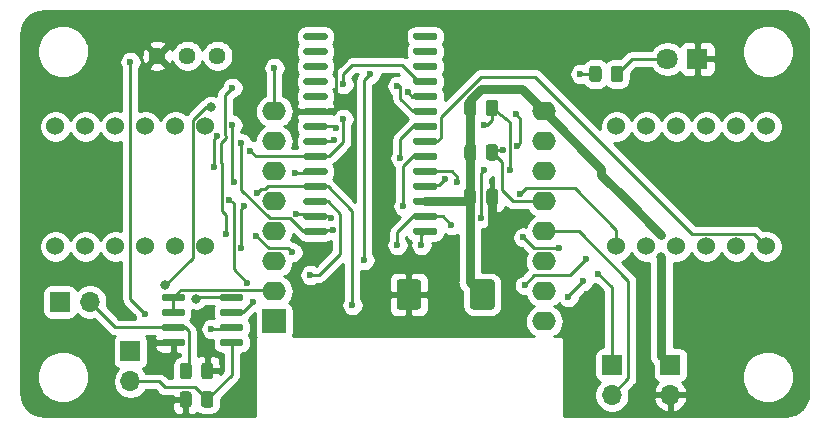
<source format=gbr>
G04 #@! TF.GenerationSoftware,KiCad,Pcbnew,(5.1.9)-1*
G04 #@! TF.CreationDate,2021-11-02T13:36:32-07:00*
G04 #@! TF.ProjectId,wemos_d1_mini_weather_station,77656d6f-735f-4643-915f-6d696e695f77,rev?*
G04 #@! TF.SameCoordinates,Original*
G04 #@! TF.FileFunction,Copper,L1,Top*
G04 #@! TF.FilePolarity,Positive*
%FSLAX46Y46*%
G04 Gerber Fmt 4.6, Leading zero omitted, Abs format (unit mm)*
G04 Created by KiCad (PCBNEW (5.1.9)-1) date 2021-11-02 13:36:32*
%MOMM*%
%LPD*%
G01*
G04 APERTURE LIST*
G04 #@! TA.AperFunction,ComponentPad*
%ADD10O,1.700000X1.700000*%
G04 #@! TD*
G04 #@! TA.AperFunction,ComponentPad*
%ADD11R,1.700000X1.700000*%
G04 #@! TD*
G04 #@! TA.AperFunction,ComponentPad*
%ADD12C,1.440000*%
G04 #@! TD*
G04 #@! TA.AperFunction,ComponentPad*
%ADD13C,1.524000*%
G04 #@! TD*
G04 #@! TA.AperFunction,ComponentPad*
%ADD14O,2.000000X1.600000*%
G04 #@! TD*
G04 #@! TA.AperFunction,ComponentPad*
%ADD15R,2.000000X2.000000*%
G04 #@! TD*
G04 #@! TA.AperFunction,ComponentPad*
%ADD16C,1.800000*%
G04 #@! TD*
G04 #@! TA.AperFunction,ComponentPad*
%ADD17R,1.800000X1.800000*%
G04 #@! TD*
G04 #@! TA.AperFunction,ViaPad*
%ADD18C,0.600000*%
G04 #@! TD*
G04 #@! TA.AperFunction,ViaPad*
%ADD19C,0.800000*%
G04 #@! TD*
G04 #@! TA.AperFunction,Conductor*
%ADD20C,0.250000*%
G04 #@! TD*
G04 #@! TA.AperFunction,Conductor*
%ADD21C,0.800000*%
G04 #@! TD*
G04 #@! TA.AperFunction,Conductor*
%ADD22C,0.400000*%
G04 #@! TD*
G04 #@! TA.AperFunction,Conductor*
%ADD23C,0.254000*%
G04 #@! TD*
G04 #@! TA.AperFunction,Conductor*
%ADD24C,0.100000*%
G04 #@! TD*
G04 APERTURE END LIST*
D10*
G04 #@! TO.P,I2C,2*
G04 #@! TO.N,Net-(J2-Pad2)*
X105283000Y-98552000D03*
D11*
G04 #@! TO.P,I2C,1*
G04 #@! TO.N,Net-(J2-Pad1)*
X105283000Y-96012000D03*
G04 #@! TD*
D12*
G04 #@! TO.P,RV1,3*
G04 #@! TO.N,GND*
X66802000Y-69833000D03*
G04 #@! TO.P,RV1,2*
G04 #@! TO.N,Net-(RV1-Pad2)*
X69342000Y-69833000D03*
G04 #@! TO.P,RV1,1*
G04 #@! TO.N,+3V3*
X71882000Y-69833000D03*
G04 #@! TD*
G04 #@! TO.P,U5,8*
G04 #@! TO.N,+3V3*
G04 #@! TA.AperFunction,SMDPad,CuDef*
G36*
G01*
X72112000Y-90447000D02*
X72112000Y-90147000D01*
G75*
G02*
X72262000Y-89997000I150000J0D01*
G01*
X73912000Y-89997000D01*
G75*
G02*
X74062000Y-90147000I0J-150000D01*
G01*
X74062000Y-90447000D01*
G75*
G02*
X73912000Y-90597000I-150000J0D01*
G01*
X72262000Y-90597000D01*
G75*
G02*
X72112000Y-90447000I0J150000D01*
G01*
G37*
G04 #@! TD.AperFunction*
G04 #@! TO.P,U5,7*
G04 #@! TO.N,LIGHT*
G04 #@! TA.AperFunction,SMDPad,CuDef*
G36*
G01*
X72112000Y-91717000D02*
X72112000Y-91417000D01*
G75*
G02*
X72262000Y-91267000I150000J0D01*
G01*
X73912000Y-91267000D01*
G75*
G02*
X74062000Y-91417000I0J-150000D01*
G01*
X74062000Y-91717000D01*
G75*
G02*
X73912000Y-91867000I-150000J0D01*
G01*
X72262000Y-91867000D01*
G75*
G02*
X72112000Y-91717000I0J150000D01*
G01*
G37*
G04 #@! TD.AperFunction*
G04 #@! TO.P,U5,6*
G04 #@! TO.N,Net-(RV1-Pad2)*
G04 #@! TA.AperFunction,SMDPad,CuDef*
G36*
G01*
X72112000Y-92987000D02*
X72112000Y-92687000D01*
G75*
G02*
X72262000Y-92537000I150000J0D01*
G01*
X73912000Y-92537000D01*
G75*
G02*
X74062000Y-92687000I0J-150000D01*
G01*
X74062000Y-92987000D01*
G75*
G02*
X73912000Y-93137000I-150000J0D01*
G01*
X72262000Y-93137000D01*
G75*
G02*
X72112000Y-92987000I0J150000D01*
G01*
G37*
G04 #@! TD.AperFunction*
G04 #@! TO.P,U5,5*
G04 #@! TO.N,Net-(R5-Pad2)*
G04 #@! TA.AperFunction,SMDPad,CuDef*
G36*
G01*
X72112000Y-94257000D02*
X72112000Y-93957000D01*
G75*
G02*
X72262000Y-93807000I150000J0D01*
G01*
X73912000Y-93807000D01*
G75*
G02*
X74062000Y-93957000I0J-150000D01*
G01*
X74062000Y-94257000D01*
G75*
G02*
X73912000Y-94407000I-150000J0D01*
G01*
X72262000Y-94407000D01*
G75*
G02*
X72112000Y-94257000I0J150000D01*
G01*
G37*
G04 #@! TD.AperFunction*
G04 #@! TO.P,U5,4*
G04 #@! TO.N,GND*
G04 #@! TA.AperFunction,SMDPad,CuDef*
G36*
G01*
X67162000Y-94257000D02*
X67162000Y-93957000D01*
G75*
G02*
X67312000Y-93807000I150000J0D01*
G01*
X68962000Y-93807000D01*
G75*
G02*
X69112000Y-93957000I0J-150000D01*
G01*
X69112000Y-94257000D01*
G75*
G02*
X68962000Y-94407000I-150000J0D01*
G01*
X67312000Y-94407000D01*
G75*
G02*
X67162000Y-94257000I0J150000D01*
G01*
G37*
G04 #@! TD.AperFunction*
G04 #@! TO.P,U5,3*
G04 #@! TO.N,Net-(R3-Pad1)*
G04 #@! TA.AperFunction,SMDPad,CuDef*
G36*
G01*
X67162000Y-92987000D02*
X67162000Y-92687000D01*
G75*
G02*
X67312000Y-92537000I150000J0D01*
G01*
X68962000Y-92537000D01*
G75*
G02*
X69112000Y-92687000I0J-150000D01*
G01*
X69112000Y-92987000D01*
G75*
G02*
X68962000Y-93137000I-150000J0D01*
G01*
X67312000Y-93137000D01*
G75*
G02*
X67162000Y-92987000I0J150000D01*
G01*
G37*
G04 #@! TD.AperFunction*
G04 #@! TO.P,U5,2*
G04 #@! TO.N,TEMP*
G04 #@! TA.AperFunction,SMDPad,CuDef*
G36*
G01*
X67162000Y-91717000D02*
X67162000Y-91417000D01*
G75*
G02*
X67312000Y-91267000I150000J0D01*
G01*
X68962000Y-91267000D01*
G75*
G02*
X69112000Y-91417000I0J-150000D01*
G01*
X69112000Y-91717000D01*
G75*
G02*
X68962000Y-91867000I-150000J0D01*
G01*
X67312000Y-91867000D01*
G75*
G02*
X67162000Y-91717000I0J150000D01*
G01*
G37*
G04 #@! TD.AperFunction*
G04 #@! TO.P,U5,1*
G04 #@! TA.AperFunction,SMDPad,CuDef*
G36*
G01*
X67162000Y-90447000D02*
X67162000Y-90147000D01*
G75*
G02*
X67312000Y-89997000I150000J0D01*
G01*
X68962000Y-89997000D01*
G75*
G02*
X69112000Y-90147000I0J-150000D01*
G01*
X69112000Y-90447000D01*
G75*
G02*
X68962000Y-90597000I-150000J0D01*
G01*
X67312000Y-90597000D01*
G75*
G02*
X67162000Y-90447000I0J150000D01*
G01*
G37*
G04 #@! TD.AperFunction*
G04 #@! TD*
D13*
G04 #@! TO.P,U4,10*
G04 #@! TO.N,Seg6*
X63246000Y-75819000D03*
G04 #@! TO.P,U4,2*
G04 #@! TO.N,Seg4*
X60706000Y-85979000D03*
G04 #@! TO.P,U4,6*
G04 #@! TO.N,G8*
X70866000Y-85979000D03*
G04 #@! TO.P,U4,12*
G04 #@! TO.N,G5*
X58166000Y-75819000D03*
G04 #@! TO.P,U4,8*
G04 #@! TO.N,G7*
X68326000Y-75819000D03*
G04 #@! TO.P,U4,7*
G04 #@! TO.N,Seg2*
X70866000Y-75819000D03*
G04 #@! TO.P,U4,3*
G04 #@! TO.N,Seg8*
X63246000Y-85979000D03*
G04 #@! TO.P,U4,1*
G04 #@! TO.N,Seg5*
X58166000Y-85979000D03*
G04 #@! TO.P,U4,11*
G04 #@! TO.N,Seg1*
X60706000Y-75819000D03*
G04 #@! TO.P,U4,5*
G04 #@! TO.N,Seg7*
X68326000Y-85979000D03*
G04 #@! TO.P,U4,9*
G04 #@! TO.N,G6*
X65786000Y-75819000D03*
G04 #@! TO.P,U4,4*
G04 #@! TO.N,Seg3*
X65786000Y-85979000D03*
G04 #@! TD*
G04 #@! TO.P,U3,10*
G04 #@! TO.N,Seg6*
X110744000Y-75819000D03*
G04 #@! TO.P,U3,2*
G04 #@! TO.N,Seg4*
X108204000Y-85979000D03*
G04 #@! TO.P,U3,6*
G04 #@! TO.N,G4*
X118364000Y-85979000D03*
G04 #@! TO.P,U3,12*
G04 #@! TO.N,G1*
X105664000Y-75819000D03*
G04 #@! TO.P,U3,8*
G04 #@! TO.N,G3*
X115824000Y-75819000D03*
G04 #@! TO.P,U3,7*
G04 #@! TO.N,Seg2*
X118364000Y-75819000D03*
G04 #@! TO.P,U3,3*
G04 #@! TO.N,Seg8*
X110744000Y-85979000D03*
G04 #@! TO.P,U3,1*
G04 #@! TO.N,Seg5*
X105664000Y-85979000D03*
G04 #@! TO.P,U3,11*
G04 #@! TO.N,Seg1*
X108204000Y-75819000D03*
G04 #@! TO.P,U3,5*
G04 #@! TO.N,Seg7*
X115824000Y-85979000D03*
G04 #@! TO.P,U3,9*
G04 #@! TO.N,G2*
X113284000Y-75819000D03*
G04 #@! TO.P,U3,4*
G04 #@! TO.N,Seg3*
X113284000Y-85979000D03*
G04 #@! TD*
D14*
G04 #@! TO.P,U2,16*
G04 #@! TO.N,N/C*
X99545000Y-92329000D03*
G04 #@! TO.P,U2,15*
X99545000Y-89789000D03*
G04 #@! TO.P,U2,14*
G04 #@! TO.N,Net-(J2-Pad1)*
X99545000Y-87249000D03*
G04 #@! TO.P,U2,13*
G04 #@! TO.N,Net-(J2-Pad2)*
X99545000Y-84709000D03*
G04 #@! TO.P,U2,12*
G04 #@! TO.N,Net-(R1-Pad2)*
X99545000Y-82169000D03*
G04 #@! TO.P,U2,11*
G04 #@! TO.N,Net-(R2-Pad1)*
X99545000Y-79629000D03*
G04 #@! TO.P,U2,10*
G04 #@! TO.N,GND*
X99545000Y-77089000D03*
G04 #@! TO.P,U2,9*
G04 #@! TO.N,+5V*
X99545000Y-74549000D03*
G04 #@! TO.P,U2,8*
G04 #@! TO.N,+3V3*
X76685000Y-74549000D03*
G04 #@! TO.P,U2,7*
G04 #@! TO.N,NTC*
X76685000Y-77089000D03*
G04 #@! TO.P,U2,6*
G04 #@! TO.N,LIGHT*
X76685000Y-79629000D03*
G04 #@! TO.P,U2,5*
G04 #@! TO.N,N/C*
X76685000Y-82169000D03*
G04 #@! TO.P,U2,4*
X76685000Y-84709000D03*
G04 #@! TO.P,U2,3*
G04 #@! TO.N,RAIN*
X76685000Y-87249000D03*
D15*
G04 #@! TO.P,U2,1*
G04 #@! TO.N,N/C*
X76685000Y-92329000D03*
D14*
G04 #@! TO.P,U2,2*
G04 #@! TO.N,TEMP*
X76685000Y-89789000D03*
G04 #@! TD*
G04 #@! TO.P,U1,28*
G04 #@! TO.N,N/C*
G04 #@! TA.AperFunction,SMDPad,CuDef*
G36*
G01*
X88461000Y-68349000D02*
X88461000Y-68049000D01*
G75*
G02*
X88611000Y-67899000I150000J0D01*
G01*
X90361000Y-67899000D01*
G75*
G02*
X90511000Y-68049000I0J-150000D01*
G01*
X90511000Y-68349000D01*
G75*
G02*
X90361000Y-68499000I-150000J0D01*
G01*
X88611000Y-68499000D01*
G75*
G02*
X88461000Y-68349000I0J150000D01*
G01*
G37*
G04 #@! TD.AperFunction*
G04 #@! TO.P,U1,27*
G04 #@! TA.AperFunction,SMDPad,CuDef*
G36*
G01*
X88461000Y-69619000D02*
X88461000Y-69319000D01*
G75*
G02*
X88611000Y-69169000I150000J0D01*
G01*
X90361000Y-69169000D01*
G75*
G02*
X90511000Y-69319000I0J-150000D01*
G01*
X90511000Y-69619000D01*
G75*
G02*
X90361000Y-69769000I-150000J0D01*
G01*
X88611000Y-69769000D01*
G75*
G02*
X88461000Y-69619000I0J150000D01*
G01*
G37*
G04 #@! TD.AperFunction*
G04 #@! TO.P,U1,26*
G04 #@! TA.AperFunction,SMDPad,CuDef*
G36*
G01*
X88461000Y-70889000D02*
X88461000Y-70589000D01*
G75*
G02*
X88611000Y-70439000I150000J0D01*
G01*
X90361000Y-70439000D01*
G75*
G02*
X90511000Y-70589000I0J-150000D01*
G01*
X90511000Y-70889000D01*
G75*
G02*
X90361000Y-71039000I-150000J0D01*
G01*
X88611000Y-71039000D01*
G75*
G02*
X88461000Y-70889000I0J150000D01*
G01*
G37*
G04 #@! TD.AperFunction*
G04 #@! TO.P,U1,25*
G04 #@! TO.N,G8*
G04 #@! TA.AperFunction,SMDPad,CuDef*
G36*
G01*
X88461000Y-72159000D02*
X88461000Y-71859000D01*
G75*
G02*
X88611000Y-71709000I150000J0D01*
G01*
X90361000Y-71709000D01*
G75*
G02*
X90511000Y-71859000I0J-150000D01*
G01*
X90511000Y-72159000D01*
G75*
G02*
X90361000Y-72309000I-150000J0D01*
G01*
X88611000Y-72309000D01*
G75*
G02*
X88461000Y-72159000I0J150000D01*
G01*
G37*
G04 #@! TD.AperFunction*
G04 #@! TO.P,U1,24*
G04 #@! TO.N,G7*
G04 #@! TA.AperFunction,SMDPad,CuDef*
G36*
G01*
X88461000Y-73429000D02*
X88461000Y-73129000D01*
G75*
G02*
X88611000Y-72979000I150000J0D01*
G01*
X90361000Y-72979000D01*
G75*
G02*
X90511000Y-73129000I0J-150000D01*
G01*
X90511000Y-73429000D01*
G75*
G02*
X90361000Y-73579000I-150000J0D01*
G01*
X88611000Y-73579000D01*
G75*
G02*
X88461000Y-73429000I0J150000D01*
G01*
G37*
G04 #@! TD.AperFunction*
G04 #@! TO.P,U1,23*
G04 #@! TO.N,G6*
G04 #@! TA.AperFunction,SMDPad,CuDef*
G36*
G01*
X88461000Y-74699000D02*
X88461000Y-74399000D01*
G75*
G02*
X88611000Y-74249000I150000J0D01*
G01*
X90361000Y-74249000D01*
G75*
G02*
X90511000Y-74399000I0J-150000D01*
G01*
X90511000Y-74699000D01*
G75*
G02*
X90361000Y-74849000I-150000J0D01*
G01*
X88611000Y-74849000D01*
G75*
G02*
X88461000Y-74699000I0J150000D01*
G01*
G37*
G04 #@! TD.AperFunction*
G04 #@! TO.P,U1,22*
G04 #@! TO.N,G5*
G04 #@! TA.AperFunction,SMDPad,CuDef*
G36*
G01*
X88461000Y-75969000D02*
X88461000Y-75669000D01*
G75*
G02*
X88611000Y-75519000I150000J0D01*
G01*
X90361000Y-75519000D01*
G75*
G02*
X90511000Y-75669000I0J-150000D01*
G01*
X90511000Y-75969000D01*
G75*
G02*
X90361000Y-76119000I-150000J0D01*
G01*
X88611000Y-76119000D01*
G75*
G02*
X88461000Y-75969000I0J150000D01*
G01*
G37*
G04 #@! TD.AperFunction*
G04 #@! TO.P,U1,21*
G04 #@! TO.N,G4*
G04 #@! TA.AperFunction,SMDPad,CuDef*
G36*
G01*
X88461000Y-77239000D02*
X88461000Y-76939000D01*
G75*
G02*
X88611000Y-76789000I150000J0D01*
G01*
X90361000Y-76789000D01*
G75*
G02*
X90511000Y-76939000I0J-150000D01*
G01*
X90511000Y-77239000D01*
G75*
G02*
X90361000Y-77389000I-150000J0D01*
G01*
X88611000Y-77389000D01*
G75*
G02*
X88461000Y-77239000I0J150000D01*
G01*
G37*
G04 #@! TD.AperFunction*
G04 #@! TO.P,U1,20*
G04 #@! TO.N,G3*
G04 #@! TA.AperFunction,SMDPad,CuDef*
G36*
G01*
X88461000Y-78509000D02*
X88461000Y-78209000D01*
G75*
G02*
X88611000Y-78059000I150000J0D01*
G01*
X90361000Y-78059000D01*
G75*
G02*
X90511000Y-78209000I0J-150000D01*
G01*
X90511000Y-78509000D01*
G75*
G02*
X90361000Y-78659000I-150000J0D01*
G01*
X88611000Y-78659000D01*
G75*
G02*
X88461000Y-78509000I0J150000D01*
G01*
G37*
G04 #@! TD.AperFunction*
G04 #@! TO.P,U1,19*
G04 #@! TO.N,G2*
G04 #@! TA.AperFunction,SMDPad,CuDef*
G36*
G01*
X88461000Y-79779000D02*
X88461000Y-79479000D01*
G75*
G02*
X88611000Y-79329000I150000J0D01*
G01*
X90361000Y-79329000D01*
G75*
G02*
X90511000Y-79479000I0J-150000D01*
G01*
X90511000Y-79779000D01*
G75*
G02*
X90361000Y-79929000I-150000J0D01*
G01*
X88611000Y-79929000D01*
G75*
G02*
X88461000Y-79779000I0J150000D01*
G01*
G37*
G04 #@! TD.AperFunction*
G04 #@! TO.P,U1,18*
G04 #@! TO.N,G1*
G04 #@! TA.AperFunction,SMDPad,CuDef*
G36*
G01*
X88461000Y-81049000D02*
X88461000Y-80749000D01*
G75*
G02*
X88611000Y-80599000I150000J0D01*
G01*
X90361000Y-80599000D01*
G75*
G02*
X90511000Y-80749000I0J-150000D01*
G01*
X90511000Y-81049000D01*
G75*
G02*
X90361000Y-81199000I-150000J0D01*
G01*
X88611000Y-81199000D01*
G75*
G02*
X88461000Y-81049000I0J150000D01*
G01*
G37*
G04 #@! TD.AperFunction*
G04 #@! TO.P,U1,17*
G04 #@! TO.N,+5V*
G04 #@! TA.AperFunction,SMDPad,CuDef*
G36*
G01*
X88461000Y-82319000D02*
X88461000Y-82019000D01*
G75*
G02*
X88611000Y-81869000I150000J0D01*
G01*
X90361000Y-81869000D01*
G75*
G02*
X90511000Y-82019000I0J-150000D01*
G01*
X90511000Y-82319000D01*
G75*
G02*
X90361000Y-82469000I-150000J0D01*
G01*
X88611000Y-82469000D01*
G75*
G02*
X88461000Y-82319000I0J150000D01*
G01*
G37*
G04 #@! TD.AperFunction*
G04 #@! TO.P,U1,16*
G04 #@! TO.N,Seg8*
G04 #@! TA.AperFunction,SMDPad,CuDef*
G36*
G01*
X88461000Y-83589000D02*
X88461000Y-83289000D01*
G75*
G02*
X88611000Y-83139000I150000J0D01*
G01*
X90361000Y-83139000D01*
G75*
G02*
X90511000Y-83289000I0J-150000D01*
G01*
X90511000Y-83589000D01*
G75*
G02*
X90361000Y-83739000I-150000J0D01*
G01*
X88611000Y-83739000D01*
G75*
G02*
X88461000Y-83589000I0J150000D01*
G01*
G37*
G04 #@! TD.AperFunction*
G04 #@! TO.P,U1,15*
G04 #@! TO.N,Seg7*
G04 #@! TA.AperFunction,SMDPad,CuDef*
G36*
G01*
X88461000Y-84859000D02*
X88461000Y-84559000D01*
G75*
G02*
X88611000Y-84409000I150000J0D01*
G01*
X90361000Y-84409000D01*
G75*
G02*
X90511000Y-84559000I0J-150000D01*
G01*
X90511000Y-84859000D01*
G75*
G02*
X90361000Y-85009000I-150000J0D01*
G01*
X88611000Y-85009000D01*
G75*
G02*
X88461000Y-84859000I0J150000D01*
G01*
G37*
G04 #@! TD.AperFunction*
G04 #@! TO.P,U1,14*
G04 #@! TO.N,Seg6*
G04 #@! TA.AperFunction,SMDPad,CuDef*
G36*
G01*
X79161000Y-84859000D02*
X79161000Y-84559000D01*
G75*
G02*
X79311000Y-84409000I150000J0D01*
G01*
X81061000Y-84409000D01*
G75*
G02*
X81211000Y-84559000I0J-150000D01*
G01*
X81211000Y-84859000D01*
G75*
G02*
X81061000Y-85009000I-150000J0D01*
G01*
X79311000Y-85009000D01*
G75*
G02*
X79161000Y-84859000I0J150000D01*
G01*
G37*
G04 #@! TD.AperFunction*
G04 #@! TO.P,U1,13*
G04 #@! TO.N,Seg5*
G04 #@! TA.AperFunction,SMDPad,CuDef*
G36*
G01*
X79161000Y-83589000D02*
X79161000Y-83289000D01*
G75*
G02*
X79311000Y-83139000I150000J0D01*
G01*
X81061000Y-83139000D01*
G75*
G02*
X81211000Y-83289000I0J-150000D01*
G01*
X81211000Y-83589000D01*
G75*
G02*
X81061000Y-83739000I-150000J0D01*
G01*
X79311000Y-83739000D01*
G75*
G02*
X79161000Y-83589000I0J150000D01*
G01*
G37*
G04 #@! TD.AperFunction*
G04 #@! TO.P,U1,12*
G04 #@! TO.N,Seg4*
G04 #@! TA.AperFunction,SMDPad,CuDef*
G36*
G01*
X79161000Y-82319000D02*
X79161000Y-82019000D01*
G75*
G02*
X79311000Y-81869000I150000J0D01*
G01*
X81061000Y-81869000D01*
G75*
G02*
X81211000Y-82019000I0J-150000D01*
G01*
X81211000Y-82319000D01*
G75*
G02*
X81061000Y-82469000I-150000J0D01*
G01*
X79311000Y-82469000D01*
G75*
G02*
X79161000Y-82319000I0J150000D01*
G01*
G37*
G04 #@! TD.AperFunction*
G04 #@! TO.P,U1,11*
G04 #@! TO.N,Seg3*
G04 #@! TA.AperFunction,SMDPad,CuDef*
G36*
G01*
X79161000Y-81049000D02*
X79161000Y-80749000D01*
G75*
G02*
X79311000Y-80599000I150000J0D01*
G01*
X81061000Y-80599000D01*
G75*
G02*
X81211000Y-80749000I0J-150000D01*
G01*
X81211000Y-81049000D01*
G75*
G02*
X81061000Y-81199000I-150000J0D01*
G01*
X79311000Y-81199000D01*
G75*
G02*
X79161000Y-81049000I0J150000D01*
G01*
G37*
G04 #@! TD.AperFunction*
G04 #@! TO.P,U1,10*
G04 #@! TO.N,Seg2*
G04 #@! TA.AperFunction,SMDPad,CuDef*
G36*
G01*
X79161000Y-79779000D02*
X79161000Y-79479000D01*
G75*
G02*
X79311000Y-79329000I150000J0D01*
G01*
X81061000Y-79329000D01*
G75*
G02*
X81211000Y-79479000I0J-150000D01*
G01*
X81211000Y-79779000D01*
G75*
G02*
X81061000Y-79929000I-150000J0D01*
G01*
X79311000Y-79929000D01*
G75*
G02*
X79161000Y-79779000I0J150000D01*
G01*
G37*
G04 #@! TD.AperFunction*
G04 #@! TO.P,U1,9*
G04 #@! TO.N,Seg1*
G04 #@! TA.AperFunction,SMDPad,CuDef*
G36*
G01*
X79161000Y-78509000D02*
X79161000Y-78209000D01*
G75*
G02*
X79311000Y-78059000I150000J0D01*
G01*
X81061000Y-78059000D01*
G75*
G02*
X81211000Y-78209000I0J-150000D01*
G01*
X81211000Y-78509000D01*
G75*
G02*
X81061000Y-78659000I-150000J0D01*
G01*
X79311000Y-78659000D01*
G75*
G02*
X79161000Y-78509000I0J150000D01*
G01*
G37*
G04 #@! TD.AperFunction*
G04 #@! TO.P,U1,8*
G04 #@! TO.N,Net-(R2-Pad1)*
G04 #@! TA.AperFunction,SMDPad,CuDef*
G36*
G01*
X79161000Y-77239000D02*
X79161000Y-76939000D01*
G75*
G02*
X79311000Y-76789000I150000J0D01*
G01*
X81061000Y-76789000D01*
G75*
G02*
X81211000Y-76939000I0J-150000D01*
G01*
X81211000Y-77239000D01*
G75*
G02*
X81061000Y-77389000I-150000J0D01*
G01*
X79311000Y-77389000D01*
G75*
G02*
X79161000Y-77239000I0J150000D01*
G01*
G37*
G04 #@! TD.AperFunction*
G04 #@! TO.P,U1,7*
G04 #@! TO.N,Net-(R1-Pad2)*
G04 #@! TA.AperFunction,SMDPad,CuDef*
G36*
G01*
X79161000Y-75969000D02*
X79161000Y-75669000D01*
G75*
G02*
X79311000Y-75519000I150000J0D01*
G01*
X81061000Y-75519000D01*
G75*
G02*
X81211000Y-75669000I0J-150000D01*
G01*
X81211000Y-75969000D01*
G75*
G02*
X81061000Y-76119000I-150000J0D01*
G01*
X79311000Y-76119000D01*
G75*
G02*
X79161000Y-75969000I0J150000D01*
G01*
G37*
G04 #@! TD.AperFunction*
G04 #@! TO.P,U1,6*
G04 #@! TO.N,GND*
G04 #@! TA.AperFunction,SMDPad,CuDef*
G36*
G01*
X79161000Y-74699000D02*
X79161000Y-74399000D01*
G75*
G02*
X79311000Y-74249000I150000J0D01*
G01*
X81061000Y-74249000D01*
G75*
G02*
X81211000Y-74399000I0J-150000D01*
G01*
X81211000Y-74699000D01*
G75*
G02*
X81061000Y-74849000I-150000J0D01*
G01*
X79311000Y-74849000D01*
G75*
G02*
X79161000Y-74699000I0J150000D01*
G01*
G37*
G04 #@! TD.AperFunction*
G04 #@! TO.P,U1,5*
G04 #@! TO.N,N/C*
G04 #@! TA.AperFunction,SMDPad,CuDef*
G36*
G01*
X79161000Y-73429000D02*
X79161000Y-73129000D01*
G75*
G02*
X79311000Y-72979000I150000J0D01*
G01*
X81061000Y-72979000D01*
G75*
G02*
X81211000Y-73129000I0J-150000D01*
G01*
X81211000Y-73429000D01*
G75*
G02*
X81061000Y-73579000I-150000J0D01*
G01*
X79311000Y-73579000D01*
G75*
G02*
X79161000Y-73429000I0J150000D01*
G01*
G37*
G04 #@! TD.AperFunction*
G04 #@! TO.P,U1,4*
G04 #@! TA.AperFunction,SMDPad,CuDef*
G36*
G01*
X79161000Y-72159000D02*
X79161000Y-71859000D01*
G75*
G02*
X79311000Y-71709000I150000J0D01*
G01*
X81061000Y-71709000D01*
G75*
G02*
X81211000Y-71859000I0J-150000D01*
G01*
X81211000Y-72159000D01*
G75*
G02*
X81061000Y-72309000I-150000J0D01*
G01*
X79311000Y-72309000D01*
G75*
G02*
X79161000Y-72159000I0J150000D01*
G01*
G37*
G04 #@! TD.AperFunction*
G04 #@! TO.P,U1,3*
G04 #@! TA.AperFunction,SMDPad,CuDef*
G36*
G01*
X79161000Y-70889000D02*
X79161000Y-70589000D01*
G75*
G02*
X79311000Y-70439000I150000J0D01*
G01*
X81061000Y-70439000D01*
G75*
G02*
X81211000Y-70589000I0J-150000D01*
G01*
X81211000Y-70889000D01*
G75*
G02*
X81061000Y-71039000I-150000J0D01*
G01*
X79311000Y-71039000D01*
G75*
G02*
X79161000Y-70889000I0J150000D01*
G01*
G37*
G04 #@! TD.AperFunction*
G04 #@! TO.P,U1,2*
G04 #@! TA.AperFunction,SMDPad,CuDef*
G36*
G01*
X79161000Y-69619000D02*
X79161000Y-69319000D01*
G75*
G02*
X79311000Y-69169000I150000J0D01*
G01*
X81061000Y-69169000D01*
G75*
G02*
X81211000Y-69319000I0J-150000D01*
G01*
X81211000Y-69619000D01*
G75*
G02*
X81061000Y-69769000I-150000J0D01*
G01*
X79311000Y-69769000D01*
G75*
G02*
X79161000Y-69619000I0J150000D01*
G01*
G37*
G04 #@! TD.AperFunction*
G04 #@! TO.P,U1,1*
G04 #@! TA.AperFunction,SMDPad,CuDef*
G36*
G01*
X79161000Y-68349000D02*
X79161000Y-68049000D01*
G75*
G02*
X79311000Y-67899000I150000J0D01*
G01*
X81061000Y-67899000D01*
G75*
G02*
X81211000Y-68049000I0J-150000D01*
G01*
X81211000Y-68349000D01*
G75*
G02*
X81061000Y-68499000I-150000J0D01*
G01*
X79311000Y-68499000D01*
G75*
G02*
X79161000Y-68349000I0J150000D01*
G01*
G37*
G04 #@! TD.AperFunction*
G04 #@! TD*
D10*
G04 #@! TO.P,TH1,2*
G04 #@! TO.N,Net-(R3-Pad1)*
X61087000Y-90678000D03*
D11*
G04 #@! TO.P,TH1,1*
G04 #@! TO.N,NTC*
X58547000Y-90678000D03*
G04 #@! TD*
G04 #@! TO.P,R6,2*
G04 #@! TO.N,GND*
G04 #@! TA.AperFunction,SMDPad,CuDef*
G36*
G01*
X69704000Y-98482999D02*
X69704000Y-99383001D01*
G75*
G02*
X69454001Y-99633000I-249999J0D01*
G01*
X68928999Y-99633000D01*
G75*
G02*
X68679000Y-99383001I0J249999D01*
G01*
X68679000Y-98482999D01*
G75*
G02*
X68928999Y-98233000I249999J0D01*
G01*
X69454001Y-98233000D01*
G75*
G02*
X69704000Y-98482999I0J-249999D01*
G01*
G37*
G04 #@! TD.AperFunction*
G04 #@! TO.P,R6,1*
G04 #@! TO.N,Net-(R5-Pad2)*
G04 #@! TA.AperFunction,SMDPad,CuDef*
G36*
G01*
X71529000Y-98482999D02*
X71529000Y-99383001D01*
G75*
G02*
X71279001Y-99633000I-249999J0D01*
G01*
X70753999Y-99633000D01*
G75*
G02*
X70504000Y-99383001I0J249999D01*
G01*
X70504000Y-98482999D01*
G75*
G02*
X70753999Y-98233000I249999J0D01*
G01*
X71279001Y-98233000D01*
G75*
G02*
X71529000Y-98482999I0J-249999D01*
G01*
G37*
G04 #@! TD.AperFunction*
G04 #@! TD*
D10*
G04 #@! TO.P,R5,2*
G04 #@! TO.N,Net-(R5-Pad2)*
X64516000Y-97409000D03*
D11*
G04 #@! TO.P,R5,1*
G04 #@! TO.N,+3V3*
X64516000Y-94869000D03*
G04 #@! TD*
G04 #@! TO.P,R4,2*
G04 #@! TO.N,Net-(D1-Pad2)*
G04 #@! TA.AperFunction,SMDPad,CuDef*
G36*
G01*
X105198500Y-71824001D02*
X105198500Y-70923999D01*
G75*
G02*
X105448499Y-70674000I249999J0D01*
G01*
X105973501Y-70674000D01*
G75*
G02*
X106223500Y-70923999I0J-249999D01*
G01*
X106223500Y-71824001D01*
G75*
G02*
X105973501Y-72074000I-249999J0D01*
G01*
X105448499Y-72074000D01*
G75*
G02*
X105198500Y-71824001I0J249999D01*
G01*
G37*
G04 #@! TD.AperFunction*
G04 #@! TO.P,R4,1*
G04 #@! TO.N,RAIN*
G04 #@! TA.AperFunction,SMDPad,CuDef*
G36*
G01*
X103373500Y-71824001D02*
X103373500Y-70923999D01*
G75*
G02*
X103623499Y-70674000I249999J0D01*
G01*
X104148501Y-70674000D01*
G75*
G02*
X104398500Y-70923999I0J-249999D01*
G01*
X104398500Y-71824001D01*
G75*
G02*
X104148501Y-72074000I-249999J0D01*
G01*
X103623499Y-72074000D01*
G75*
G02*
X103373500Y-71824001I0J249999D01*
G01*
G37*
G04 #@! TD.AperFunction*
G04 #@! TD*
G04 #@! TO.P,R3,2*
G04 #@! TO.N,GND*
G04 #@! TA.AperFunction,SMDPad,CuDef*
G36*
G01*
X70504000Y-96970001D02*
X70504000Y-96069999D01*
G75*
G02*
X70753999Y-95820000I249999J0D01*
G01*
X71279001Y-95820000D01*
G75*
G02*
X71529000Y-96069999I0J-249999D01*
G01*
X71529000Y-96970001D01*
G75*
G02*
X71279001Y-97220000I-249999J0D01*
G01*
X70753999Y-97220000D01*
G75*
G02*
X70504000Y-96970001I0J249999D01*
G01*
G37*
G04 #@! TD.AperFunction*
G04 #@! TO.P,R3,1*
G04 #@! TO.N,Net-(R3-Pad1)*
G04 #@! TA.AperFunction,SMDPad,CuDef*
G36*
G01*
X68679000Y-96970001D02*
X68679000Y-96069999D01*
G75*
G02*
X68928999Y-95820000I249999J0D01*
G01*
X69454001Y-95820000D01*
G75*
G02*
X69704000Y-96069999I0J-249999D01*
G01*
X69704000Y-96970001D01*
G75*
G02*
X69454001Y-97220000I-249999J0D01*
G01*
X68928999Y-97220000D01*
G75*
G02*
X68679000Y-96970001I0J249999D01*
G01*
G37*
G04 #@! TD.AperFunction*
G04 #@! TD*
G04 #@! TO.P,R2,2*
G04 #@! TO.N,+5V*
G04 #@! TA.AperFunction,SMDPad,CuDef*
G36*
G01*
X93810500Y-73792665D02*
X93810500Y-74692667D01*
G75*
G02*
X93560501Y-74942666I-249999J0D01*
G01*
X93035499Y-74942666D01*
G75*
G02*
X92785500Y-74692667I0J249999D01*
G01*
X92785500Y-73792665D01*
G75*
G02*
X93035499Y-73542666I249999J0D01*
G01*
X93560501Y-73542666D01*
G75*
G02*
X93810500Y-73792665I0J-249999D01*
G01*
G37*
G04 #@! TD.AperFunction*
G04 #@! TO.P,R2,1*
G04 #@! TO.N,Net-(R2-Pad1)*
G04 #@! TA.AperFunction,SMDPad,CuDef*
G36*
G01*
X95635500Y-73792665D02*
X95635500Y-74692667D01*
G75*
G02*
X95385501Y-74942666I-249999J0D01*
G01*
X94860499Y-74942666D01*
G75*
G02*
X94610500Y-74692667I0J249999D01*
G01*
X94610500Y-73792665D01*
G75*
G02*
X94860499Y-73542666I249999J0D01*
G01*
X95385501Y-73542666D01*
G75*
G02*
X95635500Y-73792665I0J-249999D01*
G01*
G37*
G04 #@! TD.AperFunction*
G04 #@! TD*
G04 #@! TO.P,R1,2*
G04 #@! TO.N,Net-(R1-Pad2)*
G04 #@! TA.AperFunction,SMDPad,CuDef*
G36*
G01*
X94610500Y-78450333D02*
X94610500Y-77550331D01*
G75*
G02*
X94860499Y-77300332I249999J0D01*
G01*
X95385501Y-77300332D01*
G75*
G02*
X95635500Y-77550331I0J-249999D01*
G01*
X95635500Y-78450333D01*
G75*
G02*
X95385501Y-78700332I-249999J0D01*
G01*
X94860499Y-78700332D01*
G75*
G02*
X94610500Y-78450333I0J249999D01*
G01*
G37*
G04 #@! TD.AperFunction*
G04 #@! TO.P,R1,1*
G04 #@! TO.N,+5V*
G04 #@! TA.AperFunction,SMDPad,CuDef*
G36*
G01*
X92785500Y-78450333D02*
X92785500Y-77550331D01*
G75*
G02*
X93035499Y-77300332I249999J0D01*
G01*
X93560501Y-77300332D01*
G75*
G02*
X93810500Y-77550331I0J-249999D01*
G01*
X93810500Y-78450333D01*
G75*
G02*
X93560501Y-78700332I-249999J0D01*
G01*
X93035499Y-78700332D01*
G75*
G02*
X92785500Y-78450333I0J249999D01*
G01*
G37*
G04 #@! TD.AperFunction*
G04 #@! TD*
D10*
G04 #@! TO.P,PWR,2*
G04 #@! TO.N,GND*
X110236000Y-98552000D03*
D11*
G04 #@! TO.P,PWR,1*
G04 #@! TO.N,+5V*
X110236000Y-96012000D03*
G04 #@! TD*
D16*
G04 #@! TO.P,D1,2*
G04 #@! TO.N,Net-(D1-Pad2)*
X109982000Y-70104000D03*
D17*
G04 #@! TO.P,D1,1*
G04 #@! TO.N,GND*
X112522000Y-70104000D03*
G04 #@! TD*
G04 #@! TO.P,C2,2*
G04 #@! TO.N,GND*
G04 #@! TA.AperFunction,SMDPad,CuDef*
G36*
G01*
X89116500Y-89018000D02*
X89116500Y-91068000D01*
G75*
G02*
X88866500Y-91318000I-250000J0D01*
G01*
X87291500Y-91318000D01*
G75*
G02*
X87041500Y-91068000I0J250000D01*
G01*
X87041500Y-89018000D01*
G75*
G02*
X87291500Y-88768000I250000J0D01*
G01*
X88866500Y-88768000D01*
G75*
G02*
X89116500Y-89018000I0J-250000D01*
G01*
G37*
G04 #@! TD.AperFunction*
G04 #@! TO.P,C2,1*
G04 #@! TO.N,+5V*
G04 #@! TA.AperFunction,SMDPad,CuDef*
G36*
G01*
X95341500Y-89018000D02*
X95341500Y-91068000D01*
G75*
G02*
X95091500Y-91318000I-250000J0D01*
G01*
X93516500Y-91318000D01*
G75*
G02*
X93266500Y-91068000I0J250000D01*
G01*
X93266500Y-89018000D01*
G75*
G02*
X93516500Y-88768000I250000J0D01*
G01*
X95091500Y-88768000D01*
G75*
G02*
X95341500Y-89018000I0J-250000D01*
G01*
G37*
G04 #@! TD.AperFunction*
G04 #@! TD*
G04 #@! TO.P,C1,2*
G04 #@! TO.N,GND*
G04 #@! TA.AperFunction,SMDPad,CuDef*
G36*
G01*
X94640500Y-82263000D02*
X94640500Y-81313000D01*
G75*
G02*
X94890500Y-81063000I250000J0D01*
G01*
X95390500Y-81063000D01*
G75*
G02*
X95640500Y-81313000I0J-250000D01*
G01*
X95640500Y-82263000D01*
G75*
G02*
X95390500Y-82513000I-250000J0D01*
G01*
X94890500Y-82513000D01*
G75*
G02*
X94640500Y-82263000I0J250000D01*
G01*
G37*
G04 #@! TD.AperFunction*
G04 #@! TO.P,C1,1*
G04 #@! TO.N,+5V*
G04 #@! TA.AperFunction,SMDPad,CuDef*
G36*
G01*
X92740500Y-82263000D02*
X92740500Y-81313000D01*
G75*
G02*
X92990500Y-81063000I250000J0D01*
G01*
X93490500Y-81063000D01*
G75*
G02*
X93740500Y-81313000I0J-250000D01*
G01*
X93740500Y-82263000D01*
G75*
G02*
X93490500Y-82513000I-250000J0D01*
G01*
X92990500Y-82513000D01*
G75*
G02*
X92740500Y-82263000I0J250000D01*
G01*
G37*
G04 #@! TD.AperFunction*
G04 #@! TD*
D18*
G04 #@! TO.N,GND*
X67310000Y-95377000D03*
X67310000Y-96139000D03*
X70612000Y-94107000D03*
X71247000Y-94742000D03*
X72263000Y-95758000D03*
X92329000Y-70231000D03*
X93599000Y-70104000D03*
X82550000Y-73787000D03*
X85598000Y-73787000D03*
X83312000Y-73787000D03*
X86360000Y-74041000D03*
X82550000Y-66675000D03*
X83850000Y-66675000D03*
X85150000Y-66675000D03*
X86450000Y-66675000D03*
X82550000Y-67975000D03*
X83850000Y-67975000D03*
X85150000Y-67975000D03*
X86450000Y-67975000D03*
X81534000Y-74549000D03*
X78740000Y-74549000D03*
X102616000Y-67056000D03*
X103916000Y-67056000D03*
X105216000Y-67056000D03*
X106516000Y-67056000D03*
X107816000Y-67056000D03*
X102616000Y-68356000D03*
X103916000Y-68356000D03*
X105216000Y-68356000D03*
X106516000Y-68356000D03*
X107816000Y-68356000D03*
X56642000Y-77978000D03*
X56642000Y-78994000D03*
X56642000Y-80010000D03*
X57785000Y-80010000D03*
X57785000Y-78994000D03*
X57785000Y-77978000D03*
X71120000Y-91567000D03*
X70104000Y-91948000D03*
D19*
X94742000Y-86868000D03*
X91694000Y-87122000D03*
D18*
X106172000Y-77470000D03*
X106934000Y-77089000D03*
X107696000Y-77470000D03*
D19*
X96012000Y-86868000D03*
X97282000Y-86868000D03*
X103632000Y-90932000D03*
X103632000Y-92075000D03*
X103632000Y-93218000D03*
X78232000Y-75692000D03*
G04 #@! TO.N,+5V*
X109474000Y-84968006D03*
X109474000Y-86905000D03*
D18*
G04 #@! TO.N,Net-(R1-Pad2)*
X81915000Y-75946000D03*
X97155000Y-74803000D03*
X97282000Y-77470000D03*
X96022000Y-77851000D03*
G04 #@! TO.N,Net-(R2-Pad1)*
X81788000Y-76962000D03*
X94488000Y-75692000D03*
X96647000Y-79502000D03*
G04 #@! TO.N,RAIN*
X102616000Y-71374000D03*
X84328000Y-87122000D03*
X84836000Y-71374000D03*
G04 #@! TO.N,+3V3*
X76708000Y-70866000D03*
D19*
X70104000Y-90396990D03*
X67437199Y-89274566D03*
X71374000Y-74168000D03*
D18*
G04 #@! TO.N,NTC*
X71619001Y-79248000D03*
X71882000Y-76611000D03*
G04 #@! TO.N,G8*
X72644000Y-84953000D03*
X73152000Y-72527000D03*
X82550000Y-72253000D03*
G04 #@! TO.N,G7*
X88001000Y-72934524D03*
G04 #@! TO.N,G6*
X87122000Y-72390000D03*
G04 #@! TO.N,G5*
X87376000Y-78486000D03*
G04 #@! TO.N,G3*
X87630000Y-82550000D03*
G04 #@! TO.N,G2*
X92202000Y-80518000D03*
G04 #@! TO.N,G1*
X91186000Y-80264000D03*
G04 #@! TO.N,Seg8*
X87122000Y-85852000D03*
X100838000Y-86106000D03*
X91694000Y-84191000D03*
X97790000Y-85209010D03*
G04 #@! TO.N,Seg7*
X78232000Y-86477000D03*
X89154000Y-85852000D03*
X75184000Y-85090000D03*
G04 #@! TO.N,Seg6*
X73914000Y-77236000D03*
X94488000Y-79502000D03*
X94234000Y-83566000D03*
X81671000Y-84582000D03*
G04 #@! TO.N,Seg5*
X78566942Y-83231058D03*
X81534000Y-83566000D03*
X97536000Y-81534000D03*
G04 #@! TO.N,Seg4*
X79756000Y-88392000D03*
X103124000Y-87005000D03*
X97917000Y-89271000D03*
G04 #@! TO.N,Seg3*
X73914000Y-86106000D03*
X74168000Y-82550000D03*
X75231864Y-81442999D03*
X102870000Y-88900000D03*
X83312000Y-90932000D03*
X101600000Y-90287000D03*
G04 #@! TO.N,Seg2*
X73289000Y-80518000D03*
X78486000Y-79756000D03*
X73152000Y-75692000D03*
G04 #@! TO.N,Seg1*
X74676000Y-77861000D03*
X82550000Y-75184000D03*
G04 #@! TO.N,Net-(RV1-Pad2)*
X64516000Y-70358000D03*
X65786000Y-91694000D03*
X71374000Y-92964000D03*
G04 #@! TO.N,Net-(J2-Pad1)*
X104140000Y-88275000D03*
G04 #@! TO.N,LIGHT*
X74930000Y-90678000D03*
X74422000Y-89046990D03*
X72898000Y-82042000D03*
G04 #@! TD*
D20*
G04 #@! TO.N,GND*
X81661000Y-74549000D02*
X81915000Y-74295000D01*
X80186000Y-74549000D02*
X81534000Y-74549000D01*
X81915000Y-74295000D02*
X81915000Y-70993000D01*
X81915000Y-70993000D02*
X82232500Y-70675500D01*
X83185000Y-69723000D02*
X83185000Y-69723000D01*
X82740500Y-70167500D02*
X83185000Y-69723000D01*
X82232500Y-70675500D02*
X82740500Y-70167500D01*
X81534000Y-74549000D02*
X81661000Y-74549000D01*
D21*
X95140500Y-86469500D02*
X94742000Y-86868000D01*
X95140500Y-81788000D02*
X95140500Y-86469500D01*
G04 #@! TO.N,+5V*
X99545000Y-74549000D02*
X97640000Y-72644000D01*
X93298000Y-73542666D02*
X93298000Y-74242666D01*
X94196666Y-72644000D02*
X93298000Y-73542666D01*
X93298000Y-81730500D02*
X93240500Y-81788000D01*
X93298000Y-74242666D02*
X93298000Y-81730500D01*
X92859500Y-82169000D02*
X93240500Y-81788000D01*
X89486000Y-82169000D02*
X92859500Y-82169000D01*
X93240500Y-88979500D02*
X93240500Y-81788000D01*
X94304000Y-90043000D02*
X93240500Y-88979500D01*
D20*
X97640000Y-72644000D02*
X97536000Y-72644000D01*
D22*
X109474000Y-95250000D02*
X110236000Y-96012000D01*
D21*
X109474000Y-86905000D02*
X109474000Y-95250000D01*
X104394000Y-79888006D02*
X106486997Y-81981003D01*
X104394000Y-79398000D02*
X104394000Y-79888006D01*
X106486997Y-81981003D02*
X109474000Y-84968006D01*
X106039994Y-81534000D02*
X106486997Y-81981003D01*
X99545000Y-74549000D02*
X104394000Y-79398000D01*
X94196666Y-72644000D02*
X97640000Y-72644000D01*
D20*
G04 #@! TO.N,Net-(D1-Pad2)*
X106981000Y-70104000D02*
X105711000Y-71374000D01*
X109982000Y-70104000D02*
X106981000Y-70104000D01*
G04 #@! TO.N,Net-(R1-Pad2)*
X81788000Y-75819000D02*
X81915000Y-75946000D01*
X80186000Y-75819000D02*
X81788000Y-75819000D01*
X97155000Y-74803000D02*
X97536000Y-75184000D01*
X97536000Y-77216000D02*
X97282000Y-77470000D01*
X97536000Y-75184000D02*
X97536000Y-77216000D01*
X97282000Y-77470000D02*
X97282000Y-77470000D01*
X95272332Y-77851000D02*
X95123000Y-78000332D01*
X96022000Y-77851000D02*
X95272332Y-77851000D01*
X99545000Y-82169000D02*
X96901000Y-82169000D01*
X95965510Y-78842842D02*
X95123000Y-78000332D01*
X95965510Y-81233510D02*
X95965510Y-78842842D01*
X96901000Y-82169000D02*
X95965510Y-81233510D01*
G04 #@! TO.N,Net-(R2-Pad1)*
X81661000Y-77089000D02*
X81788000Y-76962000D01*
X80186000Y-77089000D02*
X81661000Y-77089000D01*
X94488000Y-75692000D02*
X94742000Y-75692000D01*
X95123000Y-75311000D02*
X95123000Y-74242666D01*
X94742000Y-75692000D02*
X95123000Y-75311000D01*
X96647000Y-75438000D02*
X95123000Y-74242666D01*
X96647000Y-79502000D02*
X96647000Y-75438000D01*
G04 #@! TO.N,Net-(R3-Pad1)*
X69112000Y-92837000D02*
X68137000Y-92837000D01*
X69437010Y-93162010D02*
X69112000Y-92837000D01*
X69437010Y-96274490D02*
X69437010Y-93162010D01*
X69191500Y-96520000D02*
X69437010Y-96274490D01*
X63246000Y-92837000D02*
X68137000Y-92837000D01*
X61087000Y-90678000D02*
X63246000Y-92837000D01*
G04 #@! TO.N,RAIN*
X103886000Y-71374000D02*
X102616000Y-71374000D01*
X84328000Y-87122000D02*
X84328000Y-71882000D01*
X84328000Y-71882000D02*
X84836000Y-71374000D01*
G04 #@! TO.N,Net-(R5-Pad2)*
X73087000Y-96862500D02*
X73087000Y-94107000D01*
X71016500Y-98933000D02*
X73087000Y-96862500D01*
X64516000Y-97409000D02*
X66929000Y-97409000D01*
X69991490Y-97907990D02*
X71016500Y-98933000D01*
X67427990Y-97907990D02*
X69991490Y-97907990D01*
X66929000Y-97409000D02*
X67427990Y-97907990D01*
G04 #@! TO.N,+3V3*
X76708000Y-74526000D02*
X76685000Y-74549000D01*
X76708000Y-70866000D02*
X76708000Y-74526000D01*
X70203990Y-90297000D02*
X70104000Y-90396990D01*
X73087000Y-90297000D02*
X70203990Y-90297000D01*
X70908238Y-74168000D02*
X71374000Y-74168000D01*
X69778999Y-75297239D02*
X70908238Y-74168000D01*
X69778999Y-86932766D02*
X69778999Y-75297239D01*
X67437199Y-89274566D02*
X69778999Y-86932766D01*
G04 #@! TO.N,NTC*
X71619001Y-76873999D02*
X71882000Y-76611000D01*
X71619001Y-79248000D02*
X71619001Y-76873999D01*
G04 #@! TO.N,G8*
X82550000Y-71374000D02*
X83312000Y-70612000D01*
X82550000Y-72253000D02*
X82550000Y-71374000D01*
X88890000Y-72009000D02*
X89486000Y-72009000D01*
X83312000Y-70612000D02*
X87493000Y-70612000D01*
X87493000Y-70612000D02*
X88069500Y-71188500D01*
X88069500Y-71188500D02*
X88890000Y-72009000D01*
X87630000Y-70749000D02*
X88069500Y-71188500D01*
X72526999Y-73152001D02*
X72526999Y-76500001D01*
X73152000Y-72527000D02*
X72526999Y-73152001D01*
X72526999Y-76500001D02*
X72644000Y-76617002D01*
X72644000Y-76774002D02*
X72202002Y-77216000D01*
X72644000Y-76617002D02*
X72644000Y-76774002D01*
X72244002Y-78947999D02*
X72244002Y-82949998D01*
X72202002Y-78905999D02*
X72244002Y-78947999D01*
X72202002Y-77216000D02*
X72202002Y-78905999D01*
X72644000Y-83349996D02*
X72644000Y-84953000D01*
X72244002Y-82949998D02*
X72644000Y-83349996D01*
G04 #@! TO.N,G7*
X88001000Y-72934524D02*
X88392000Y-73325524D01*
X89439476Y-73325524D02*
X89486000Y-73279000D01*
X88392000Y-73325524D02*
X89439476Y-73325524D01*
G04 #@! TO.N,G6*
X87122000Y-72390000D02*
X87376000Y-72390000D01*
X88461000Y-74549000D02*
X89486000Y-74549000D01*
X87376000Y-73464000D02*
X88461000Y-74549000D01*
X87376000Y-72390000D02*
X87376000Y-73464000D01*
G04 #@! TO.N,G5*
X88461000Y-75819000D02*
X89486000Y-75819000D01*
X87376000Y-76904000D02*
X88461000Y-75819000D01*
X87376000Y-78486000D02*
X87376000Y-76904000D01*
G04 #@! TO.N,G4*
X118364000Y-85979000D02*
X117276999Y-84891999D01*
X90836010Y-74979338D02*
X90836010Y-76763990D01*
X94187348Y-71628000D02*
X90836010Y-74979338D01*
X90511000Y-77089000D02*
X89486000Y-77089000D01*
X90836010Y-76763990D02*
X90511000Y-77089000D01*
X98806000Y-71628000D02*
X94187348Y-71628000D01*
X117276999Y-84891999D02*
X112069999Y-84891999D01*
X112069999Y-84891999D02*
X98806000Y-71628000D01*
G04 #@! TO.N,G3*
X88461000Y-78359000D02*
X89486000Y-78359000D01*
X87630000Y-79190000D02*
X88461000Y-78359000D01*
X87630000Y-82550000D02*
X87630000Y-79190000D01*
G04 #@! TO.N,G2*
X91737264Y-79629000D02*
X89486000Y-79629000D01*
X92202000Y-80093736D02*
X91737264Y-79629000D01*
X92202000Y-80518000D02*
X92202000Y-80093736D01*
G04 #@! TO.N,G1*
X91186000Y-80264000D02*
X90678000Y-80772000D01*
X89613000Y-80772000D02*
X89486000Y-80899000D01*
X90678000Y-80772000D02*
X89613000Y-80772000D01*
G04 #@! TO.N,Seg8*
X88461000Y-83439000D02*
X89486000Y-83439000D01*
X87122000Y-84778000D02*
X88461000Y-83439000D01*
X87122000Y-85852000D02*
X87122000Y-84778000D01*
X90942000Y-83439000D02*
X89486000Y-83439000D01*
X91694000Y-84191000D02*
X90942000Y-83439000D01*
X100820010Y-86123990D02*
X100838000Y-86106000D01*
X98704980Y-86123990D02*
X100820010Y-86123990D01*
X97790000Y-85209010D02*
X98704980Y-86123990D01*
G04 #@! TO.N,Seg7*
X89154000Y-85041000D02*
X89486000Y-84709000D01*
X89154000Y-85852000D02*
X89154000Y-85041000D01*
X77878990Y-86123990D02*
X78232000Y-86477000D01*
X76217990Y-86123990D02*
X77878990Y-86123990D01*
X75184000Y-85090000D02*
X76217990Y-86123990D01*
G04 #@! TO.N,Seg6*
X78035990Y-83583990D02*
X79161000Y-84709000D01*
X76308986Y-83583990D02*
X78035990Y-83583990D01*
X73914000Y-81189004D02*
X76308986Y-83583990D01*
X79161000Y-84709000D02*
X80186000Y-84709000D01*
X73914000Y-77236000D02*
X73914000Y-81189004D01*
X94234000Y-79756000D02*
X94234000Y-83566000D01*
X94488000Y-79502000D02*
X94234000Y-79756000D01*
X80313000Y-84582000D02*
X80186000Y-84709000D01*
X81671000Y-84582000D02*
X80313000Y-84582000D01*
G04 #@! TO.N,Seg5*
X79978058Y-83231058D02*
X80186000Y-83439000D01*
X78566942Y-83231058D02*
X79978058Y-83231058D01*
X81407000Y-83439000D02*
X81534000Y-83566000D01*
X80186000Y-83439000D02*
X81407000Y-83439000D01*
X98026010Y-81043990D02*
X102125990Y-81043990D01*
X97536000Y-81534000D02*
X98026010Y-81043990D01*
X105664000Y-84582000D02*
X105664000Y-85979000D01*
X102125990Y-81043990D02*
X105664000Y-84582000D01*
G04 #@! TO.N,Seg4*
X79756000Y-88392000D02*
X80518000Y-88392000D01*
X80518000Y-88392000D02*
X82296000Y-86614000D01*
X81211000Y-82169000D02*
X80186000Y-82169000D01*
X82296000Y-83254000D02*
X81211000Y-82169000D01*
X82296000Y-86614000D02*
X82296000Y-83254000D01*
X101737000Y-88392000D02*
X103124000Y-87005000D01*
X98679000Y-88392000D02*
X101737000Y-88392000D01*
X97917000Y-89271000D02*
X98679000Y-88392000D01*
G04 #@! TO.N,Seg3*
X73914000Y-82804000D02*
X74168000Y-82550000D01*
X73914000Y-86106000D02*
X73914000Y-82804000D01*
X76163996Y-80899000D02*
X80186000Y-80899000D01*
X75531863Y-81143000D02*
X75919996Y-81143000D01*
X75919996Y-81143000D02*
X76163996Y-80899000D01*
X75231864Y-81442999D02*
X75531863Y-81143000D01*
X83312000Y-83000000D02*
X81211000Y-80899000D01*
X83312000Y-90932000D02*
X83312000Y-83000000D01*
X81211000Y-80899000D02*
X80186000Y-80899000D01*
X101600000Y-90170000D02*
X102870000Y-88900000D01*
X101600000Y-90287000D02*
X101600000Y-90170000D01*
G04 #@! TO.N,Seg2*
X80059000Y-79756000D02*
X80186000Y-79629000D01*
X78486000Y-79756000D02*
X80059000Y-79756000D01*
X73152000Y-80381000D02*
X73289000Y-80518000D01*
X73152000Y-75692000D02*
X73152000Y-80381000D01*
G04 #@! TO.N,Seg1*
X75174000Y-78359000D02*
X80186000Y-78359000D01*
X74676000Y-77861000D02*
X75174000Y-78359000D01*
X81316002Y-78359000D02*
X80186000Y-78359000D01*
X82550000Y-77125002D02*
X81316002Y-78359000D01*
X82550000Y-75184000D02*
X82550000Y-77125002D01*
G04 #@! TO.N,TEMP*
X68137000Y-91567000D02*
X68137000Y-90297000D01*
X76567990Y-89671990D02*
X68762010Y-89671990D01*
X68762010Y-89671990D02*
X68137000Y-90297000D01*
X76685000Y-89789000D02*
X76567990Y-89671990D01*
G04 #@! TO.N,Net-(RV1-Pad2)*
X64516000Y-70358000D02*
X64516000Y-76157762D01*
X64516000Y-90424000D02*
X65786000Y-91694000D01*
X64516000Y-76157762D02*
X64516000Y-90424000D01*
X72960000Y-92964000D02*
X73087000Y-92837000D01*
X71374000Y-92964000D02*
X72960000Y-92964000D01*
G04 #@! TO.N,Net-(J2-Pad2)*
X99545000Y-84709000D02*
X102489000Y-84709000D01*
X102489000Y-84709000D02*
X106680000Y-88900000D01*
X106680000Y-97155000D02*
X105283000Y-98552000D01*
X106680000Y-88900000D02*
X106680000Y-97155000D01*
G04 #@! TO.N,Net-(J2-Pad1)*
X105283000Y-89418000D02*
X104140000Y-88275000D01*
X105283000Y-96012000D02*
X105283000Y-89418000D01*
G04 #@! TO.N,LIGHT*
X74041000Y-91567000D02*
X74930000Y-90678000D01*
X73087000Y-91567000D02*
X74041000Y-91567000D01*
X73288999Y-87913989D02*
X74422000Y-89046990D01*
X73288999Y-82297627D02*
X73288999Y-87913989D01*
X72898000Y-82042000D02*
X73288999Y-82297627D01*
G04 #@! TD*
D23*
G04 #@! TO.N,GND*
X120379545Y-66103909D02*
X120730208Y-66209780D01*
X121053625Y-66381744D01*
X121337484Y-66613254D01*
X121570965Y-66895486D01*
X121745183Y-67217695D01*
X121853502Y-67567614D01*
X121895001Y-67962452D01*
X121895000Y-98392721D01*
X121856091Y-98789545D01*
X121750220Y-99140206D01*
X121578257Y-99463623D01*
X121346748Y-99747482D01*
X121064514Y-99980965D01*
X120742304Y-100155184D01*
X120392385Y-100263502D01*
X119997557Y-100305000D01*
X101219000Y-100305000D01*
X101219000Y-93726000D01*
X101216560Y-93701224D01*
X101209333Y-93677399D01*
X101197597Y-93655443D01*
X101181803Y-93636197D01*
X101162557Y-93620403D01*
X101140601Y-93608667D01*
X101116776Y-93601440D01*
X101092000Y-93599000D01*
X100413142Y-93599000D01*
X100546101Y-93527932D01*
X100764608Y-93348608D01*
X100943932Y-93130101D01*
X101077182Y-92880808D01*
X101159236Y-92610309D01*
X101186943Y-92329000D01*
X101159236Y-92047691D01*
X101077182Y-91777192D01*
X100943932Y-91527899D01*
X100764608Y-91309392D01*
X100546101Y-91130068D01*
X100413142Y-91059000D01*
X100546101Y-90987932D01*
X100764608Y-90808608D01*
X100797352Y-90768709D01*
X100873738Y-90883028D01*
X101003972Y-91013262D01*
X101157111Y-91115586D01*
X101327271Y-91186068D01*
X101507911Y-91222000D01*
X101692089Y-91222000D01*
X101872729Y-91186068D01*
X102042889Y-91115586D01*
X102196028Y-91013262D01*
X102326262Y-90883028D01*
X102428586Y-90729889D01*
X102499068Y-90559729D01*
X102535000Y-90379089D01*
X102535000Y-90309801D01*
X103021649Y-89823153D01*
X103142729Y-89799068D01*
X103312889Y-89728586D01*
X103466028Y-89626262D01*
X103596262Y-89496028D01*
X103698586Y-89342889D01*
X103769068Y-89172729D01*
X103776297Y-89136386D01*
X103867271Y-89174068D01*
X103988351Y-89198153D01*
X104523001Y-89732803D01*
X104523000Y-94523928D01*
X104433000Y-94523928D01*
X104308518Y-94536188D01*
X104188820Y-94572498D01*
X104078506Y-94631463D01*
X103981815Y-94710815D01*
X103902463Y-94807506D01*
X103843498Y-94917820D01*
X103807188Y-95037518D01*
X103794928Y-95162000D01*
X103794928Y-96862000D01*
X103807188Y-96986482D01*
X103843498Y-97106180D01*
X103902463Y-97216494D01*
X103981815Y-97313185D01*
X104078506Y-97392537D01*
X104188820Y-97451502D01*
X104261380Y-97473513D01*
X104129525Y-97605368D01*
X103967010Y-97848589D01*
X103855068Y-98118842D01*
X103798000Y-98405740D01*
X103798000Y-98698260D01*
X103855068Y-98985158D01*
X103967010Y-99255411D01*
X104129525Y-99498632D01*
X104336368Y-99705475D01*
X104579589Y-99867990D01*
X104849842Y-99979932D01*
X105136740Y-100037000D01*
X105429260Y-100037000D01*
X105716158Y-99979932D01*
X105986411Y-99867990D01*
X106229632Y-99705475D01*
X106436475Y-99498632D01*
X106598990Y-99255411D01*
X106710932Y-98985158D01*
X106726102Y-98908890D01*
X108794524Y-98908890D01*
X108839175Y-99056099D01*
X108964359Y-99318920D01*
X109138412Y-99552269D01*
X109354645Y-99747178D01*
X109604748Y-99896157D01*
X109879109Y-99993481D01*
X110109000Y-99872814D01*
X110109000Y-98679000D01*
X110363000Y-98679000D01*
X110363000Y-99872814D01*
X110592891Y-99993481D01*
X110867252Y-99896157D01*
X111117355Y-99747178D01*
X111333588Y-99552269D01*
X111507641Y-99318920D01*
X111632825Y-99056099D01*
X111677476Y-98908890D01*
X111556155Y-98679000D01*
X110363000Y-98679000D01*
X110109000Y-98679000D01*
X108915845Y-98679000D01*
X108794524Y-98908890D01*
X106726102Y-98908890D01*
X106768000Y-98698260D01*
X106768000Y-98405740D01*
X106724210Y-98185592D01*
X107191003Y-97718799D01*
X107220001Y-97695001D01*
X107314974Y-97579276D01*
X107385546Y-97447247D01*
X107429003Y-97303986D01*
X107440000Y-97192333D01*
X107440000Y-97192324D01*
X107443676Y-97155001D01*
X107440000Y-97117678D01*
X107440000Y-88937322D01*
X107443676Y-88899999D01*
X107440000Y-88862676D01*
X107440000Y-88862667D01*
X107429003Y-88751014D01*
X107385546Y-88607753D01*
X107353462Y-88547729D01*
X107314974Y-88475723D01*
X107243799Y-88388997D01*
X107220001Y-88359999D01*
X107191003Y-88336201D01*
X106146179Y-87291377D01*
X106325727Y-87217005D01*
X106554535Y-87064120D01*
X106749120Y-86869535D01*
X106902005Y-86640727D01*
X106934000Y-86563485D01*
X106965995Y-86640727D01*
X107118880Y-86869535D01*
X107313465Y-87064120D01*
X107542273Y-87217005D01*
X107796510Y-87322314D01*
X108066408Y-87376000D01*
X108341592Y-87376000D01*
X108439000Y-87356624D01*
X108439001Y-95300838D01*
X108453977Y-95452895D01*
X108513160Y-95647993D01*
X108609267Y-95827797D01*
X108738605Y-95985396D01*
X108747928Y-95993047D01*
X108747928Y-96862000D01*
X108760188Y-96986482D01*
X108796498Y-97106180D01*
X108855463Y-97216494D01*
X108934815Y-97313185D01*
X109031506Y-97392537D01*
X109141820Y-97451502D01*
X109222466Y-97475966D01*
X109138412Y-97551731D01*
X108964359Y-97785080D01*
X108839175Y-98047901D01*
X108794524Y-98195110D01*
X108915845Y-98425000D01*
X110109000Y-98425000D01*
X110109000Y-98405000D01*
X110363000Y-98405000D01*
X110363000Y-98425000D01*
X111556155Y-98425000D01*
X111677476Y-98195110D01*
X111632825Y-98047901D01*
X111507641Y-97785080D01*
X111333588Y-97551731D01*
X111249534Y-97475966D01*
X111330180Y-97451502D01*
X111440494Y-97392537D01*
X111537185Y-97313185D01*
X111616537Y-97216494D01*
X111675502Y-97106180D01*
X111711812Y-96986482D01*
X111724072Y-96862000D01*
X111724072Y-96807872D01*
X116256000Y-96807872D01*
X116256000Y-97248128D01*
X116341890Y-97679925D01*
X116510369Y-98086669D01*
X116754962Y-98452729D01*
X117066271Y-98764038D01*
X117432331Y-99008631D01*
X117839075Y-99177110D01*
X118270872Y-99263000D01*
X118711128Y-99263000D01*
X119142925Y-99177110D01*
X119549669Y-99008631D01*
X119915729Y-98764038D01*
X120227038Y-98452729D01*
X120471631Y-98086669D01*
X120640110Y-97679925D01*
X120726000Y-97248128D01*
X120726000Y-96807872D01*
X120640110Y-96376075D01*
X120471631Y-95969331D01*
X120227038Y-95603271D01*
X119915729Y-95291962D01*
X119549669Y-95047369D01*
X119142925Y-94878890D01*
X118711128Y-94793000D01*
X118270872Y-94793000D01*
X117839075Y-94878890D01*
X117432331Y-95047369D01*
X117066271Y-95291962D01*
X116754962Y-95603271D01*
X116510369Y-95969331D01*
X116341890Y-96376075D01*
X116256000Y-96807872D01*
X111724072Y-96807872D01*
X111724072Y-95162000D01*
X111711812Y-95037518D01*
X111675502Y-94917820D01*
X111616537Y-94807506D01*
X111537185Y-94710815D01*
X111440494Y-94631463D01*
X111330180Y-94572498D01*
X111210482Y-94536188D01*
X111086000Y-94523928D01*
X110509000Y-94523928D01*
X110509000Y-87356624D01*
X110606408Y-87376000D01*
X110881592Y-87376000D01*
X111151490Y-87322314D01*
X111405727Y-87217005D01*
X111634535Y-87064120D01*
X111829120Y-86869535D01*
X111982005Y-86640727D01*
X112014000Y-86563485D01*
X112045995Y-86640727D01*
X112198880Y-86869535D01*
X112393465Y-87064120D01*
X112622273Y-87217005D01*
X112876510Y-87322314D01*
X113146408Y-87376000D01*
X113421592Y-87376000D01*
X113691490Y-87322314D01*
X113945727Y-87217005D01*
X114174535Y-87064120D01*
X114369120Y-86869535D01*
X114522005Y-86640727D01*
X114554000Y-86563485D01*
X114585995Y-86640727D01*
X114738880Y-86869535D01*
X114933465Y-87064120D01*
X115162273Y-87217005D01*
X115416510Y-87322314D01*
X115686408Y-87376000D01*
X115961592Y-87376000D01*
X116231490Y-87322314D01*
X116485727Y-87217005D01*
X116714535Y-87064120D01*
X116909120Y-86869535D01*
X117062005Y-86640727D01*
X117094000Y-86563485D01*
X117125995Y-86640727D01*
X117278880Y-86869535D01*
X117473465Y-87064120D01*
X117702273Y-87217005D01*
X117956510Y-87322314D01*
X118226408Y-87376000D01*
X118501592Y-87376000D01*
X118771490Y-87322314D01*
X119025727Y-87217005D01*
X119254535Y-87064120D01*
X119449120Y-86869535D01*
X119602005Y-86640727D01*
X119707314Y-86386490D01*
X119761000Y-86116592D01*
X119761000Y-85841408D01*
X119707314Y-85571510D01*
X119602005Y-85317273D01*
X119449120Y-85088465D01*
X119254535Y-84893880D01*
X119025727Y-84740995D01*
X118771490Y-84635686D01*
X118501592Y-84582000D01*
X118226408Y-84582000D01*
X118072429Y-84612628D01*
X117840803Y-84381001D01*
X117817000Y-84351998D01*
X117701275Y-84257025D01*
X117569246Y-84186453D01*
X117425985Y-84142996D01*
X117314332Y-84131999D01*
X117314321Y-84131999D01*
X117276999Y-84128323D01*
X117239677Y-84131999D01*
X112384801Y-84131999D01*
X105454498Y-77201696D01*
X105526408Y-77216000D01*
X105801592Y-77216000D01*
X106071490Y-77162314D01*
X106325727Y-77057005D01*
X106554535Y-76904120D01*
X106749120Y-76709535D01*
X106902005Y-76480727D01*
X106934000Y-76403485D01*
X106965995Y-76480727D01*
X107118880Y-76709535D01*
X107313465Y-76904120D01*
X107542273Y-77057005D01*
X107796510Y-77162314D01*
X108066408Y-77216000D01*
X108341592Y-77216000D01*
X108611490Y-77162314D01*
X108865727Y-77057005D01*
X109094535Y-76904120D01*
X109289120Y-76709535D01*
X109442005Y-76480727D01*
X109474000Y-76403485D01*
X109505995Y-76480727D01*
X109658880Y-76709535D01*
X109853465Y-76904120D01*
X110082273Y-77057005D01*
X110336510Y-77162314D01*
X110606408Y-77216000D01*
X110881592Y-77216000D01*
X111151490Y-77162314D01*
X111405727Y-77057005D01*
X111634535Y-76904120D01*
X111829120Y-76709535D01*
X111982005Y-76480727D01*
X112014000Y-76403485D01*
X112045995Y-76480727D01*
X112198880Y-76709535D01*
X112393465Y-76904120D01*
X112622273Y-77057005D01*
X112876510Y-77162314D01*
X113146408Y-77216000D01*
X113421592Y-77216000D01*
X113691490Y-77162314D01*
X113945727Y-77057005D01*
X114174535Y-76904120D01*
X114369120Y-76709535D01*
X114522005Y-76480727D01*
X114554000Y-76403485D01*
X114585995Y-76480727D01*
X114738880Y-76709535D01*
X114933465Y-76904120D01*
X115162273Y-77057005D01*
X115416510Y-77162314D01*
X115686408Y-77216000D01*
X115961592Y-77216000D01*
X116231490Y-77162314D01*
X116485727Y-77057005D01*
X116714535Y-76904120D01*
X116909120Y-76709535D01*
X117062005Y-76480727D01*
X117094000Y-76403485D01*
X117125995Y-76480727D01*
X117278880Y-76709535D01*
X117473465Y-76904120D01*
X117702273Y-77057005D01*
X117956510Y-77162314D01*
X118226408Y-77216000D01*
X118501592Y-77216000D01*
X118771490Y-77162314D01*
X119025727Y-77057005D01*
X119254535Y-76904120D01*
X119449120Y-76709535D01*
X119602005Y-76480727D01*
X119707314Y-76226490D01*
X119761000Y-75956592D01*
X119761000Y-75681408D01*
X119707314Y-75411510D01*
X119602005Y-75157273D01*
X119449120Y-74928465D01*
X119254535Y-74733880D01*
X119025727Y-74580995D01*
X118771490Y-74475686D01*
X118501592Y-74422000D01*
X118226408Y-74422000D01*
X117956510Y-74475686D01*
X117702273Y-74580995D01*
X117473465Y-74733880D01*
X117278880Y-74928465D01*
X117125995Y-75157273D01*
X117094000Y-75234515D01*
X117062005Y-75157273D01*
X116909120Y-74928465D01*
X116714535Y-74733880D01*
X116485727Y-74580995D01*
X116231490Y-74475686D01*
X115961592Y-74422000D01*
X115686408Y-74422000D01*
X115416510Y-74475686D01*
X115162273Y-74580995D01*
X114933465Y-74733880D01*
X114738880Y-74928465D01*
X114585995Y-75157273D01*
X114554000Y-75234515D01*
X114522005Y-75157273D01*
X114369120Y-74928465D01*
X114174535Y-74733880D01*
X113945727Y-74580995D01*
X113691490Y-74475686D01*
X113421592Y-74422000D01*
X113146408Y-74422000D01*
X112876510Y-74475686D01*
X112622273Y-74580995D01*
X112393465Y-74733880D01*
X112198880Y-74928465D01*
X112045995Y-75157273D01*
X112014000Y-75234515D01*
X111982005Y-75157273D01*
X111829120Y-74928465D01*
X111634535Y-74733880D01*
X111405727Y-74580995D01*
X111151490Y-74475686D01*
X110881592Y-74422000D01*
X110606408Y-74422000D01*
X110336510Y-74475686D01*
X110082273Y-74580995D01*
X109853465Y-74733880D01*
X109658880Y-74928465D01*
X109505995Y-75157273D01*
X109474000Y-75234515D01*
X109442005Y-75157273D01*
X109289120Y-74928465D01*
X109094535Y-74733880D01*
X108865727Y-74580995D01*
X108611490Y-74475686D01*
X108341592Y-74422000D01*
X108066408Y-74422000D01*
X107796510Y-74475686D01*
X107542273Y-74580995D01*
X107313465Y-74733880D01*
X107118880Y-74928465D01*
X106965995Y-75157273D01*
X106934000Y-75234515D01*
X106902005Y-75157273D01*
X106749120Y-74928465D01*
X106554535Y-74733880D01*
X106325727Y-74580995D01*
X106071490Y-74475686D01*
X105801592Y-74422000D01*
X105526408Y-74422000D01*
X105256510Y-74475686D01*
X105002273Y-74580995D01*
X104773465Y-74733880D01*
X104578880Y-74928465D01*
X104425995Y-75157273D01*
X104320686Y-75411510D01*
X104267000Y-75681408D01*
X104267000Y-75956592D01*
X104281304Y-76028503D01*
X99534712Y-71281911D01*
X101681000Y-71281911D01*
X101681000Y-71466089D01*
X101716932Y-71646729D01*
X101787414Y-71816889D01*
X101889738Y-71970028D01*
X102019972Y-72100262D01*
X102173111Y-72202586D01*
X102343271Y-72273068D01*
X102523911Y-72309000D01*
X102708089Y-72309000D01*
X102864032Y-72277981D01*
X102885095Y-72317387D01*
X102995538Y-72451962D01*
X103130113Y-72562405D01*
X103283649Y-72644472D01*
X103450245Y-72695008D01*
X103623499Y-72712072D01*
X104148501Y-72712072D01*
X104321755Y-72695008D01*
X104488351Y-72644472D01*
X104641887Y-72562405D01*
X104776462Y-72451962D01*
X104798500Y-72425109D01*
X104820538Y-72451962D01*
X104955113Y-72562405D01*
X105108649Y-72644472D01*
X105275245Y-72695008D01*
X105448499Y-72712072D01*
X105973501Y-72712072D01*
X106146755Y-72695008D01*
X106313351Y-72644472D01*
X106466887Y-72562405D01*
X106601462Y-72451962D01*
X106711905Y-72317387D01*
X106793972Y-72163851D01*
X106844508Y-71997255D01*
X106861572Y-71824001D01*
X106861572Y-71298229D01*
X107295802Y-70864000D01*
X108643687Y-70864000D01*
X108789688Y-71082505D01*
X109003495Y-71296312D01*
X109254905Y-71464299D01*
X109534257Y-71580011D01*
X109830816Y-71639000D01*
X110133184Y-71639000D01*
X110429743Y-71580011D01*
X110709095Y-71464299D01*
X110960505Y-71296312D01*
X111026944Y-71229873D01*
X111032498Y-71248180D01*
X111091463Y-71358494D01*
X111170815Y-71455185D01*
X111267506Y-71534537D01*
X111377820Y-71593502D01*
X111497518Y-71629812D01*
X111622000Y-71642072D01*
X112236250Y-71639000D01*
X112395000Y-71480250D01*
X112395000Y-70231000D01*
X112649000Y-70231000D01*
X112649000Y-71480250D01*
X112807750Y-71639000D01*
X113422000Y-71642072D01*
X113546482Y-71629812D01*
X113666180Y-71593502D01*
X113776494Y-71534537D01*
X113873185Y-71455185D01*
X113952537Y-71358494D01*
X114011502Y-71248180D01*
X114047812Y-71128482D01*
X114060072Y-71004000D01*
X114057000Y-70389750D01*
X113898250Y-70231000D01*
X112649000Y-70231000D01*
X112395000Y-70231000D01*
X112375000Y-70231000D01*
X112375000Y-69977000D01*
X112395000Y-69977000D01*
X112395000Y-68727750D01*
X112649000Y-68727750D01*
X112649000Y-69977000D01*
X113898250Y-69977000D01*
X114057000Y-69818250D01*
X114059847Y-69248872D01*
X116256000Y-69248872D01*
X116256000Y-69689128D01*
X116341890Y-70120925D01*
X116510369Y-70527669D01*
X116754962Y-70893729D01*
X117066271Y-71205038D01*
X117432331Y-71449631D01*
X117839075Y-71618110D01*
X118270872Y-71704000D01*
X118711128Y-71704000D01*
X119142925Y-71618110D01*
X119549669Y-71449631D01*
X119915729Y-71205038D01*
X120227038Y-70893729D01*
X120471631Y-70527669D01*
X120640110Y-70120925D01*
X120726000Y-69689128D01*
X120726000Y-69248872D01*
X120640110Y-68817075D01*
X120471631Y-68410331D01*
X120227038Y-68044271D01*
X119915729Y-67732962D01*
X119549669Y-67488369D01*
X119142925Y-67319890D01*
X118711128Y-67234000D01*
X118270872Y-67234000D01*
X117839075Y-67319890D01*
X117432331Y-67488369D01*
X117066271Y-67732962D01*
X116754962Y-68044271D01*
X116510369Y-68410331D01*
X116341890Y-68817075D01*
X116256000Y-69248872D01*
X114059847Y-69248872D01*
X114060072Y-69204000D01*
X114047812Y-69079518D01*
X114011502Y-68959820D01*
X113952537Y-68849506D01*
X113873185Y-68752815D01*
X113776494Y-68673463D01*
X113666180Y-68614498D01*
X113546482Y-68578188D01*
X113422000Y-68565928D01*
X112807750Y-68569000D01*
X112649000Y-68727750D01*
X112395000Y-68727750D01*
X112236250Y-68569000D01*
X111622000Y-68565928D01*
X111497518Y-68578188D01*
X111377820Y-68614498D01*
X111267506Y-68673463D01*
X111170815Y-68752815D01*
X111091463Y-68849506D01*
X111032498Y-68959820D01*
X111026944Y-68978127D01*
X110960505Y-68911688D01*
X110709095Y-68743701D01*
X110429743Y-68627989D01*
X110133184Y-68569000D01*
X109830816Y-68569000D01*
X109534257Y-68627989D01*
X109254905Y-68743701D01*
X109003495Y-68911688D01*
X108789688Y-69125495D01*
X108643687Y-69344000D01*
X107018322Y-69344000D01*
X106980999Y-69340324D01*
X106943676Y-69344000D01*
X106943667Y-69344000D01*
X106832014Y-69354997D01*
X106688753Y-69398454D01*
X106556724Y-69469026D01*
X106440999Y-69563999D01*
X106417201Y-69592997D01*
X105974201Y-70035997D01*
X105973501Y-70035928D01*
X105448499Y-70035928D01*
X105275245Y-70052992D01*
X105108649Y-70103528D01*
X104955113Y-70185595D01*
X104820538Y-70296038D01*
X104798500Y-70322891D01*
X104776462Y-70296038D01*
X104641887Y-70185595D01*
X104488351Y-70103528D01*
X104321755Y-70052992D01*
X104148501Y-70035928D01*
X103623499Y-70035928D01*
X103450245Y-70052992D01*
X103283649Y-70103528D01*
X103130113Y-70185595D01*
X102995538Y-70296038D01*
X102885095Y-70430613D01*
X102864032Y-70470019D01*
X102708089Y-70439000D01*
X102523911Y-70439000D01*
X102343271Y-70474932D01*
X102173111Y-70545414D01*
X102019972Y-70647738D01*
X101889738Y-70777972D01*
X101787414Y-70931111D01*
X101716932Y-71101271D01*
X101681000Y-71281911D01*
X99534712Y-71281911D01*
X99369804Y-71117003D01*
X99346001Y-71087999D01*
X99230276Y-70993026D01*
X99098247Y-70922454D01*
X98954986Y-70878997D01*
X98843333Y-70868000D01*
X98843322Y-70868000D01*
X98806000Y-70864324D01*
X98768678Y-70868000D01*
X94224673Y-70868000D01*
X94187348Y-70864324D01*
X94150023Y-70868000D01*
X94150015Y-70868000D01*
X94038362Y-70878997D01*
X93895101Y-70922454D01*
X93763072Y-70993026D01*
X93647347Y-71087999D01*
X93623549Y-71116997D01*
X91123534Y-73617012D01*
X91133929Y-73582745D01*
X91149072Y-73429000D01*
X91149072Y-73129000D01*
X91133929Y-72975255D01*
X91089084Y-72827418D01*
X91016258Y-72691171D01*
X90977546Y-72644000D01*
X91016258Y-72596829D01*
X91089084Y-72460582D01*
X91133929Y-72312745D01*
X91149072Y-72159000D01*
X91149072Y-71859000D01*
X91133929Y-71705255D01*
X91089084Y-71557418D01*
X91016258Y-71421171D01*
X90977546Y-71374000D01*
X91016258Y-71326829D01*
X91089084Y-71190582D01*
X91133929Y-71042745D01*
X91149072Y-70889000D01*
X91149072Y-70589000D01*
X91133929Y-70435255D01*
X91089084Y-70287418D01*
X91016258Y-70151171D01*
X90977546Y-70104000D01*
X91016258Y-70056829D01*
X91089084Y-69920582D01*
X91133929Y-69772745D01*
X91149072Y-69619000D01*
X91149072Y-69319000D01*
X91133929Y-69165255D01*
X91089084Y-69017418D01*
X91016258Y-68881171D01*
X90977546Y-68834000D01*
X91016258Y-68786829D01*
X91089084Y-68650582D01*
X91133929Y-68502745D01*
X91149072Y-68349000D01*
X91149072Y-68049000D01*
X91133929Y-67895255D01*
X91089084Y-67747418D01*
X91016258Y-67611171D01*
X90918251Y-67491749D01*
X90798829Y-67393742D01*
X90662582Y-67320916D01*
X90514745Y-67276071D01*
X90361000Y-67260928D01*
X88611000Y-67260928D01*
X88457255Y-67276071D01*
X88309418Y-67320916D01*
X88173171Y-67393742D01*
X88053749Y-67491749D01*
X87955742Y-67611171D01*
X87882916Y-67747418D01*
X87838071Y-67895255D01*
X87822928Y-68049000D01*
X87822928Y-68349000D01*
X87838071Y-68502745D01*
X87882916Y-68650582D01*
X87955742Y-68786829D01*
X87994454Y-68834000D01*
X87955742Y-68881171D01*
X87882916Y-69017418D01*
X87838071Y-69165255D01*
X87822928Y-69319000D01*
X87822928Y-69619000D01*
X87838071Y-69772745D01*
X87882916Y-69920582D01*
X87911410Y-69973891D01*
X87785247Y-69906454D01*
X87641986Y-69862997D01*
X87530333Y-69852000D01*
X87530322Y-69852000D01*
X87493000Y-69848324D01*
X87455678Y-69852000D01*
X83349325Y-69852000D01*
X83312000Y-69848324D01*
X83274675Y-69852000D01*
X83274667Y-69852000D01*
X83163014Y-69862997D01*
X83019753Y-69906454D01*
X82887724Y-69977026D01*
X82771999Y-70071999D01*
X82748201Y-70100998D01*
X82038998Y-70810201D01*
X82010000Y-70833999D01*
X81986202Y-70862997D01*
X81986201Y-70862998D01*
X81915026Y-70949724D01*
X81844454Y-71081754D01*
X81828021Y-71135928D01*
X81800998Y-71225014D01*
X81790000Y-71336667D01*
X81790000Y-71336678D01*
X81786324Y-71374000D01*
X81790000Y-71411322D01*
X81790000Y-71560438D01*
X81789084Y-71557418D01*
X81716258Y-71421171D01*
X81677546Y-71374000D01*
X81716258Y-71326829D01*
X81789084Y-71190582D01*
X81833929Y-71042745D01*
X81849072Y-70889000D01*
X81849072Y-70589000D01*
X81833929Y-70435255D01*
X81789084Y-70287418D01*
X81716258Y-70151171D01*
X81677546Y-70104000D01*
X81716258Y-70056829D01*
X81789084Y-69920582D01*
X81833929Y-69772745D01*
X81849072Y-69619000D01*
X81849072Y-69319000D01*
X81833929Y-69165255D01*
X81789084Y-69017418D01*
X81716258Y-68881171D01*
X81677546Y-68834000D01*
X81716258Y-68786829D01*
X81789084Y-68650582D01*
X81833929Y-68502745D01*
X81849072Y-68349000D01*
X81849072Y-68049000D01*
X81833929Y-67895255D01*
X81789084Y-67747418D01*
X81716258Y-67611171D01*
X81618251Y-67491749D01*
X81498829Y-67393742D01*
X81362582Y-67320916D01*
X81214745Y-67276071D01*
X81061000Y-67260928D01*
X79311000Y-67260928D01*
X79157255Y-67276071D01*
X79009418Y-67320916D01*
X78873171Y-67393742D01*
X78753749Y-67491749D01*
X78655742Y-67611171D01*
X78582916Y-67747418D01*
X78538071Y-67895255D01*
X78522928Y-68049000D01*
X78522928Y-68349000D01*
X78538071Y-68502745D01*
X78582916Y-68650582D01*
X78655742Y-68786829D01*
X78694454Y-68834000D01*
X78655742Y-68881171D01*
X78582916Y-69017418D01*
X78538071Y-69165255D01*
X78522928Y-69319000D01*
X78522928Y-69619000D01*
X78538071Y-69772745D01*
X78582916Y-69920582D01*
X78655742Y-70056829D01*
X78694454Y-70104000D01*
X78655742Y-70151171D01*
X78582916Y-70287418D01*
X78538071Y-70435255D01*
X78522928Y-70589000D01*
X78522928Y-70889000D01*
X78538071Y-71042745D01*
X78582916Y-71190582D01*
X78655742Y-71326829D01*
X78694454Y-71374000D01*
X78655742Y-71421171D01*
X78582916Y-71557418D01*
X78538071Y-71705255D01*
X78522928Y-71859000D01*
X78522928Y-72159000D01*
X78538071Y-72312745D01*
X78582916Y-72460582D01*
X78655742Y-72596829D01*
X78694454Y-72644000D01*
X78655742Y-72691171D01*
X78582916Y-72827418D01*
X78538071Y-72975255D01*
X78522928Y-73129000D01*
X78522928Y-73429000D01*
X78538071Y-73582745D01*
X78582916Y-73730582D01*
X78654730Y-73864936D01*
X78630463Y-73894506D01*
X78571498Y-74004820D01*
X78535188Y-74124518D01*
X78522928Y-74249000D01*
X78526000Y-74263250D01*
X78684750Y-74422000D01*
X80059000Y-74422000D01*
X80059000Y-74402000D01*
X80313000Y-74402000D01*
X80313000Y-74422000D01*
X81687250Y-74422000D01*
X81846000Y-74263250D01*
X81849072Y-74249000D01*
X81836812Y-74124518D01*
X81800502Y-74004820D01*
X81741537Y-73894506D01*
X81717270Y-73864936D01*
X81789084Y-73730582D01*
X81833929Y-73582745D01*
X81849072Y-73429000D01*
X81849072Y-73129000D01*
X81833929Y-72975255D01*
X81789084Y-72827418D01*
X81716258Y-72691171D01*
X81677546Y-72644000D01*
X81692416Y-72625881D01*
X81721414Y-72695889D01*
X81823738Y-72849028D01*
X81953972Y-72979262D01*
X82107111Y-73081586D01*
X82277271Y-73152068D01*
X82457911Y-73188000D01*
X82642089Y-73188000D01*
X82822729Y-73152068D01*
X82992889Y-73081586D01*
X83146028Y-72979262D01*
X83276262Y-72849028D01*
X83378586Y-72695889D01*
X83449068Y-72525729D01*
X83485000Y-72345089D01*
X83485000Y-72160911D01*
X83449068Y-71980271D01*
X83378586Y-71810111D01*
X83310000Y-71707465D01*
X83310000Y-71688801D01*
X83626802Y-71372000D01*
X83763379Y-71372000D01*
X83693026Y-71457724D01*
X83622454Y-71589754D01*
X83594121Y-71683159D01*
X83578998Y-71733014D01*
X83568001Y-71844667D01*
X83564324Y-71882000D01*
X83568001Y-71919333D01*
X83568000Y-82181198D01*
X81774804Y-80388003D01*
X81751001Y-80358999D01*
X81734650Y-80345580D01*
X81716258Y-80311171D01*
X81677546Y-80264000D01*
X81716258Y-80216829D01*
X81789084Y-80080582D01*
X81833929Y-79932745D01*
X81849072Y-79779000D01*
X81849072Y-79479000D01*
X81833929Y-79325255D01*
X81789084Y-79177418D01*
X81716258Y-79041171D01*
X81696659Y-79017289D01*
X81740278Y-78993974D01*
X81856003Y-78899001D01*
X81879806Y-78869997D01*
X83061003Y-77688801D01*
X83090001Y-77665003D01*
X83184974Y-77549278D01*
X83255546Y-77417249D01*
X83299003Y-77273988D01*
X83310000Y-77162335D01*
X83310000Y-77162327D01*
X83313676Y-77125002D01*
X83310000Y-77087677D01*
X83310000Y-75729535D01*
X83378586Y-75626889D01*
X83449068Y-75456729D01*
X83485000Y-75276089D01*
X83485000Y-75091911D01*
X83449068Y-74911271D01*
X83378586Y-74741111D01*
X83276262Y-74587972D01*
X83146028Y-74457738D01*
X82992889Y-74355414D01*
X82822729Y-74284932D01*
X82642089Y-74249000D01*
X82457911Y-74249000D01*
X82277271Y-74284932D01*
X82107111Y-74355414D01*
X81953972Y-74457738D01*
X81823738Y-74587972D01*
X81733810Y-74722560D01*
X81687250Y-74676000D01*
X80313000Y-74676000D01*
X80313000Y-74696000D01*
X80059000Y-74696000D01*
X80059000Y-74676000D01*
X78684750Y-74676000D01*
X78526000Y-74834750D01*
X78522928Y-74849000D01*
X78535188Y-74973482D01*
X78571498Y-75093180D01*
X78630463Y-75203494D01*
X78654730Y-75233064D01*
X78582916Y-75367418D01*
X78538071Y-75515255D01*
X78522928Y-75669000D01*
X78522928Y-75969000D01*
X78538071Y-76122745D01*
X78582916Y-76270582D01*
X78655742Y-76406829D01*
X78694454Y-76454000D01*
X78655742Y-76501171D01*
X78582916Y-76637418D01*
X78538071Y-76785255D01*
X78522928Y-76939000D01*
X78522928Y-77239000D01*
X78538071Y-77392745D01*
X78582916Y-77540582D01*
X78614141Y-77599000D01*
X78229864Y-77599000D01*
X78299236Y-77370309D01*
X78326943Y-77089000D01*
X78299236Y-76807691D01*
X78217182Y-76537192D01*
X78083932Y-76287899D01*
X77904608Y-76069392D01*
X77686101Y-75890068D01*
X77553142Y-75819000D01*
X77686101Y-75747932D01*
X77904608Y-75568608D01*
X78083932Y-75350101D01*
X78217182Y-75100808D01*
X78299236Y-74830309D01*
X78326943Y-74549000D01*
X78299236Y-74267691D01*
X78217182Y-73997192D01*
X78083932Y-73747899D01*
X77904608Y-73529392D01*
X77686101Y-73350068D01*
X77468000Y-73233490D01*
X77468000Y-71411535D01*
X77536586Y-71308889D01*
X77607068Y-71138729D01*
X77643000Y-70958089D01*
X77643000Y-70773911D01*
X77607068Y-70593271D01*
X77536586Y-70423111D01*
X77434262Y-70269972D01*
X77304028Y-70139738D01*
X77150889Y-70037414D01*
X76980729Y-69966932D01*
X76800089Y-69931000D01*
X76615911Y-69931000D01*
X76435271Y-69966932D01*
X76265111Y-70037414D01*
X76111972Y-70139738D01*
X75981738Y-70269972D01*
X75879414Y-70423111D01*
X75808932Y-70593271D01*
X75773000Y-70773911D01*
X75773000Y-70958089D01*
X75808932Y-71138729D01*
X75879414Y-71308889D01*
X75948000Y-71411536D01*
X75948001Y-73212326D01*
X75933192Y-73216818D01*
X75683899Y-73350068D01*
X75465392Y-73529392D01*
X75286068Y-73747899D01*
X75152818Y-73997192D01*
X75070764Y-74267691D01*
X75043057Y-74549000D01*
X75070764Y-74830309D01*
X75152818Y-75100808D01*
X75286068Y-75350101D01*
X75465392Y-75568608D01*
X75683899Y-75747932D01*
X75816858Y-75819000D01*
X75683899Y-75890068D01*
X75465392Y-76069392D01*
X75286068Y-76287899D01*
X75152818Y-76537192D01*
X75070764Y-76807691D01*
X75051384Y-77004453D01*
X74948729Y-76961932D01*
X74800282Y-76932404D01*
X74742586Y-76793111D01*
X74640262Y-76639972D01*
X74510028Y-76509738D01*
X74356889Y-76407414D01*
X74186729Y-76336932D01*
X74006089Y-76301000D01*
X73912000Y-76301000D01*
X73912000Y-76237535D01*
X73980586Y-76134889D01*
X74051068Y-75964729D01*
X74087000Y-75784089D01*
X74087000Y-75599911D01*
X74051068Y-75419271D01*
X73980586Y-75249111D01*
X73878262Y-75095972D01*
X73748028Y-74965738D01*
X73594889Y-74863414D01*
X73424729Y-74792932D01*
X73286999Y-74765535D01*
X73286999Y-73466802D01*
X73303649Y-73450153D01*
X73424729Y-73426068D01*
X73594889Y-73355586D01*
X73748028Y-73253262D01*
X73878262Y-73123028D01*
X73980586Y-72969889D01*
X74051068Y-72799729D01*
X74087000Y-72619089D01*
X74087000Y-72434911D01*
X74051068Y-72254271D01*
X73980586Y-72084111D01*
X73878262Y-71930972D01*
X73748028Y-71800738D01*
X73594889Y-71698414D01*
X73424729Y-71627932D01*
X73244089Y-71592000D01*
X73059911Y-71592000D01*
X72879271Y-71627932D01*
X72709111Y-71698414D01*
X72555972Y-71800738D01*
X72425738Y-71930972D01*
X72323414Y-72084111D01*
X72252932Y-72254271D01*
X72228847Y-72375351D01*
X72016001Y-72588198D01*
X71986998Y-72612000D01*
X71946133Y-72661795D01*
X71892025Y-72727725D01*
X71875841Y-72758003D01*
X71821453Y-72859755D01*
X71777996Y-73003016D01*
X71766999Y-73114669D01*
X71766999Y-73114679D01*
X71763323Y-73152001D01*
X71766999Y-73189324D01*
X71766999Y-73210510D01*
X71675898Y-73172774D01*
X71475939Y-73133000D01*
X71272061Y-73133000D01*
X71072102Y-73172774D01*
X70883744Y-73250795D01*
X70714226Y-73364063D01*
X70615656Y-73462633D01*
X70483961Y-73533026D01*
X70431260Y-73576277D01*
X70368237Y-73627999D01*
X70344439Y-73656997D01*
X69267997Y-74733440D01*
X69239490Y-74756835D01*
X69216535Y-74733880D01*
X68987727Y-74580995D01*
X68733490Y-74475686D01*
X68463592Y-74422000D01*
X68188408Y-74422000D01*
X67918510Y-74475686D01*
X67664273Y-74580995D01*
X67435465Y-74733880D01*
X67240880Y-74928465D01*
X67087995Y-75157273D01*
X67056000Y-75234515D01*
X67024005Y-75157273D01*
X66871120Y-74928465D01*
X66676535Y-74733880D01*
X66447727Y-74580995D01*
X66193490Y-74475686D01*
X65923592Y-74422000D01*
X65648408Y-74422000D01*
X65378510Y-74475686D01*
X65276000Y-74518147D01*
X65276000Y-70903535D01*
X65344586Y-70800889D01*
X65357977Y-70768560D01*
X66046045Y-70768560D01*
X66107932Y-71004368D01*
X66349790Y-71117266D01*
X66609027Y-71180811D01*
X66875680Y-71192561D01*
X67139501Y-71152063D01*
X67390353Y-71060875D01*
X67496068Y-71004368D01*
X67557955Y-70768560D01*
X66802000Y-70012605D01*
X66046045Y-70768560D01*
X65357977Y-70768560D01*
X65415068Y-70630729D01*
X65451000Y-70450089D01*
X65451000Y-70265911D01*
X65415068Y-70085271D01*
X65344586Y-69915111D01*
X65338953Y-69906680D01*
X65442439Y-69906680D01*
X65482937Y-70170501D01*
X65574125Y-70421353D01*
X65630632Y-70527068D01*
X65866440Y-70588955D01*
X66622395Y-69833000D01*
X66981605Y-69833000D01*
X67737560Y-70588955D01*
X67973368Y-70527068D01*
X68073764Y-70311993D01*
X68141215Y-70474833D01*
X68289503Y-70696762D01*
X68478238Y-70885497D01*
X68700167Y-71033785D01*
X68946761Y-71135928D01*
X69208544Y-71188000D01*
X69475456Y-71188000D01*
X69737239Y-71135928D01*
X69983833Y-71033785D01*
X70205762Y-70885497D01*
X70394497Y-70696762D01*
X70542785Y-70474833D01*
X70612000Y-70307734D01*
X70681215Y-70474833D01*
X70829503Y-70696762D01*
X71018238Y-70885497D01*
X71240167Y-71033785D01*
X71486761Y-71135928D01*
X71748544Y-71188000D01*
X72015456Y-71188000D01*
X72277239Y-71135928D01*
X72523833Y-71033785D01*
X72745762Y-70885497D01*
X72934497Y-70696762D01*
X73082785Y-70474833D01*
X73184928Y-70228239D01*
X73237000Y-69966456D01*
X73237000Y-69699544D01*
X73184928Y-69437761D01*
X73082785Y-69191167D01*
X72934497Y-68969238D01*
X72745762Y-68780503D01*
X72523833Y-68632215D01*
X72277239Y-68530072D01*
X72015456Y-68478000D01*
X71748544Y-68478000D01*
X71486761Y-68530072D01*
X71240167Y-68632215D01*
X71018238Y-68780503D01*
X70829503Y-68969238D01*
X70681215Y-69191167D01*
X70612000Y-69358266D01*
X70542785Y-69191167D01*
X70394497Y-68969238D01*
X70205762Y-68780503D01*
X69983833Y-68632215D01*
X69737239Y-68530072D01*
X69475456Y-68478000D01*
X69208544Y-68478000D01*
X68946761Y-68530072D01*
X68700167Y-68632215D01*
X68478238Y-68780503D01*
X68289503Y-68969238D01*
X68141215Y-69191167D01*
X68071562Y-69359324D01*
X68029875Y-69244647D01*
X67973368Y-69138932D01*
X67737560Y-69077045D01*
X66981605Y-69833000D01*
X66622395Y-69833000D01*
X65866440Y-69077045D01*
X65630632Y-69138932D01*
X65517734Y-69380790D01*
X65454189Y-69640027D01*
X65442439Y-69906680D01*
X65338953Y-69906680D01*
X65242262Y-69761972D01*
X65112028Y-69631738D01*
X64958889Y-69529414D01*
X64788729Y-69458932D01*
X64608089Y-69423000D01*
X64423911Y-69423000D01*
X64243271Y-69458932D01*
X64073111Y-69529414D01*
X63919972Y-69631738D01*
X63789738Y-69761972D01*
X63687414Y-69915111D01*
X63616932Y-70085271D01*
X63581000Y-70265911D01*
X63581000Y-70450089D01*
X63616932Y-70630729D01*
X63687414Y-70800889D01*
X63756000Y-70903536D01*
X63756001Y-74518148D01*
X63653490Y-74475686D01*
X63383592Y-74422000D01*
X63108408Y-74422000D01*
X62838510Y-74475686D01*
X62584273Y-74580995D01*
X62355465Y-74733880D01*
X62160880Y-74928465D01*
X62007995Y-75157273D01*
X61976000Y-75234515D01*
X61944005Y-75157273D01*
X61791120Y-74928465D01*
X61596535Y-74733880D01*
X61367727Y-74580995D01*
X61113490Y-74475686D01*
X60843592Y-74422000D01*
X60568408Y-74422000D01*
X60298510Y-74475686D01*
X60044273Y-74580995D01*
X59815465Y-74733880D01*
X59620880Y-74928465D01*
X59467995Y-75157273D01*
X59436000Y-75234515D01*
X59404005Y-75157273D01*
X59251120Y-74928465D01*
X59056535Y-74733880D01*
X58827727Y-74580995D01*
X58573490Y-74475686D01*
X58303592Y-74422000D01*
X58028408Y-74422000D01*
X57758510Y-74475686D01*
X57504273Y-74580995D01*
X57275465Y-74733880D01*
X57080880Y-74928465D01*
X56927995Y-75157273D01*
X56822686Y-75411510D01*
X56769000Y-75681408D01*
X56769000Y-75956592D01*
X56822686Y-76226490D01*
X56927995Y-76480727D01*
X57080880Y-76709535D01*
X57275465Y-76904120D01*
X57504273Y-77057005D01*
X57758510Y-77162314D01*
X58028408Y-77216000D01*
X58303592Y-77216000D01*
X58573490Y-77162314D01*
X58827727Y-77057005D01*
X59056535Y-76904120D01*
X59251120Y-76709535D01*
X59404005Y-76480727D01*
X59436000Y-76403485D01*
X59467995Y-76480727D01*
X59620880Y-76709535D01*
X59815465Y-76904120D01*
X60044273Y-77057005D01*
X60298510Y-77162314D01*
X60568408Y-77216000D01*
X60843592Y-77216000D01*
X61113490Y-77162314D01*
X61367727Y-77057005D01*
X61596535Y-76904120D01*
X61791120Y-76709535D01*
X61944005Y-76480727D01*
X61976000Y-76403485D01*
X62007995Y-76480727D01*
X62160880Y-76709535D01*
X62355465Y-76904120D01*
X62584273Y-77057005D01*
X62838510Y-77162314D01*
X63108408Y-77216000D01*
X63383592Y-77216000D01*
X63653490Y-77162314D01*
X63756000Y-77119853D01*
X63756001Y-84678148D01*
X63653490Y-84635686D01*
X63383592Y-84582000D01*
X63108408Y-84582000D01*
X62838510Y-84635686D01*
X62584273Y-84740995D01*
X62355465Y-84893880D01*
X62160880Y-85088465D01*
X62007995Y-85317273D01*
X61976000Y-85394515D01*
X61944005Y-85317273D01*
X61791120Y-85088465D01*
X61596535Y-84893880D01*
X61367727Y-84740995D01*
X61113490Y-84635686D01*
X60843592Y-84582000D01*
X60568408Y-84582000D01*
X60298510Y-84635686D01*
X60044273Y-84740995D01*
X59815465Y-84893880D01*
X59620880Y-85088465D01*
X59467995Y-85317273D01*
X59436000Y-85394515D01*
X59404005Y-85317273D01*
X59251120Y-85088465D01*
X59056535Y-84893880D01*
X58827727Y-84740995D01*
X58573490Y-84635686D01*
X58303592Y-84582000D01*
X58028408Y-84582000D01*
X57758510Y-84635686D01*
X57504273Y-84740995D01*
X57275465Y-84893880D01*
X57080880Y-85088465D01*
X56927995Y-85317273D01*
X56822686Y-85571510D01*
X56769000Y-85841408D01*
X56769000Y-86116592D01*
X56822686Y-86386490D01*
X56927995Y-86640727D01*
X57080880Y-86869535D01*
X57275465Y-87064120D01*
X57504273Y-87217005D01*
X57758510Y-87322314D01*
X58028408Y-87376000D01*
X58303592Y-87376000D01*
X58573490Y-87322314D01*
X58827727Y-87217005D01*
X59056535Y-87064120D01*
X59251120Y-86869535D01*
X59404005Y-86640727D01*
X59436000Y-86563485D01*
X59467995Y-86640727D01*
X59620880Y-86869535D01*
X59815465Y-87064120D01*
X60044273Y-87217005D01*
X60298510Y-87322314D01*
X60568408Y-87376000D01*
X60843592Y-87376000D01*
X61113490Y-87322314D01*
X61367727Y-87217005D01*
X61596535Y-87064120D01*
X61791120Y-86869535D01*
X61944005Y-86640727D01*
X61976000Y-86563485D01*
X62007995Y-86640727D01*
X62160880Y-86869535D01*
X62355465Y-87064120D01*
X62584273Y-87217005D01*
X62838510Y-87322314D01*
X63108408Y-87376000D01*
X63383592Y-87376000D01*
X63653490Y-87322314D01*
X63756001Y-87279852D01*
X63756001Y-90386668D01*
X63752324Y-90424000D01*
X63756001Y-90461333D01*
X63766998Y-90572986D01*
X63780180Y-90616442D01*
X63810454Y-90716246D01*
X63881026Y-90848276D01*
X63935592Y-90914764D01*
X63976000Y-90964001D01*
X64004998Y-90987799D01*
X64862847Y-91845649D01*
X64886932Y-91966729D01*
X64932607Y-92077000D01*
X63560802Y-92077000D01*
X62528209Y-91044408D01*
X62572000Y-90824260D01*
X62572000Y-90531740D01*
X62514932Y-90244842D01*
X62402990Y-89974589D01*
X62240475Y-89731368D01*
X62033632Y-89524525D01*
X61790411Y-89362010D01*
X61520158Y-89250068D01*
X61233260Y-89193000D01*
X60940740Y-89193000D01*
X60653842Y-89250068D01*
X60383589Y-89362010D01*
X60140368Y-89524525D01*
X60008513Y-89656380D01*
X59986502Y-89583820D01*
X59927537Y-89473506D01*
X59848185Y-89376815D01*
X59751494Y-89297463D01*
X59641180Y-89238498D01*
X59521482Y-89202188D01*
X59397000Y-89189928D01*
X57697000Y-89189928D01*
X57572518Y-89202188D01*
X57452820Y-89238498D01*
X57342506Y-89297463D01*
X57245815Y-89376815D01*
X57166463Y-89473506D01*
X57107498Y-89583820D01*
X57071188Y-89703518D01*
X57058928Y-89828000D01*
X57058928Y-91528000D01*
X57071188Y-91652482D01*
X57107498Y-91772180D01*
X57166463Y-91882494D01*
X57245815Y-91979185D01*
X57342506Y-92058537D01*
X57452820Y-92117502D01*
X57572518Y-92153812D01*
X57697000Y-92166072D01*
X59397000Y-92166072D01*
X59521482Y-92153812D01*
X59641180Y-92117502D01*
X59751494Y-92058537D01*
X59848185Y-91979185D01*
X59927537Y-91882494D01*
X59986502Y-91772180D01*
X60008513Y-91699620D01*
X60140368Y-91831475D01*
X60383589Y-91993990D01*
X60653842Y-92105932D01*
X60940740Y-92163000D01*
X61233260Y-92163000D01*
X61453408Y-92119209D01*
X62682200Y-93348002D01*
X62705999Y-93377001D01*
X62734997Y-93400799D01*
X62821723Y-93471974D01*
X62953753Y-93542546D01*
X63097014Y-93586003D01*
X63192195Y-93595378D01*
X63135463Y-93664506D01*
X63076498Y-93774820D01*
X63040188Y-93894518D01*
X63027928Y-94019000D01*
X63027928Y-95719000D01*
X63040188Y-95843482D01*
X63076498Y-95963180D01*
X63135463Y-96073494D01*
X63214815Y-96170185D01*
X63311506Y-96249537D01*
X63421820Y-96308502D01*
X63494380Y-96330513D01*
X63362525Y-96462368D01*
X63200010Y-96705589D01*
X63088068Y-96975842D01*
X63031000Y-97262740D01*
X63031000Y-97555260D01*
X63088068Y-97842158D01*
X63200010Y-98112411D01*
X63362525Y-98355632D01*
X63569368Y-98562475D01*
X63812589Y-98724990D01*
X64082842Y-98836932D01*
X64369740Y-98894000D01*
X64662260Y-98894000D01*
X64949158Y-98836932D01*
X65219411Y-98724990D01*
X65462632Y-98562475D01*
X65669475Y-98355632D01*
X65794178Y-98169000D01*
X66614199Y-98169000D01*
X66864190Y-98418992D01*
X66887989Y-98447991D01*
X67003714Y-98542964D01*
X67135743Y-98613536D01*
X67279004Y-98656993D01*
X67390657Y-98667990D01*
X67390666Y-98667990D01*
X67427989Y-98671666D01*
X67465312Y-98667990D01*
X68064740Y-98667990D01*
X68202750Y-98806000D01*
X69064500Y-98806000D01*
X69064500Y-98786000D01*
X69318500Y-98786000D01*
X69318500Y-98806000D01*
X69338500Y-98806000D01*
X69338500Y-99060000D01*
X69318500Y-99060000D01*
X69318500Y-100109250D01*
X69477250Y-100268000D01*
X69704000Y-100271072D01*
X69828482Y-100258812D01*
X69948180Y-100222502D01*
X70058494Y-100163537D01*
X70155185Y-100084185D01*
X70179363Y-100054724D01*
X70260613Y-100121405D01*
X70414149Y-100203472D01*
X70580745Y-100254008D01*
X70753999Y-100271072D01*
X71279001Y-100271072D01*
X71452255Y-100254008D01*
X71618851Y-100203472D01*
X71772387Y-100121405D01*
X71906962Y-100010962D01*
X72017405Y-99876387D01*
X72099472Y-99722851D01*
X72150008Y-99556255D01*
X72167072Y-99383001D01*
X72167072Y-98857229D01*
X73598004Y-97426298D01*
X73627001Y-97402501D01*
X73721974Y-97286776D01*
X73792546Y-97154747D01*
X73836003Y-97011486D01*
X73847000Y-96899833D01*
X73847000Y-96899824D01*
X73850676Y-96862501D01*
X73847000Y-96825178D01*
X73847000Y-95045072D01*
X73912000Y-95045072D01*
X74065745Y-95029929D01*
X74213582Y-94985084D01*
X74349829Y-94912258D01*
X74469251Y-94814251D01*
X74567258Y-94694829D01*
X74640084Y-94558582D01*
X74684929Y-94410745D01*
X74700072Y-94257000D01*
X74700072Y-93957000D01*
X74684929Y-93803255D01*
X74640084Y-93655418D01*
X74567258Y-93519171D01*
X74528546Y-93472000D01*
X74567258Y-93424829D01*
X74640084Y-93288582D01*
X74684929Y-93140745D01*
X74700072Y-92987000D01*
X74700072Y-92687000D01*
X74684929Y-92533255D01*
X74640084Y-92385418D01*
X74567258Y-92249171D01*
X74528546Y-92202000D01*
X74567258Y-92154829D01*
X74612370Y-92070431D01*
X75046928Y-91635874D01*
X75046928Y-93329000D01*
X75059188Y-93453482D01*
X75095498Y-93573180D01*
X75119118Y-93617369D01*
X75113443Y-93620403D01*
X75094197Y-93636197D01*
X75078403Y-93655443D01*
X75066667Y-93677399D01*
X75059440Y-93701224D01*
X75057000Y-93726000D01*
X75057000Y-100305000D01*
X57182279Y-100305000D01*
X56785455Y-100266091D01*
X56434794Y-100160220D01*
X56111377Y-99988257D01*
X55827518Y-99756748D01*
X55725146Y-99633000D01*
X68040928Y-99633000D01*
X68053188Y-99757482D01*
X68089498Y-99877180D01*
X68148463Y-99987494D01*
X68227815Y-100084185D01*
X68324506Y-100163537D01*
X68434820Y-100222502D01*
X68554518Y-100258812D01*
X68679000Y-100271072D01*
X68905750Y-100268000D01*
X69064500Y-100109250D01*
X69064500Y-99060000D01*
X68202750Y-99060000D01*
X68044000Y-99218750D01*
X68040928Y-99633000D01*
X55725146Y-99633000D01*
X55594035Y-99474514D01*
X55419816Y-99152304D01*
X55311498Y-98802385D01*
X55270000Y-98407557D01*
X55270000Y-96807872D01*
X56566000Y-96807872D01*
X56566000Y-97248128D01*
X56651890Y-97679925D01*
X56820369Y-98086669D01*
X57064962Y-98452729D01*
X57376271Y-98764038D01*
X57742331Y-99008631D01*
X58149075Y-99177110D01*
X58580872Y-99263000D01*
X59021128Y-99263000D01*
X59452925Y-99177110D01*
X59859669Y-99008631D01*
X60225729Y-98764038D01*
X60537038Y-98452729D01*
X60781631Y-98086669D01*
X60950110Y-97679925D01*
X61036000Y-97248128D01*
X61036000Y-96807872D01*
X60950110Y-96376075D01*
X60781631Y-95969331D01*
X60537038Y-95603271D01*
X60225729Y-95291962D01*
X59859669Y-95047369D01*
X59452925Y-94878890D01*
X59021128Y-94793000D01*
X58580872Y-94793000D01*
X58149075Y-94878890D01*
X57742331Y-95047369D01*
X57376271Y-95291962D01*
X57064962Y-95603271D01*
X56820369Y-95969331D01*
X56651890Y-96376075D01*
X56566000Y-96807872D01*
X55270000Y-96807872D01*
X55270000Y-69248872D01*
X56566000Y-69248872D01*
X56566000Y-69689128D01*
X56651890Y-70120925D01*
X56820369Y-70527669D01*
X57064962Y-70893729D01*
X57376271Y-71205038D01*
X57742331Y-71449631D01*
X58149075Y-71618110D01*
X58580872Y-71704000D01*
X59021128Y-71704000D01*
X59452925Y-71618110D01*
X59859669Y-71449631D01*
X60225729Y-71205038D01*
X60537038Y-70893729D01*
X60781631Y-70527669D01*
X60950110Y-70120925D01*
X61036000Y-69689128D01*
X61036000Y-69248872D01*
X60966096Y-68897440D01*
X66046045Y-68897440D01*
X66802000Y-69653395D01*
X67557955Y-68897440D01*
X67496068Y-68661632D01*
X67254210Y-68548734D01*
X66994973Y-68485189D01*
X66728320Y-68473439D01*
X66464499Y-68513937D01*
X66213647Y-68605125D01*
X66107932Y-68661632D01*
X66046045Y-68897440D01*
X60966096Y-68897440D01*
X60950110Y-68817075D01*
X60781631Y-68410331D01*
X60537038Y-68044271D01*
X60225729Y-67732962D01*
X59859669Y-67488369D01*
X59452925Y-67319890D01*
X59021128Y-67234000D01*
X58580872Y-67234000D01*
X58149075Y-67319890D01*
X57742331Y-67488369D01*
X57376271Y-67732962D01*
X57064962Y-68044271D01*
X56820369Y-68410331D01*
X56651890Y-68817075D01*
X56566000Y-69248872D01*
X55270000Y-69248872D01*
X55270000Y-67977279D01*
X55308909Y-67580455D01*
X55414780Y-67229792D01*
X55586744Y-66906375D01*
X55818254Y-66622516D01*
X56100486Y-66389035D01*
X56422695Y-66214817D01*
X56772614Y-66106498D01*
X57167443Y-66065000D01*
X119982721Y-66065000D01*
X120379545Y-66103909D01*
G04 #@! TA.AperFunction,Conductor*
D24*
G36*
X120379545Y-66103909D02*
G01*
X120730208Y-66209780D01*
X121053625Y-66381744D01*
X121337484Y-66613254D01*
X121570965Y-66895486D01*
X121745183Y-67217695D01*
X121853502Y-67567614D01*
X121895001Y-67962452D01*
X121895000Y-98392721D01*
X121856091Y-98789545D01*
X121750220Y-99140206D01*
X121578257Y-99463623D01*
X121346748Y-99747482D01*
X121064514Y-99980965D01*
X120742304Y-100155184D01*
X120392385Y-100263502D01*
X119997557Y-100305000D01*
X101219000Y-100305000D01*
X101219000Y-93726000D01*
X101216560Y-93701224D01*
X101209333Y-93677399D01*
X101197597Y-93655443D01*
X101181803Y-93636197D01*
X101162557Y-93620403D01*
X101140601Y-93608667D01*
X101116776Y-93601440D01*
X101092000Y-93599000D01*
X100413142Y-93599000D01*
X100546101Y-93527932D01*
X100764608Y-93348608D01*
X100943932Y-93130101D01*
X101077182Y-92880808D01*
X101159236Y-92610309D01*
X101186943Y-92329000D01*
X101159236Y-92047691D01*
X101077182Y-91777192D01*
X100943932Y-91527899D01*
X100764608Y-91309392D01*
X100546101Y-91130068D01*
X100413142Y-91059000D01*
X100546101Y-90987932D01*
X100764608Y-90808608D01*
X100797352Y-90768709D01*
X100873738Y-90883028D01*
X101003972Y-91013262D01*
X101157111Y-91115586D01*
X101327271Y-91186068D01*
X101507911Y-91222000D01*
X101692089Y-91222000D01*
X101872729Y-91186068D01*
X102042889Y-91115586D01*
X102196028Y-91013262D01*
X102326262Y-90883028D01*
X102428586Y-90729889D01*
X102499068Y-90559729D01*
X102535000Y-90379089D01*
X102535000Y-90309801D01*
X103021649Y-89823153D01*
X103142729Y-89799068D01*
X103312889Y-89728586D01*
X103466028Y-89626262D01*
X103596262Y-89496028D01*
X103698586Y-89342889D01*
X103769068Y-89172729D01*
X103776297Y-89136386D01*
X103867271Y-89174068D01*
X103988351Y-89198153D01*
X104523001Y-89732803D01*
X104523000Y-94523928D01*
X104433000Y-94523928D01*
X104308518Y-94536188D01*
X104188820Y-94572498D01*
X104078506Y-94631463D01*
X103981815Y-94710815D01*
X103902463Y-94807506D01*
X103843498Y-94917820D01*
X103807188Y-95037518D01*
X103794928Y-95162000D01*
X103794928Y-96862000D01*
X103807188Y-96986482D01*
X103843498Y-97106180D01*
X103902463Y-97216494D01*
X103981815Y-97313185D01*
X104078506Y-97392537D01*
X104188820Y-97451502D01*
X104261380Y-97473513D01*
X104129525Y-97605368D01*
X103967010Y-97848589D01*
X103855068Y-98118842D01*
X103798000Y-98405740D01*
X103798000Y-98698260D01*
X103855068Y-98985158D01*
X103967010Y-99255411D01*
X104129525Y-99498632D01*
X104336368Y-99705475D01*
X104579589Y-99867990D01*
X104849842Y-99979932D01*
X105136740Y-100037000D01*
X105429260Y-100037000D01*
X105716158Y-99979932D01*
X105986411Y-99867990D01*
X106229632Y-99705475D01*
X106436475Y-99498632D01*
X106598990Y-99255411D01*
X106710932Y-98985158D01*
X106726102Y-98908890D01*
X108794524Y-98908890D01*
X108839175Y-99056099D01*
X108964359Y-99318920D01*
X109138412Y-99552269D01*
X109354645Y-99747178D01*
X109604748Y-99896157D01*
X109879109Y-99993481D01*
X110109000Y-99872814D01*
X110109000Y-98679000D01*
X110363000Y-98679000D01*
X110363000Y-99872814D01*
X110592891Y-99993481D01*
X110867252Y-99896157D01*
X111117355Y-99747178D01*
X111333588Y-99552269D01*
X111507641Y-99318920D01*
X111632825Y-99056099D01*
X111677476Y-98908890D01*
X111556155Y-98679000D01*
X110363000Y-98679000D01*
X110109000Y-98679000D01*
X108915845Y-98679000D01*
X108794524Y-98908890D01*
X106726102Y-98908890D01*
X106768000Y-98698260D01*
X106768000Y-98405740D01*
X106724210Y-98185592D01*
X107191003Y-97718799D01*
X107220001Y-97695001D01*
X107314974Y-97579276D01*
X107385546Y-97447247D01*
X107429003Y-97303986D01*
X107440000Y-97192333D01*
X107440000Y-97192324D01*
X107443676Y-97155001D01*
X107440000Y-97117678D01*
X107440000Y-88937322D01*
X107443676Y-88899999D01*
X107440000Y-88862676D01*
X107440000Y-88862667D01*
X107429003Y-88751014D01*
X107385546Y-88607753D01*
X107353462Y-88547729D01*
X107314974Y-88475723D01*
X107243799Y-88388997D01*
X107220001Y-88359999D01*
X107191003Y-88336201D01*
X106146179Y-87291377D01*
X106325727Y-87217005D01*
X106554535Y-87064120D01*
X106749120Y-86869535D01*
X106902005Y-86640727D01*
X106934000Y-86563485D01*
X106965995Y-86640727D01*
X107118880Y-86869535D01*
X107313465Y-87064120D01*
X107542273Y-87217005D01*
X107796510Y-87322314D01*
X108066408Y-87376000D01*
X108341592Y-87376000D01*
X108439000Y-87356624D01*
X108439001Y-95300838D01*
X108453977Y-95452895D01*
X108513160Y-95647993D01*
X108609267Y-95827797D01*
X108738605Y-95985396D01*
X108747928Y-95993047D01*
X108747928Y-96862000D01*
X108760188Y-96986482D01*
X108796498Y-97106180D01*
X108855463Y-97216494D01*
X108934815Y-97313185D01*
X109031506Y-97392537D01*
X109141820Y-97451502D01*
X109222466Y-97475966D01*
X109138412Y-97551731D01*
X108964359Y-97785080D01*
X108839175Y-98047901D01*
X108794524Y-98195110D01*
X108915845Y-98425000D01*
X110109000Y-98425000D01*
X110109000Y-98405000D01*
X110363000Y-98405000D01*
X110363000Y-98425000D01*
X111556155Y-98425000D01*
X111677476Y-98195110D01*
X111632825Y-98047901D01*
X111507641Y-97785080D01*
X111333588Y-97551731D01*
X111249534Y-97475966D01*
X111330180Y-97451502D01*
X111440494Y-97392537D01*
X111537185Y-97313185D01*
X111616537Y-97216494D01*
X111675502Y-97106180D01*
X111711812Y-96986482D01*
X111724072Y-96862000D01*
X111724072Y-96807872D01*
X116256000Y-96807872D01*
X116256000Y-97248128D01*
X116341890Y-97679925D01*
X116510369Y-98086669D01*
X116754962Y-98452729D01*
X117066271Y-98764038D01*
X117432331Y-99008631D01*
X117839075Y-99177110D01*
X118270872Y-99263000D01*
X118711128Y-99263000D01*
X119142925Y-99177110D01*
X119549669Y-99008631D01*
X119915729Y-98764038D01*
X120227038Y-98452729D01*
X120471631Y-98086669D01*
X120640110Y-97679925D01*
X120726000Y-97248128D01*
X120726000Y-96807872D01*
X120640110Y-96376075D01*
X120471631Y-95969331D01*
X120227038Y-95603271D01*
X119915729Y-95291962D01*
X119549669Y-95047369D01*
X119142925Y-94878890D01*
X118711128Y-94793000D01*
X118270872Y-94793000D01*
X117839075Y-94878890D01*
X117432331Y-95047369D01*
X117066271Y-95291962D01*
X116754962Y-95603271D01*
X116510369Y-95969331D01*
X116341890Y-96376075D01*
X116256000Y-96807872D01*
X111724072Y-96807872D01*
X111724072Y-95162000D01*
X111711812Y-95037518D01*
X111675502Y-94917820D01*
X111616537Y-94807506D01*
X111537185Y-94710815D01*
X111440494Y-94631463D01*
X111330180Y-94572498D01*
X111210482Y-94536188D01*
X111086000Y-94523928D01*
X110509000Y-94523928D01*
X110509000Y-87356624D01*
X110606408Y-87376000D01*
X110881592Y-87376000D01*
X111151490Y-87322314D01*
X111405727Y-87217005D01*
X111634535Y-87064120D01*
X111829120Y-86869535D01*
X111982005Y-86640727D01*
X112014000Y-86563485D01*
X112045995Y-86640727D01*
X112198880Y-86869535D01*
X112393465Y-87064120D01*
X112622273Y-87217005D01*
X112876510Y-87322314D01*
X113146408Y-87376000D01*
X113421592Y-87376000D01*
X113691490Y-87322314D01*
X113945727Y-87217005D01*
X114174535Y-87064120D01*
X114369120Y-86869535D01*
X114522005Y-86640727D01*
X114554000Y-86563485D01*
X114585995Y-86640727D01*
X114738880Y-86869535D01*
X114933465Y-87064120D01*
X115162273Y-87217005D01*
X115416510Y-87322314D01*
X115686408Y-87376000D01*
X115961592Y-87376000D01*
X116231490Y-87322314D01*
X116485727Y-87217005D01*
X116714535Y-87064120D01*
X116909120Y-86869535D01*
X117062005Y-86640727D01*
X117094000Y-86563485D01*
X117125995Y-86640727D01*
X117278880Y-86869535D01*
X117473465Y-87064120D01*
X117702273Y-87217005D01*
X117956510Y-87322314D01*
X118226408Y-87376000D01*
X118501592Y-87376000D01*
X118771490Y-87322314D01*
X119025727Y-87217005D01*
X119254535Y-87064120D01*
X119449120Y-86869535D01*
X119602005Y-86640727D01*
X119707314Y-86386490D01*
X119761000Y-86116592D01*
X119761000Y-85841408D01*
X119707314Y-85571510D01*
X119602005Y-85317273D01*
X119449120Y-85088465D01*
X119254535Y-84893880D01*
X119025727Y-84740995D01*
X118771490Y-84635686D01*
X118501592Y-84582000D01*
X118226408Y-84582000D01*
X118072429Y-84612628D01*
X117840803Y-84381001D01*
X117817000Y-84351998D01*
X117701275Y-84257025D01*
X117569246Y-84186453D01*
X117425985Y-84142996D01*
X117314332Y-84131999D01*
X117314321Y-84131999D01*
X117276999Y-84128323D01*
X117239677Y-84131999D01*
X112384801Y-84131999D01*
X105454498Y-77201696D01*
X105526408Y-77216000D01*
X105801592Y-77216000D01*
X106071490Y-77162314D01*
X106325727Y-77057005D01*
X106554535Y-76904120D01*
X106749120Y-76709535D01*
X106902005Y-76480727D01*
X106934000Y-76403485D01*
X106965995Y-76480727D01*
X107118880Y-76709535D01*
X107313465Y-76904120D01*
X107542273Y-77057005D01*
X107796510Y-77162314D01*
X108066408Y-77216000D01*
X108341592Y-77216000D01*
X108611490Y-77162314D01*
X108865727Y-77057005D01*
X109094535Y-76904120D01*
X109289120Y-76709535D01*
X109442005Y-76480727D01*
X109474000Y-76403485D01*
X109505995Y-76480727D01*
X109658880Y-76709535D01*
X109853465Y-76904120D01*
X110082273Y-77057005D01*
X110336510Y-77162314D01*
X110606408Y-77216000D01*
X110881592Y-77216000D01*
X111151490Y-77162314D01*
X111405727Y-77057005D01*
X111634535Y-76904120D01*
X111829120Y-76709535D01*
X111982005Y-76480727D01*
X112014000Y-76403485D01*
X112045995Y-76480727D01*
X112198880Y-76709535D01*
X112393465Y-76904120D01*
X112622273Y-77057005D01*
X112876510Y-77162314D01*
X113146408Y-77216000D01*
X113421592Y-77216000D01*
X113691490Y-77162314D01*
X113945727Y-77057005D01*
X114174535Y-76904120D01*
X114369120Y-76709535D01*
X114522005Y-76480727D01*
X114554000Y-76403485D01*
X114585995Y-76480727D01*
X114738880Y-76709535D01*
X114933465Y-76904120D01*
X115162273Y-77057005D01*
X115416510Y-77162314D01*
X115686408Y-77216000D01*
X115961592Y-77216000D01*
X116231490Y-77162314D01*
X116485727Y-77057005D01*
X116714535Y-76904120D01*
X116909120Y-76709535D01*
X117062005Y-76480727D01*
X117094000Y-76403485D01*
X117125995Y-76480727D01*
X117278880Y-76709535D01*
X117473465Y-76904120D01*
X117702273Y-77057005D01*
X117956510Y-77162314D01*
X118226408Y-77216000D01*
X118501592Y-77216000D01*
X118771490Y-77162314D01*
X119025727Y-77057005D01*
X119254535Y-76904120D01*
X119449120Y-76709535D01*
X119602005Y-76480727D01*
X119707314Y-76226490D01*
X119761000Y-75956592D01*
X119761000Y-75681408D01*
X119707314Y-75411510D01*
X119602005Y-75157273D01*
X119449120Y-74928465D01*
X119254535Y-74733880D01*
X119025727Y-74580995D01*
X118771490Y-74475686D01*
X118501592Y-74422000D01*
X118226408Y-74422000D01*
X117956510Y-74475686D01*
X117702273Y-74580995D01*
X117473465Y-74733880D01*
X117278880Y-74928465D01*
X117125995Y-75157273D01*
X117094000Y-75234515D01*
X117062005Y-75157273D01*
X116909120Y-74928465D01*
X116714535Y-74733880D01*
X116485727Y-74580995D01*
X116231490Y-74475686D01*
X115961592Y-74422000D01*
X115686408Y-74422000D01*
X115416510Y-74475686D01*
X115162273Y-74580995D01*
X114933465Y-74733880D01*
X114738880Y-74928465D01*
X114585995Y-75157273D01*
X114554000Y-75234515D01*
X114522005Y-75157273D01*
X114369120Y-74928465D01*
X114174535Y-74733880D01*
X113945727Y-74580995D01*
X113691490Y-74475686D01*
X113421592Y-74422000D01*
X113146408Y-74422000D01*
X112876510Y-74475686D01*
X112622273Y-74580995D01*
X112393465Y-74733880D01*
X112198880Y-74928465D01*
X112045995Y-75157273D01*
X112014000Y-75234515D01*
X111982005Y-75157273D01*
X111829120Y-74928465D01*
X111634535Y-74733880D01*
X111405727Y-74580995D01*
X111151490Y-74475686D01*
X110881592Y-74422000D01*
X110606408Y-74422000D01*
X110336510Y-74475686D01*
X110082273Y-74580995D01*
X109853465Y-74733880D01*
X109658880Y-74928465D01*
X109505995Y-75157273D01*
X109474000Y-75234515D01*
X109442005Y-75157273D01*
X109289120Y-74928465D01*
X109094535Y-74733880D01*
X108865727Y-74580995D01*
X108611490Y-74475686D01*
X108341592Y-74422000D01*
X108066408Y-74422000D01*
X107796510Y-74475686D01*
X107542273Y-74580995D01*
X107313465Y-74733880D01*
X107118880Y-74928465D01*
X106965995Y-75157273D01*
X106934000Y-75234515D01*
X106902005Y-75157273D01*
X106749120Y-74928465D01*
X106554535Y-74733880D01*
X106325727Y-74580995D01*
X106071490Y-74475686D01*
X105801592Y-74422000D01*
X105526408Y-74422000D01*
X105256510Y-74475686D01*
X105002273Y-74580995D01*
X104773465Y-74733880D01*
X104578880Y-74928465D01*
X104425995Y-75157273D01*
X104320686Y-75411510D01*
X104267000Y-75681408D01*
X104267000Y-75956592D01*
X104281304Y-76028503D01*
X99534712Y-71281911D01*
X101681000Y-71281911D01*
X101681000Y-71466089D01*
X101716932Y-71646729D01*
X101787414Y-71816889D01*
X101889738Y-71970028D01*
X102019972Y-72100262D01*
X102173111Y-72202586D01*
X102343271Y-72273068D01*
X102523911Y-72309000D01*
X102708089Y-72309000D01*
X102864032Y-72277981D01*
X102885095Y-72317387D01*
X102995538Y-72451962D01*
X103130113Y-72562405D01*
X103283649Y-72644472D01*
X103450245Y-72695008D01*
X103623499Y-72712072D01*
X104148501Y-72712072D01*
X104321755Y-72695008D01*
X104488351Y-72644472D01*
X104641887Y-72562405D01*
X104776462Y-72451962D01*
X104798500Y-72425109D01*
X104820538Y-72451962D01*
X104955113Y-72562405D01*
X105108649Y-72644472D01*
X105275245Y-72695008D01*
X105448499Y-72712072D01*
X105973501Y-72712072D01*
X106146755Y-72695008D01*
X106313351Y-72644472D01*
X106466887Y-72562405D01*
X106601462Y-72451962D01*
X106711905Y-72317387D01*
X106793972Y-72163851D01*
X106844508Y-71997255D01*
X106861572Y-71824001D01*
X106861572Y-71298229D01*
X107295802Y-70864000D01*
X108643687Y-70864000D01*
X108789688Y-71082505D01*
X109003495Y-71296312D01*
X109254905Y-71464299D01*
X109534257Y-71580011D01*
X109830816Y-71639000D01*
X110133184Y-71639000D01*
X110429743Y-71580011D01*
X110709095Y-71464299D01*
X110960505Y-71296312D01*
X111026944Y-71229873D01*
X111032498Y-71248180D01*
X111091463Y-71358494D01*
X111170815Y-71455185D01*
X111267506Y-71534537D01*
X111377820Y-71593502D01*
X111497518Y-71629812D01*
X111622000Y-71642072D01*
X112236250Y-71639000D01*
X112395000Y-71480250D01*
X112395000Y-70231000D01*
X112649000Y-70231000D01*
X112649000Y-71480250D01*
X112807750Y-71639000D01*
X113422000Y-71642072D01*
X113546482Y-71629812D01*
X113666180Y-71593502D01*
X113776494Y-71534537D01*
X113873185Y-71455185D01*
X113952537Y-71358494D01*
X114011502Y-71248180D01*
X114047812Y-71128482D01*
X114060072Y-71004000D01*
X114057000Y-70389750D01*
X113898250Y-70231000D01*
X112649000Y-70231000D01*
X112395000Y-70231000D01*
X112375000Y-70231000D01*
X112375000Y-69977000D01*
X112395000Y-69977000D01*
X112395000Y-68727750D01*
X112649000Y-68727750D01*
X112649000Y-69977000D01*
X113898250Y-69977000D01*
X114057000Y-69818250D01*
X114059847Y-69248872D01*
X116256000Y-69248872D01*
X116256000Y-69689128D01*
X116341890Y-70120925D01*
X116510369Y-70527669D01*
X116754962Y-70893729D01*
X117066271Y-71205038D01*
X117432331Y-71449631D01*
X117839075Y-71618110D01*
X118270872Y-71704000D01*
X118711128Y-71704000D01*
X119142925Y-71618110D01*
X119549669Y-71449631D01*
X119915729Y-71205038D01*
X120227038Y-70893729D01*
X120471631Y-70527669D01*
X120640110Y-70120925D01*
X120726000Y-69689128D01*
X120726000Y-69248872D01*
X120640110Y-68817075D01*
X120471631Y-68410331D01*
X120227038Y-68044271D01*
X119915729Y-67732962D01*
X119549669Y-67488369D01*
X119142925Y-67319890D01*
X118711128Y-67234000D01*
X118270872Y-67234000D01*
X117839075Y-67319890D01*
X117432331Y-67488369D01*
X117066271Y-67732962D01*
X116754962Y-68044271D01*
X116510369Y-68410331D01*
X116341890Y-68817075D01*
X116256000Y-69248872D01*
X114059847Y-69248872D01*
X114060072Y-69204000D01*
X114047812Y-69079518D01*
X114011502Y-68959820D01*
X113952537Y-68849506D01*
X113873185Y-68752815D01*
X113776494Y-68673463D01*
X113666180Y-68614498D01*
X113546482Y-68578188D01*
X113422000Y-68565928D01*
X112807750Y-68569000D01*
X112649000Y-68727750D01*
X112395000Y-68727750D01*
X112236250Y-68569000D01*
X111622000Y-68565928D01*
X111497518Y-68578188D01*
X111377820Y-68614498D01*
X111267506Y-68673463D01*
X111170815Y-68752815D01*
X111091463Y-68849506D01*
X111032498Y-68959820D01*
X111026944Y-68978127D01*
X110960505Y-68911688D01*
X110709095Y-68743701D01*
X110429743Y-68627989D01*
X110133184Y-68569000D01*
X109830816Y-68569000D01*
X109534257Y-68627989D01*
X109254905Y-68743701D01*
X109003495Y-68911688D01*
X108789688Y-69125495D01*
X108643687Y-69344000D01*
X107018322Y-69344000D01*
X106980999Y-69340324D01*
X106943676Y-69344000D01*
X106943667Y-69344000D01*
X106832014Y-69354997D01*
X106688753Y-69398454D01*
X106556724Y-69469026D01*
X106440999Y-69563999D01*
X106417201Y-69592997D01*
X105974201Y-70035997D01*
X105973501Y-70035928D01*
X105448499Y-70035928D01*
X105275245Y-70052992D01*
X105108649Y-70103528D01*
X104955113Y-70185595D01*
X104820538Y-70296038D01*
X104798500Y-70322891D01*
X104776462Y-70296038D01*
X104641887Y-70185595D01*
X104488351Y-70103528D01*
X104321755Y-70052992D01*
X104148501Y-70035928D01*
X103623499Y-70035928D01*
X103450245Y-70052992D01*
X103283649Y-70103528D01*
X103130113Y-70185595D01*
X102995538Y-70296038D01*
X102885095Y-70430613D01*
X102864032Y-70470019D01*
X102708089Y-70439000D01*
X102523911Y-70439000D01*
X102343271Y-70474932D01*
X102173111Y-70545414D01*
X102019972Y-70647738D01*
X101889738Y-70777972D01*
X101787414Y-70931111D01*
X101716932Y-71101271D01*
X101681000Y-71281911D01*
X99534712Y-71281911D01*
X99369804Y-71117003D01*
X99346001Y-71087999D01*
X99230276Y-70993026D01*
X99098247Y-70922454D01*
X98954986Y-70878997D01*
X98843333Y-70868000D01*
X98843322Y-70868000D01*
X98806000Y-70864324D01*
X98768678Y-70868000D01*
X94224673Y-70868000D01*
X94187348Y-70864324D01*
X94150023Y-70868000D01*
X94150015Y-70868000D01*
X94038362Y-70878997D01*
X93895101Y-70922454D01*
X93763072Y-70993026D01*
X93647347Y-71087999D01*
X93623549Y-71116997D01*
X91123534Y-73617012D01*
X91133929Y-73582745D01*
X91149072Y-73429000D01*
X91149072Y-73129000D01*
X91133929Y-72975255D01*
X91089084Y-72827418D01*
X91016258Y-72691171D01*
X90977546Y-72644000D01*
X91016258Y-72596829D01*
X91089084Y-72460582D01*
X91133929Y-72312745D01*
X91149072Y-72159000D01*
X91149072Y-71859000D01*
X91133929Y-71705255D01*
X91089084Y-71557418D01*
X91016258Y-71421171D01*
X90977546Y-71374000D01*
X91016258Y-71326829D01*
X91089084Y-71190582D01*
X91133929Y-71042745D01*
X91149072Y-70889000D01*
X91149072Y-70589000D01*
X91133929Y-70435255D01*
X91089084Y-70287418D01*
X91016258Y-70151171D01*
X90977546Y-70104000D01*
X91016258Y-70056829D01*
X91089084Y-69920582D01*
X91133929Y-69772745D01*
X91149072Y-69619000D01*
X91149072Y-69319000D01*
X91133929Y-69165255D01*
X91089084Y-69017418D01*
X91016258Y-68881171D01*
X90977546Y-68834000D01*
X91016258Y-68786829D01*
X91089084Y-68650582D01*
X91133929Y-68502745D01*
X91149072Y-68349000D01*
X91149072Y-68049000D01*
X91133929Y-67895255D01*
X91089084Y-67747418D01*
X91016258Y-67611171D01*
X90918251Y-67491749D01*
X90798829Y-67393742D01*
X90662582Y-67320916D01*
X90514745Y-67276071D01*
X90361000Y-67260928D01*
X88611000Y-67260928D01*
X88457255Y-67276071D01*
X88309418Y-67320916D01*
X88173171Y-67393742D01*
X88053749Y-67491749D01*
X87955742Y-67611171D01*
X87882916Y-67747418D01*
X87838071Y-67895255D01*
X87822928Y-68049000D01*
X87822928Y-68349000D01*
X87838071Y-68502745D01*
X87882916Y-68650582D01*
X87955742Y-68786829D01*
X87994454Y-68834000D01*
X87955742Y-68881171D01*
X87882916Y-69017418D01*
X87838071Y-69165255D01*
X87822928Y-69319000D01*
X87822928Y-69619000D01*
X87838071Y-69772745D01*
X87882916Y-69920582D01*
X87911410Y-69973891D01*
X87785247Y-69906454D01*
X87641986Y-69862997D01*
X87530333Y-69852000D01*
X87530322Y-69852000D01*
X87493000Y-69848324D01*
X87455678Y-69852000D01*
X83349325Y-69852000D01*
X83312000Y-69848324D01*
X83274675Y-69852000D01*
X83274667Y-69852000D01*
X83163014Y-69862997D01*
X83019753Y-69906454D01*
X82887724Y-69977026D01*
X82771999Y-70071999D01*
X82748201Y-70100998D01*
X82038998Y-70810201D01*
X82010000Y-70833999D01*
X81986202Y-70862997D01*
X81986201Y-70862998D01*
X81915026Y-70949724D01*
X81844454Y-71081754D01*
X81828021Y-71135928D01*
X81800998Y-71225014D01*
X81790000Y-71336667D01*
X81790000Y-71336678D01*
X81786324Y-71374000D01*
X81790000Y-71411322D01*
X81790000Y-71560438D01*
X81789084Y-71557418D01*
X81716258Y-71421171D01*
X81677546Y-71374000D01*
X81716258Y-71326829D01*
X81789084Y-71190582D01*
X81833929Y-71042745D01*
X81849072Y-70889000D01*
X81849072Y-70589000D01*
X81833929Y-70435255D01*
X81789084Y-70287418D01*
X81716258Y-70151171D01*
X81677546Y-70104000D01*
X81716258Y-70056829D01*
X81789084Y-69920582D01*
X81833929Y-69772745D01*
X81849072Y-69619000D01*
X81849072Y-69319000D01*
X81833929Y-69165255D01*
X81789084Y-69017418D01*
X81716258Y-68881171D01*
X81677546Y-68834000D01*
X81716258Y-68786829D01*
X81789084Y-68650582D01*
X81833929Y-68502745D01*
X81849072Y-68349000D01*
X81849072Y-68049000D01*
X81833929Y-67895255D01*
X81789084Y-67747418D01*
X81716258Y-67611171D01*
X81618251Y-67491749D01*
X81498829Y-67393742D01*
X81362582Y-67320916D01*
X81214745Y-67276071D01*
X81061000Y-67260928D01*
X79311000Y-67260928D01*
X79157255Y-67276071D01*
X79009418Y-67320916D01*
X78873171Y-67393742D01*
X78753749Y-67491749D01*
X78655742Y-67611171D01*
X78582916Y-67747418D01*
X78538071Y-67895255D01*
X78522928Y-68049000D01*
X78522928Y-68349000D01*
X78538071Y-68502745D01*
X78582916Y-68650582D01*
X78655742Y-68786829D01*
X78694454Y-68834000D01*
X78655742Y-68881171D01*
X78582916Y-69017418D01*
X78538071Y-69165255D01*
X78522928Y-69319000D01*
X78522928Y-69619000D01*
X78538071Y-69772745D01*
X78582916Y-69920582D01*
X78655742Y-70056829D01*
X78694454Y-70104000D01*
X78655742Y-70151171D01*
X78582916Y-70287418D01*
X78538071Y-70435255D01*
X78522928Y-70589000D01*
X78522928Y-70889000D01*
X78538071Y-71042745D01*
X78582916Y-71190582D01*
X78655742Y-71326829D01*
X78694454Y-71374000D01*
X78655742Y-71421171D01*
X78582916Y-71557418D01*
X78538071Y-71705255D01*
X78522928Y-71859000D01*
X78522928Y-72159000D01*
X78538071Y-72312745D01*
X78582916Y-72460582D01*
X78655742Y-72596829D01*
X78694454Y-72644000D01*
X78655742Y-72691171D01*
X78582916Y-72827418D01*
X78538071Y-72975255D01*
X78522928Y-73129000D01*
X78522928Y-73429000D01*
X78538071Y-73582745D01*
X78582916Y-73730582D01*
X78654730Y-73864936D01*
X78630463Y-73894506D01*
X78571498Y-74004820D01*
X78535188Y-74124518D01*
X78522928Y-74249000D01*
X78526000Y-74263250D01*
X78684750Y-74422000D01*
X80059000Y-74422000D01*
X80059000Y-74402000D01*
X80313000Y-74402000D01*
X80313000Y-74422000D01*
X81687250Y-74422000D01*
X81846000Y-74263250D01*
X81849072Y-74249000D01*
X81836812Y-74124518D01*
X81800502Y-74004820D01*
X81741537Y-73894506D01*
X81717270Y-73864936D01*
X81789084Y-73730582D01*
X81833929Y-73582745D01*
X81849072Y-73429000D01*
X81849072Y-73129000D01*
X81833929Y-72975255D01*
X81789084Y-72827418D01*
X81716258Y-72691171D01*
X81677546Y-72644000D01*
X81692416Y-72625881D01*
X81721414Y-72695889D01*
X81823738Y-72849028D01*
X81953972Y-72979262D01*
X82107111Y-73081586D01*
X82277271Y-73152068D01*
X82457911Y-73188000D01*
X82642089Y-73188000D01*
X82822729Y-73152068D01*
X82992889Y-73081586D01*
X83146028Y-72979262D01*
X83276262Y-72849028D01*
X83378586Y-72695889D01*
X83449068Y-72525729D01*
X83485000Y-72345089D01*
X83485000Y-72160911D01*
X83449068Y-71980271D01*
X83378586Y-71810111D01*
X83310000Y-71707465D01*
X83310000Y-71688801D01*
X83626802Y-71372000D01*
X83763379Y-71372000D01*
X83693026Y-71457724D01*
X83622454Y-71589754D01*
X83594121Y-71683159D01*
X83578998Y-71733014D01*
X83568001Y-71844667D01*
X83564324Y-71882000D01*
X83568001Y-71919333D01*
X83568000Y-82181198D01*
X81774804Y-80388003D01*
X81751001Y-80358999D01*
X81734650Y-80345580D01*
X81716258Y-80311171D01*
X81677546Y-80264000D01*
X81716258Y-80216829D01*
X81789084Y-80080582D01*
X81833929Y-79932745D01*
X81849072Y-79779000D01*
X81849072Y-79479000D01*
X81833929Y-79325255D01*
X81789084Y-79177418D01*
X81716258Y-79041171D01*
X81696659Y-79017289D01*
X81740278Y-78993974D01*
X81856003Y-78899001D01*
X81879806Y-78869997D01*
X83061003Y-77688801D01*
X83090001Y-77665003D01*
X83184974Y-77549278D01*
X83255546Y-77417249D01*
X83299003Y-77273988D01*
X83310000Y-77162335D01*
X83310000Y-77162327D01*
X83313676Y-77125002D01*
X83310000Y-77087677D01*
X83310000Y-75729535D01*
X83378586Y-75626889D01*
X83449068Y-75456729D01*
X83485000Y-75276089D01*
X83485000Y-75091911D01*
X83449068Y-74911271D01*
X83378586Y-74741111D01*
X83276262Y-74587972D01*
X83146028Y-74457738D01*
X82992889Y-74355414D01*
X82822729Y-74284932D01*
X82642089Y-74249000D01*
X82457911Y-74249000D01*
X82277271Y-74284932D01*
X82107111Y-74355414D01*
X81953972Y-74457738D01*
X81823738Y-74587972D01*
X81733810Y-74722560D01*
X81687250Y-74676000D01*
X80313000Y-74676000D01*
X80313000Y-74696000D01*
X80059000Y-74696000D01*
X80059000Y-74676000D01*
X78684750Y-74676000D01*
X78526000Y-74834750D01*
X78522928Y-74849000D01*
X78535188Y-74973482D01*
X78571498Y-75093180D01*
X78630463Y-75203494D01*
X78654730Y-75233064D01*
X78582916Y-75367418D01*
X78538071Y-75515255D01*
X78522928Y-75669000D01*
X78522928Y-75969000D01*
X78538071Y-76122745D01*
X78582916Y-76270582D01*
X78655742Y-76406829D01*
X78694454Y-76454000D01*
X78655742Y-76501171D01*
X78582916Y-76637418D01*
X78538071Y-76785255D01*
X78522928Y-76939000D01*
X78522928Y-77239000D01*
X78538071Y-77392745D01*
X78582916Y-77540582D01*
X78614141Y-77599000D01*
X78229864Y-77599000D01*
X78299236Y-77370309D01*
X78326943Y-77089000D01*
X78299236Y-76807691D01*
X78217182Y-76537192D01*
X78083932Y-76287899D01*
X77904608Y-76069392D01*
X77686101Y-75890068D01*
X77553142Y-75819000D01*
X77686101Y-75747932D01*
X77904608Y-75568608D01*
X78083932Y-75350101D01*
X78217182Y-75100808D01*
X78299236Y-74830309D01*
X78326943Y-74549000D01*
X78299236Y-74267691D01*
X78217182Y-73997192D01*
X78083932Y-73747899D01*
X77904608Y-73529392D01*
X77686101Y-73350068D01*
X77468000Y-73233490D01*
X77468000Y-71411535D01*
X77536586Y-71308889D01*
X77607068Y-71138729D01*
X77643000Y-70958089D01*
X77643000Y-70773911D01*
X77607068Y-70593271D01*
X77536586Y-70423111D01*
X77434262Y-70269972D01*
X77304028Y-70139738D01*
X77150889Y-70037414D01*
X76980729Y-69966932D01*
X76800089Y-69931000D01*
X76615911Y-69931000D01*
X76435271Y-69966932D01*
X76265111Y-70037414D01*
X76111972Y-70139738D01*
X75981738Y-70269972D01*
X75879414Y-70423111D01*
X75808932Y-70593271D01*
X75773000Y-70773911D01*
X75773000Y-70958089D01*
X75808932Y-71138729D01*
X75879414Y-71308889D01*
X75948000Y-71411536D01*
X75948001Y-73212326D01*
X75933192Y-73216818D01*
X75683899Y-73350068D01*
X75465392Y-73529392D01*
X75286068Y-73747899D01*
X75152818Y-73997192D01*
X75070764Y-74267691D01*
X75043057Y-74549000D01*
X75070764Y-74830309D01*
X75152818Y-75100808D01*
X75286068Y-75350101D01*
X75465392Y-75568608D01*
X75683899Y-75747932D01*
X75816858Y-75819000D01*
X75683899Y-75890068D01*
X75465392Y-76069392D01*
X75286068Y-76287899D01*
X75152818Y-76537192D01*
X75070764Y-76807691D01*
X75051384Y-77004453D01*
X74948729Y-76961932D01*
X74800282Y-76932404D01*
X74742586Y-76793111D01*
X74640262Y-76639972D01*
X74510028Y-76509738D01*
X74356889Y-76407414D01*
X74186729Y-76336932D01*
X74006089Y-76301000D01*
X73912000Y-76301000D01*
X73912000Y-76237535D01*
X73980586Y-76134889D01*
X74051068Y-75964729D01*
X74087000Y-75784089D01*
X74087000Y-75599911D01*
X74051068Y-75419271D01*
X73980586Y-75249111D01*
X73878262Y-75095972D01*
X73748028Y-74965738D01*
X73594889Y-74863414D01*
X73424729Y-74792932D01*
X73286999Y-74765535D01*
X73286999Y-73466802D01*
X73303649Y-73450153D01*
X73424729Y-73426068D01*
X73594889Y-73355586D01*
X73748028Y-73253262D01*
X73878262Y-73123028D01*
X73980586Y-72969889D01*
X74051068Y-72799729D01*
X74087000Y-72619089D01*
X74087000Y-72434911D01*
X74051068Y-72254271D01*
X73980586Y-72084111D01*
X73878262Y-71930972D01*
X73748028Y-71800738D01*
X73594889Y-71698414D01*
X73424729Y-71627932D01*
X73244089Y-71592000D01*
X73059911Y-71592000D01*
X72879271Y-71627932D01*
X72709111Y-71698414D01*
X72555972Y-71800738D01*
X72425738Y-71930972D01*
X72323414Y-72084111D01*
X72252932Y-72254271D01*
X72228847Y-72375351D01*
X72016001Y-72588198D01*
X71986998Y-72612000D01*
X71946133Y-72661795D01*
X71892025Y-72727725D01*
X71875841Y-72758003D01*
X71821453Y-72859755D01*
X71777996Y-73003016D01*
X71766999Y-73114669D01*
X71766999Y-73114679D01*
X71763323Y-73152001D01*
X71766999Y-73189324D01*
X71766999Y-73210510D01*
X71675898Y-73172774D01*
X71475939Y-73133000D01*
X71272061Y-73133000D01*
X71072102Y-73172774D01*
X70883744Y-73250795D01*
X70714226Y-73364063D01*
X70615656Y-73462633D01*
X70483961Y-73533026D01*
X70431260Y-73576277D01*
X70368237Y-73627999D01*
X70344439Y-73656997D01*
X69267997Y-74733440D01*
X69239490Y-74756835D01*
X69216535Y-74733880D01*
X68987727Y-74580995D01*
X68733490Y-74475686D01*
X68463592Y-74422000D01*
X68188408Y-74422000D01*
X67918510Y-74475686D01*
X67664273Y-74580995D01*
X67435465Y-74733880D01*
X67240880Y-74928465D01*
X67087995Y-75157273D01*
X67056000Y-75234515D01*
X67024005Y-75157273D01*
X66871120Y-74928465D01*
X66676535Y-74733880D01*
X66447727Y-74580995D01*
X66193490Y-74475686D01*
X65923592Y-74422000D01*
X65648408Y-74422000D01*
X65378510Y-74475686D01*
X65276000Y-74518147D01*
X65276000Y-70903535D01*
X65344586Y-70800889D01*
X65357977Y-70768560D01*
X66046045Y-70768560D01*
X66107932Y-71004368D01*
X66349790Y-71117266D01*
X66609027Y-71180811D01*
X66875680Y-71192561D01*
X67139501Y-71152063D01*
X67390353Y-71060875D01*
X67496068Y-71004368D01*
X67557955Y-70768560D01*
X66802000Y-70012605D01*
X66046045Y-70768560D01*
X65357977Y-70768560D01*
X65415068Y-70630729D01*
X65451000Y-70450089D01*
X65451000Y-70265911D01*
X65415068Y-70085271D01*
X65344586Y-69915111D01*
X65338953Y-69906680D01*
X65442439Y-69906680D01*
X65482937Y-70170501D01*
X65574125Y-70421353D01*
X65630632Y-70527068D01*
X65866440Y-70588955D01*
X66622395Y-69833000D01*
X66981605Y-69833000D01*
X67737560Y-70588955D01*
X67973368Y-70527068D01*
X68073764Y-70311993D01*
X68141215Y-70474833D01*
X68289503Y-70696762D01*
X68478238Y-70885497D01*
X68700167Y-71033785D01*
X68946761Y-71135928D01*
X69208544Y-71188000D01*
X69475456Y-71188000D01*
X69737239Y-71135928D01*
X69983833Y-71033785D01*
X70205762Y-70885497D01*
X70394497Y-70696762D01*
X70542785Y-70474833D01*
X70612000Y-70307734D01*
X70681215Y-70474833D01*
X70829503Y-70696762D01*
X71018238Y-70885497D01*
X71240167Y-71033785D01*
X71486761Y-71135928D01*
X71748544Y-71188000D01*
X72015456Y-71188000D01*
X72277239Y-71135928D01*
X72523833Y-71033785D01*
X72745762Y-70885497D01*
X72934497Y-70696762D01*
X73082785Y-70474833D01*
X73184928Y-70228239D01*
X73237000Y-69966456D01*
X73237000Y-69699544D01*
X73184928Y-69437761D01*
X73082785Y-69191167D01*
X72934497Y-68969238D01*
X72745762Y-68780503D01*
X72523833Y-68632215D01*
X72277239Y-68530072D01*
X72015456Y-68478000D01*
X71748544Y-68478000D01*
X71486761Y-68530072D01*
X71240167Y-68632215D01*
X71018238Y-68780503D01*
X70829503Y-68969238D01*
X70681215Y-69191167D01*
X70612000Y-69358266D01*
X70542785Y-69191167D01*
X70394497Y-68969238D01*
X70205762Y-68780503D01*
X69983833Y-68632215D01*
X69737239Y-68530072D01*
X69475456Y-68478000D01*
X69208544Y-68478000D01*
X68946761Y-68530072D01*
X68700167Y-68632215D01*
X68478238Y-68780503D01*
X68289503Y-68969238D01*
X68141215Y-69191167D01*
X68071562Y-69359324D01*
X68029875Y-69244647D01*
X67973368Y-69138932D01*
X67737560Y-69077045D01*
X66981605Y-69833000D01*
X66622395Y-69833000D01*
X65866440Y-69077045D01*
X65630632Y-69138932D01*
X65517734Y-69380790D01*
X65454189Y-69640027D01*
X65442439Y-69906680D01*
X65338953Y-69906680D01*
X65242262Y-69761972D01*
X65112028Y-69631738D01*
X64958889Y-69529414D01*
X64788729Y-69458932D01*
X64608089Y-69423000D01*
X64423911Y-69423000D01*
X64243271Y-69458932D01*
X64073111Y-69529414D01*
X63919972Y-69631738D01*
X63789738Y-69761972D01*
X63687414Y-69915111D01*
X63616932Y-70085271D01*
X63581000Y-70265911D01*
X63581000Y-70450089D01*
X63616932Y-70630729D01*
X63687414Y-70800889D01*
X63756000Y-70903536D01*
X63756001Y-74518148D01*
X63653490Y-74475686D01*
X63383592Y-74422000D01*
X63108408Y-74422000D01*
X62838510Y-74475686D01*
X62584273Y-74580995D01*
X62355465Y-74733880D01*
X62160880Y-74928465D01*
X62007995Y-75157273D01*
X61976000Y-75234515D01*
X61944005Y-75157273D01*
X61791120Y-74928465D01*
X61596535Y-74733880D01*
X61367727Y-74580995D01*
X61113490Y-74475686D01*
X60843592Y-74422000D01*
X60568408Y-74422000D01*
X60298510Y-74475686D01*
X60044273Y-74580995D01*
X59815465Y-74733880D01*
X59620880Y-74928465D01*
X59467995Y-75157273D01*
X59436000Y-75234515D01*
X59404005Y-75157273D01*
X59251120Y-74928465D01*
X59056535Y-74733880D01*
X58827727Y-74580995D01*
X58573490Y-74475686D01*
X58303592Y-74422000D01*
X58028408Y-74422000D01*
X57758510Y-74475686D01*
X57504273Y-74580995D01*
X57275465Y-74733880D01*
X57080880Y-74928465D01*
X56927995Y-75157273D01*
X56822686Y-75411510D01*
X56769000Y-75681408D01*
X56769000Y-75956592D01*
X56822686Y-76226490D01*
X56927995Y-76480727D01*
X57080880Y-76709535D01*
X57275465Y-76904120D01*
X57504273Y-77057005D01*
X57758510Y-77162314D01*
X58028408Y-77216000D01*
X58303592Y-77216000D01*
X58573490Y-77162314D01*
X58827727Y-77057005D01*
X59056535Y-76904120D01*
X59251120Y-76709535D01*
X59404005Y-76480727D01*
X59436000Y-76403485D01*
X59467995Y-76480727D01*
X59620880Y-76709535D01*
X59815465Y-76904120D01*
X60044273Y-77057005D01*
X60298510Y-77162314D01*
X60568408Y-77216000D01*
X60843592Y-77216000D01*
X61113490Y-77162314D01*
X61367727Y-77057005D01*
X61596535Y-76904120D01*
X61791120Y-76709535D01*
X61944005Y-76480727D01*
X61976000Y-76403485D01*
X62007995Y-76480727D01*
X62160880Y-76709535D01*
X62355465Y-76904120D01*
X62584273Y-77057005D01*
X62838510Y-77162314D01*
X63108408Y-77216000D01*
X63383592Y-77216000D01*
X63653490Y-77162314D01*
X63756000Y-77119853D01*
X63756001Y-84678148D01*
X63653490Y-84635686D01*
X63383592Y-84582000D01*
X63108408Y-84582000D01*
X62838510Y-84635686D01*
X62584273Y-84740995D01*
X62355465Y-84893880D01*
X62160880Y-85088465D01*
X62007995Y-85317273D01*
X61976000Y-85394515D01*
X61944005Y-85317273D01*
X61791120Y-85088465D01*
X61596535Y-84893880D01*
X61367727Y-84740995D01*
X61113490Y-84635686D01*
X60843592Y-84582000D01*
X60568408Y-84582000D01*
X60298510Y-84635686D01*
X60044273Y-84740995D01*
X59815465Y-84893880D01*
X59620880Y-85088465D01*
X59467995Y-85317273D01*
X59436000Y-85394515D01*
X59404005Y-85317273D01*
X59251120Y-85088465D01*
X59056535Y-84893880D01*
X58827727Y-84740995D01*
X58573490Y-84635686D01*
X58303592Y-84582000D01*
X58028408Y-84582000D01*
X57758510Y-84635686D01*
X57504273Y-84740995D01*
X57275465Y-84893880D01*
X57080880Y-85088465D01*
X56927995Y-85317273D01*
X56822686Y-85571510D01*
X56769000Y-85841408D01*
X56769000Y-86116592D01*
X56822686Y-86386490D01*
X56927995Y-86640727D01*
X57080880Y-86869535D01*
X57275465Y-87064120D01*
X57504273Y-87217005D01*
X57758510Y-87322314D01*
X58028408Y-87376000D01*
X58303592Y-87376000D01*
X58573490Y-87322314D01*
X58827727Y-87217005D01*
X59056535Y-87064120D01*
X59251120Y-86869535D01*
X59404005Y-86640727D01*
X59436000Y-86563485D01*
X59467995Y-86640727D01*
X59620880Y-86869535D01*
X59815465Y-87064120D01*
X60044273Y-87217005D01*
X60298510Y-87322314D01*
X60568408Y-87376000D01*
X60843592Y-87376000D01*
X61113490Y-87322314D01*
X61367727Y-87217005D01*
X61596535Y-87064120D01*
X61791120Y-86869535D01*
X61944005Y-86640727D01*
X61976000Y-86563485D01*
X62007995Y-86640727D01*
X62160880Y-86869535D01*
X62355465Y-87064120D01*
X62584273Y-87217005D01*
X62838510Y-87322314D01*
X63108408Y-87376000D01*
X63383592Y-87376000D01*
X63653490Y-87322314D01*
X63756001Y-87279852D01*
X63756001Y-90386668D01*
X63752324Y-90424000D01*
X63756001Y-90461333D01*
X63766998Y-90572986D01*
X63780180Y-90616442D01*
X63810454Y-90716246D01*
X63881026Y-90848276D01*
X63935592Y-90914764D01*
X63976000Y-90964001D01*
X64004998Y-90987799D01*
X64862847Y-91845649D01*
X64886932Y-91966729D01*
X64932607Y-92077000D01*
X63560802Y-92077000D01*
X62528209Y-91044408D01*
X62572000Y-90824260D01*
X62572000Y-90531740D01*
X62514932Y-90244842D01*
X62402990Y-89974589D01*
X62240475Y-89731368D01*
X62033632Y-89524525D01*
X61790411Y-89362010D01*
X61520158Y-89250068D01*
X61233260Y-89193000D01*
X60940740Y-89193000D01*
X60653842Y-89250068D01*
X60383589Y-89362010D01*
X60140368Y-89524525D01*
X60008513Y-89656380D01*
X59986502Y-89583820D01*
X59927537Y-89473506D01*
X59848185Y-89376815D01*
X59751494Y-89297463D01*
X59641180Y-89238498D01*
X59521482Y-89202188D01*
X59397000Y-89189928D01*
X57697000Y-89189928D01*
X57572518Y-89202188D01*
X57452820Y-89238498D01*
X57342506Y-89297463D01*
X57245815Y-89376815D01*
X57166463Y-89473506D01*
X57107498Y-89583820D01*
X57071188Y-89703518D01*
X57058928Y-89828000D01*
X57058928Y-91528000D01*
X57071188Y-91652482D01*
X57107498Y-91772180D01*
X57166463Y-91882494D01*
X57245815Y-91979185D01*
X57342506Y-92058537D01*
X57452820Y-92117502D01*
X57572518Y-92153812D01*
X57697000Y-92166072D01*
X59397000Y-92166072D01*
X59521482Y-92153812D01*
X59641180Y-92117502D01*
X59751494Y-92058537D01*
X59848185Y-91979185D01*
X59927537Y-91882494D01*
X59986502Y-91772180D01*
X60008513Y-91699620D01*
X60140368Y-91831475D01*
X60383589Y-91993990D01*
X60653842Y-92105932D01*
X60940740Y-92163000D01*
X61233260Y-92163000D01*
X61453408Y-92119209D01*
X62682200Y-93348002D01*
X62705999Y-93377001D01*
X62734997Y-93400799D01*
X62821723Y-93471974D01*
X62953753Y-93542546D01*
X63097014Y-93586003D01*
X63192195Y-93595378D01*
X63135463Y-93664506D01*
X63076498Y-93774820D01*
X63040188Y-93894518D01*
X63027928Y-94019000D01*
X63027928Y-95719000D01*
X63040188Y-95843482D01*
X63076498Y-95963180D01*
X63135463Y-96073494D01*
X63214815Y-96170185D01*
X63311506Y-96249537D01*
X63421820Y-96308502D01*
X63494380Y-96330513D01*
X63362525Y-96462368D01*
X63200010Y-96705589D01*
X63088068Y-96975842D01*
X63031000Y-97262740D01*
X63031000Y-97555260D01*
X63088068Y-97842158D01*
X63200010Y-98112411D01*
X63362525Y-98355632D01*
X63569368Y-98562475D01*
X63812589Y-98724990D01*
X64082842Y-98836932D01*
X64369740Y-98894000D01*
X64662260Y-98894000D01*
X64949158Y-98836932D01*
X65219411Y-98724990D01*
X65462632Y-98562475D01*
X65669475Y-98355632D01*
X65794178Y-98169000D01*
X66614199Y-98169000D01*
X66864190Y-98418992D01*
X66887989Y-98447991D01*
X67003714Y-98542964D01*
X67135743Y-98613536D01*
X67279004Y-98656993D01*
X67390657Y-98667990D01*
X67390666Y-98667990D01*
X67427989Y-98671666D01*
X67465312Y-98667990D01*
X68064740Y-98667990D01*
X68202750Y-98806000D01*
X69064500Y-98806000D01*
X69064500Y-98786000D01*
X69318500Y-98786000D01*
X69318500Y-98806000D01*
X69338500Y-98806000D01*
X69338500Y-99060000D01*
X69318500Y-99060000D01*
X69318500Y-100109250D01*
X69477250Y-100268000D01*
X69704000Y-100271072D01*
X69828482Y-100258812D01*
X69948180Y-100222502D01*
X70058494Y-100163537D01*
X70155185Y-100084185D01*
X70179363Y-100054724D01*
X70260613Y-100121405D01*
X70414149Y-100203472D01*
X70580745Y-100254008D01*
X70753999Y-100271072D01*
X71279001Y-100271072D01*
X71452255Y-100254008D01*
X71618851Y-100203472D01*
X71772387Y-100121405D01*
X71906962Y-100010962D01*
X72017405Y-99876387D01*
X72099472Y-99722851D01*
X72150008Y-99556255D01*
X72167072Y-99383001D01*
X72167072Y-98857229D01*
X73598004Y-97426298D01*
X73627001Y-97402501D01*
X73721974Y-97286776D01*
X73792546Y-97154747D01*
X73836003Y-97011486D01*
X73847000Y-96899833D01*
X73847000Y-96899824D01*
X73850676Y-96862501D01*
X73847000Y-96825178D01*
X73847000Y-95045072D01*
X73912000Y-95045072D01*
X74065745Y-95029929D01*
X74213582Y-94985084D01*
X74349829Y-94912258D01*
X74469251Y-94814251D01*
X74567258Y-94694829D01*
X74640084Y-94558582D01*
X74684929Y-94410745D01*
X74700072Y-94257000D01*
X74700072Y-93957000D01*
X74684929Y-93803255D01*
X74640084Y-93655418D01*
X74567258Y-93519171D01*
X74528546Y-93472000D01*
X74567258Y-93424829D01*
X74640084Y-93288582D01*
X74684929Y-93140745D01*
X74700072Y-92987000D01*
X74700072Y-92687000D01*
X74684929Y-92533255D01*
X74640084Y-92385418D01*
X74567258Y-92249171D01*
X74528546Y-92202000D01*
X74567258Y-92154829D01*
X74612370Y-92070431D01*
X75046928Y-91635874D01*
X75046928Y-93329000D01*
X75059188Y-93453482D01*
X75095498Y-93573180D01*
X75119118Y-93617369D01*
X75113443Y-93620403D01*
X75094197Y-93636197D01*
X75078403Y-93655443D01*
X75066667Y-93677399D01*
X75059440Y-93701224D01*
X75057000Y-93726000D01*
X75057000Y-100305000D01*
X57182279Y-100305000D01*
X56785455Y-100266091D01*
X56434794Y-100160220D01*
X56111377Y-99988257D01*
X55827518Y-99756748D01*
X55725146Y-99633000D01*
X68040928Y-99633000D01*
X68053188Y-99757482D01*
X68089498Y-99877180D01*
X68148463Y-99987494D01*
X68227815Y-100084185D01*
X68324506Y-100163537D01*
X68434820Y-100222502D01*
X68554518Y-100258812D01*
X68679000Y-100271072D01*
X68905750Y-100268000D01*
X69064500Y-100109250D01*
X69064500Y-99060000D01*
X68202750Y-99060000D01*
X68044000Y-99218750D01*
X68040928Y-99633000D01*
X55725146Y-99633000D01*
X55594035Y-99474514D01*
X55419816Y-99152304D01*
X55311498Y-98802385D01*
X55270000Y-98407557D01*
X55270000Y-96807872D01*
X56566000Y-96807872D01*
X56566000Y-97248128D01*
X56651890Y-97679925D01*
X56820369Y-98086669D01*
X57064962Y-98452729D01*
X57376271Y-98764038D01*
X57742331Y-99008631D01*
X58149075Y-99177110D01*
X58580872Y-99263000D01*
X59021128Y-99263000D01*
X59452925Y-99177110D01*
X59859669Y-99008631D01*
X60225729Y-98764038D01*
X60537038Y-98452729D01*
X60781631Y-98086669D01*
X60950110Y-97679925D01*
X61036000Y-97248128D01*
X61036000Y-96807872D01*
X60950110Y-96376075D01*
X60781631Y-95969331D01*
X60537038Y-95603271D01*
X60225729Y-95291962D01*
X59859669Y-95047369D01*
X59452925Y-94878890D01*
X59021128Y-94793000D01*
X58580872Y-94793000D01*
X58149075Y-94878890D01*
X57742331Y-95047369D01*
X57376271Y-95291962D01*
X57064962Y-95603271D01*
X56820369Y-95969331D01*
X56651890Y-96376075D01*
X56566000Y-96807872D01*
X55270000Y-96807872D01*
X55270000Y-69248872D01*
X56566000Y-69248872D01*
X56566000Y-69689128D01*
X56651890Y-70120925D01*
X56820369Y-70527669D01*
X57064962Y-70893729D01*
X57376271Y-71205038D01*
X57742331Y-71449631D01*
X58149075Y-71618110D01*
X58580872Y-71704000D01*
X59021128Y-71704000D01*
X59452925Y-71618110D01*
X59859669Y-71449631D01*
X60225729Y-71205038D01*
X60537038Y-70893729D01*
X60781631Y-70527669D01*
X60950110Y-70120925D01*
X61036000Y-69689128D01*
X61036000Y-69248872D01*
X60966096Y-68897440D01*
X66046045Y-68897440D01*
X66802000Y-69653395D01*
X67557955Y-68897440D01*
X67496068Y-68661632D01*
X67254210Y-68548734D01*
X66994973Y-68485189D01*
X66728320Y-68473439D01*
X66464499Y-68513937D01*
X66213647Y-68605125D01*
X66107932Y-68661632D01*
X66046045Y-68897440D01*
X60966096Y-68897440D01*
X60950110Y-68817075D01*
X60781631Y-68410331D01*
X60537038Y-68044271D01*
X60225729Y-67732962D01*
X59859669Y-67488369D01*
X59452925Y-67319890D01*
X59021128Y-67234000D01*
X58580872Y-67234000D01*
X58149075Y-67319890D01*
X57742331Y-67488369D01*
X57376271Y-67732962D01*
X57064962Y-68044271D01*
X56820369Y-68410331D01*
X56651890Y-68817075D01*
X56566000Y-69248872D01*
X55270000Y-69248872D01*
X55270000Y-67977279D01*
X55308909Y-67580455D01*
X55414780Y-67229792D01*
X55586744Y-66906375D01*
X55818254Y-66622516D01*
X56100486Y-66389035D01*
X56422695Y-66214817D01*
X56772614Y-66106498D01*
X57167443Y-66065000D01*
X119982721Y-66065000D01*
X120379545Y-66103909D01*
G37*
G04 #@! TD.AperFunction*
D23*
X66536188Y-93682518D02*
X66523928Y-93807000D01*
X66527000Y-93821250D01*
X66685750Y-93980000D01*
X68010000Y-93980000D01*
X68010000Y-93960000D01*
X68264000Y-93960000D01*
X68264000Y-93980000D01*
X68284000Y-93980000D01*
X68284000Y-94234000D01*
X68264000Y-94234000D01*
X68264000Y-94883250D01*
X68422750Y-95042000D01*
X68677010Y-95043133D01*
X68677010Y-95222876D01*
X68589149Y-95249528D01*
X68435613Y-95331595D01*
X68301038Y-95442038D01*
X68190595Y-95576613D01*
X68108528Y-95730149D01*
X68057992Y-95896745D01*
X68040928Y-96069999D01*
X68040928Y-96970001D01*
X68057992Y-97143255D01*
X68059428Y-97147990D01*
X67742792Y-97147990D01*
X67492803Y-96898002D01*
X67469001Y-96868999D01*
X67353276Y-96774026D01*
X67221247Y-96703454D01*
X67077986Y-96659997D01*
X66966333Y-96649000D01*
X66966322Y-96649000D01*
X66929000Y-96645324D01*
X66891678Y-96649000D01*
X65794178Y-96649000D01*
X65669475Y-96462368D01*
X65537620Y-96330513D01*
X65610180Y-96308502D01*
X65720494Y-96249537D01*
X65817185Y-96170185D01*
X65896537Y-96073494D01*
X65955502Y-95963180D01*
X65991812Y-95843482D01*
X66004072Y-95719000D01*
X66004072Y-94407000D01*
X66523928Y-94407000D01*
X66536188Y-94531482D01*
X66572498Y-94651180D01*
X66631463Y-94761494D01*
X66710815Y-94858185D01*
X66807506Y-94937537D01*
X66917820Y-94996502D01*
X67037518Y-95032812D01*
X67162000Y-95045072D01*
X67851250Y-95042000D01*
X68010000Y-94883250D01*
X68010000Y-94234000D01*
X66685750Y-94234000D01*
X66527000Y-94392750D01*
X66523928Y-94407000D01*
X66004072Y-94407000D01*
X66004072Y-94019000D01*
X65991812Y-93894518D01*
X65955502Y-93774820D01*
X65896537Y-93664506D01*
X65841136Y-93597000D01*
X66562130Y-93597000D01*
X66536188Y-93682518D01*
G04 #@! TA.AperFunction,Conductor*
D24*
G36*
X66536188Y-93682518D02*
G01*
X66523928Y-93807000D01*
X66527000Y-93821250D01*
X66685750Y-93980000D01*
X68010000Y-93980000D01*
X68010000Y-93960000D01*
X68264000Y-93960000D01*
X68264000Y-93980000D01*
X68284000Y-93980000D01*
X68284000Y-94234000D01*
X68264000Y-94234000D01*
X68264000Y-94883250D01*
X68422750Y-95042000D01*
X68677010Y-95043133D01*
X68677010Y-95222876D01*
X68589149Y-95249528D01*
X68435613Y-95331595D01*
X68301038Y-95442038D01*
X68190595Y-95576613D01*
X68108528Y-95730149D01*
X68057992Y-95896745D01*
X68040928Y-96069999D01*
X68040928Y-96970001D01*
X68057992Y-97143255D01*
X68059428Y-97147990D01*
X67742792Y-97147990D01*
X67492803Y-96898002D01*
X67469001Y-96868999D01*
X67353276Y-96774026D01*
X67221247Y-96703454D01*
X67077986Y-96659997D01*
X66966333Y-96649000D01*
X66966322Y-96649000D01*
X66929000Y-96645324D01*
X66891678Y-96649000D01*
X65794178Y-96649000D01*
X65669475Y-96462368D01*
X65537620Y-96330513D01*
X65610180Y-96308502D01*
X65720494Y-96249537D01*
X65817185Y-96170185D01*
X65896537Y-96073494D01*
X65955502Y-95963180D01*
X65991812Y-95843482D01*
X66004072Y-95719000D01*
X66004072Y-94407000D01*
X66523928Y-94407000D01*
X66536188Y-94531482D01*
X66572498Y-94651180D01*
X66631463Y-94761494D01*
X66710815Y-94858185D01*
X66807506Y-94937537D01*
X66917820Y-94996502D01*
X67037518Y-95032812D01*
X67162000Y-95045072D01*
X67851250Y-95042000D01*
X68010000Y-94883250D01*
X68010000Y-94234000D01*
X66685750Y-94234000D01*
X66527000Y-94392750D01*
X66523928Y-94407000D01*
X66004072Y-94407000D01*
X66004072Y-94019000D01*
X65991812Y-93894518D01*
X65955502Y-93774820D01*
X65896537Y-93664506D01*
X65841136Y-93597000D01*
X66562130Y-93597000D01*
X66536188Y-93682518D01*
G37*
G04 #@! TD.AperFunction*
D23*
X71533916Y-91115418D02*
X71489071Y-91263255D01*
X71473928Y-91417000D01*
X71473928Y-91717000D01*
X71489071Y-91870745D01*
X71533916Y-92018582D01*
X71548217Y-92045336D01*
X71466089Y-92029000D01*
X71281911Y-92029000D01*
X71101271Y-92064932D01*
X70931111Y-92135414D01*
X70777972Y-92237738D01*
X70647738Y-92367972D01*
X70545414Y-92521111D01*
X70474932Y-92691271D01*
X70439000Y-92871911D01*
X70439000Y-93056089D01*
X70474932Y-93236729D01*
X70545414Y-93406889D01*
X70647738Y-93560028D01*
X70777972Y-93690262D01*
X70931111Y-93792586D01*
X71101271Y-93863068D01*
X71281911Y-93899000D01*
X71466089Y-93899000D01*
X71479911Y-93896251D01*
X71473928Y-93957000D01*
X71473928Y-94257000D01*
X71489071Y-94410745D01*
X71533916Y-94558582D01*
X71606742Y-94694829D01*
X71704749Y-94814251D01*
X71824171Y-94912258D01*
X71960418Y-94985084D01*
X72108255Y-95029929D01*
X72262000Y-95045072D01*
X72327001Y-95045072D01*
X72327000Y-96547698D01*
X72116474Y-96758224D01*
X72005250Y-96647000D01*
X71143500Y-96647000D01*
X71143500Y-96667000D01*
X70889500Y-96667000D01*
X70889500Y-96647000D01*
X70869500Y-96647000D01*
X70869500Y-96393000D01*
X70889500Y-96393000D01*
X70889500Y-95343750D01*
X71143500Y-95343750D01*
X71143500Y-96393000D01*
X72005250Y-96393000D01*
X72164000Y-96234250D01*
X72167072Y-95820000D01*
X72154812Y-95695518D01*
X72118502Y-95575820D01*
X72059537Y-95465506D01*
X71980185Y-95368815D01*
X71883494Y-95289463D01*
X71773180Y-95230498D01*
X71653482Y-95194188D01*
X71529000Y-95181928D01*
X71302250Y-95185000D01*
X71143500Y-95343750D01*
X70889500Y-95343750D01*
X70730750Y-95185000D01*
X70504000Y-95181928D01*
X70379518Y-95194188D01*
X70259820Y-95230498D01*
X70197010Y-95264071D01*
X70197010Y-93199343D01*
X70200687Y-93162010D01*
X70186013Y-93013024D01*
X70142556Y-92869763D01*
X70125044Y-92837001D01*
X70071984Y-92737734D01*
X69977011Y-92622009D01*
X69948007Y-92598206D01*
X69675804Y-92326003D01*
X69652001Y-92296999D01*
X69635650Y-92283580D01*
X69617258Y-92249171D01*
X69578546Y-92202000D01*
X69617258Y-92154829D01*
X69690084Y-92018582D01*
X69734929Y-91870745D01*
X69750072Y-91717000D01*
X69750072Y-91417000D01*
X69745314Y-91368694D01*
X69802102Y-91392216D01*
X70002061Y-91431990D01*
X70205939Y-91431990D01*
X70405898Y-91392216D01*
X70594256Y-91314195D01*
X70763774Y-91200927D01*
X70907701Y-91057000D01*
X71565141Y-91057000D01*
X71533916Y-91115418D01*
G04 #@! TA.AperFunction,Conductor*
D24*
G36*
X71533916Y-91115418D02*
G01*
X71489071Y-91263255D01*
X71473928Y-91417000D01*
X71473928Y-91717000D01*
X71489071Y-91870745D01*
X71533916Y-92018582D01*
X71548217Y-92045336D01*
X71466089Y-92029000D01*
X71281911Y-92029000D01*
X71101271Y-92064932D01*
X70931111Y-92135414D01*
X70777972Y-92237738D01*
X70647738Y-92367972D01*
X70545414Y-92521111D01*
X70474932Y-92691271D01*
X70439000Y-92871911D01*
X70439000Y-93056089D01*
X70474932Y-93236729D01*
X70545414Y-93406889D01*
X70647738Y-93560028D01*
X70777972Y-93690262D01*
X70931111Y-93792586D01*
X71101271Y-93863068D01*
X71281911Y-93899000D01*
X71466089Y-93899000D01*
X71479911Y-93896251D01*
X71473928Y-93957000D01*
X71473928Y-94257000D01*
X71489071Y-94410745D01*
X71533916Y-94558582D01*
X71606742Y-94694829D01*
X71704749Y-94814251D01*
X71824171Y-94912258D01*
X71960418Y-94985084D01*
X72108255Y-95029929D01*
X72262000Y-95045072D01*
X72327001Y-95045072D01*
X72327000Y-96547698D01*
X72116474Y-96758224D01*
X72005250Y-96647000D01*
X71143500Y-96647000D01*
X71143500Y-96667000D01*
X70889500Y-96667000D01*
X70889500Y-96647000D01*
X70869500Y-96647000D01*
X70869500Y-96393000D01*
X70889500Y-96393000D01*
X70889500Y-95343750D01*
X71143500Y-95343750D01*
X71143500Y-96393000D01*
X72005250Y-96393000D01*
X72164000Y-96234250D01*
X72167072Y-95820000D01*
X72154812Y-95695518D01*
X72118502Y-95575820D01*
X72059537Y-95465506D01*
X71980185Y-95368815D01*
X71883494Y-95289463D01*
X71773180Y-95230498D01*
X71653482Y-95194188D01*
X71529000Y-95181928D01*
X71302250Y-95185000D01*
X71143500Y-95343750D01*
X70889500Y-95343750D01*
X70730750Y-95185000D01*
X70504000Y-95181928D01*
X70379518Y-95194188D01*
X70259820Y-95230498D01*
X70197010Y-95264071D01*
X70197010Y-93199343D01*
X70200687Y-93162010D01*
X70186013Y-93013024D01*
X70142556Y-92869763D01*
X70125044Y-92837001D01*
X70071984Y-92737734D01*
X69977011Y-92622009D01*
X69948007Y-92598206D01*
X69675804Y-92326003D01*
X69652001Y-92296999D01*
X69635650Y-92283580D01*
X69617258Y-92249171D01*
X69578546Y-92202000D01*
X69617258Y-92154829D01*
X69690084Y-92018582D01*
X69734929Y-91870745D01*
X69750072Y-91717000D01*
X69750072Y-91417000D01*
X69745314Y-91368694D01*
X69802102Y-91392216D01*
X70002061Y-91431990D01*
X70205939Y-91431990D01*
X70405898Y-91392216D01*
X70594256Y-91314195D01*
X70763774Y-91200927D01*
X70907701Y-91057000D01*
X71565141Y-91057000D01*
X71533916Y-91115418D01*
G37*
G04 #@! TD.AperFunction*
D23*
X87272896Y-71466698D02*
X87214089Y-71455000D01*
X87029911Y-71455000D01*
X86849271Y-71490932D01*
X86679111Y-71561414D01*
X86525972Y-71663738D01*
X86395738Y-71793972D01*
X86293414Y-71947111D01*
X86222932Y-72117271D01*
X86187000Y-72297911D01*
X86187000Y-72482089D01*
X86222932Y-72662729D01*
X86293414Y-72832889D01*
X86395738Y-72986028D01*
X86525972Y-73116262D01*
X86616001Y-73176417D01*
X86616001Y-73426668D01*
X86612324Y-73464000D01*
X86616001Y-73501333D01*
X86626998Y-73612986D01*
X86628947Y-73619411D01*
X86670454Y-73756246D01*
X86741026Y-73888276D01*
X86812201Y-73975002D01*
X86836000Y-74004001D01*
X86864998Y-74027799D01*
X87897201Y-75060003D01*
X87920999Y-75089001D01*
X87937350Y-75102420D01*
X87955742Y-75136829D01*
X87994454Y-75184000D01*
X87955742Y-75231171D01*
X87937350Y-75265580D01*
X87920999Y-75278999D01*
X87897201Y-75307997D01*
X86864998Y-76340201D01*
X86836000Y-76363999D01*
X86812202Y-76392997D01*
X86812201Y-76392998D01*
X86741026Y-76479724D01*
X86670454Y-76611754D01*
X86644365Y-76697763D01*
X86626998Y-76755014D01*
X86621285Y-76813015D01*
X86612324Y-76904000D01*
X86616001Y-76941332D01*
X86616000Y-77940464D01*
X86547414Y-78043111D01*
X86476932Y-78213271D01*
X86441000Y-78393911D01*
X86441000Y-78578089D01*
X86476932Y-78758729D01*
X86547414Y-78928889D01*
X86649738Y-79082028D01*
X86779972Y-79212262D01*
X86870001Y-79272417D01*
X86870000Y-82004464D01*
X86801414Y-82107111D01*
X86730932Y-82277271D01*
X86695000Y-82457911D01*
X86695000Y-82642089D01*
X86730932Y-82822729D01*
X86801414Y-82992889D01*
X86903738Y-83146028D01*
X87033972Y-83276262D01*
X87187111Y-83378586D01*
X87357271Y-83449068D01*
X87373001Y-83452197D01*
X86610998Y-84214201D01*
X86582000Y-84237999D01*
X86558202Y-84266997D01*
X86558201Y-84266998D01*
X86487026Y-84353724D01*
X86416454Y-84485754D01*
X86393928Y-84560015D01*
X86372998Y-84629014D01*
X86367950Y-84680271D01*
X86358324Y-84778000D01*
X86362001Y-84815332D01*
X86362001Y-85306464D01*
X86293414Y-85409111D01*
X86222932Y-85579271D01*
X86187000Y-85759911D01*
X86187000Y-85944089D01*
X86222932Y-86124729D01*
X86293414Y-86294889D01*
X86395738Y-86448028D01*
X86525972Y-86578262D01*
X86679111Y-86680586D01*
X86849271Y-86751068D01*
X87029911Y-86787000D01*
X87214089Y-86787000D01*
X87394729Y-86751068D01*
X87564889Y-86680586D01*
X87718028Y-86578262D01*
X87848262Y-86448028D01*
X87950586Y-86294889D01*
X88021068Y-86124729D01*
X88057000Y-85944089D01*
X88057000Y-85759911D01*
X88021068Y-85579271D01*
X87950586Y-85409111D01*
X87882000Y-85306465D01*
X87882000Y-85157562D01*
X87882916Y-85160582D01*
X87955742Y-85296829D01*
X88053749Y-85416251D01*
X88173171Y-85514258D01*
X88262159Y-85561823D01*
X88254932Y-85579271D01*
X88219000Y-85759911D01*
X88219000Y-85944089D01*
X88254932Y-86124729D01*
X88325414Y-86294889D01*
X88427738Y-86448028D01*
X88557972Y-86578262D01*
X88711111Y-86680586D01*
X88881271Y-86751068D01*
X89061911Y-86787000D01*
X89246089Y-86787000D01*
X89426729Y-86751068D01*
X89596889Y-86680586D01*
X89750028Y-86578262D01*
X89880262Y-86448028D01*
X89982586Y-86294889D01*
X90053068Y-86124729D01*
X90089000Y-85944089D01*
X90089000Y-85759911D01*
X90066555Y-85647072D01*
X90361000Y-85647072D01*
X90514745Y-85631929D01*
X90662582Y-85587084D01*
X90798829Y-85514258D01*
X90918251Y-85416251D01*
X91016258Y-85296829D01*
X91089084Y-85160582D01*
X91133929Y-85012745D01*
X91140533Y-84945700D01*
X91251111Y-85019586D01*
X91421271Y-85090068D01*
X91601911Y-85126000D01*
X91786089Y-85126000D01*
X91966729Y-85090068D01*
X92136889Y-85019586D01*
X92205501Y-84973741D01*
X92205500Y-88928672D01*
X92200494Y-88979500D01*
X92205500Y-89030328D01*
X92205500Y-89030337D01*
X92220476Y-89182394D01*
X92279659Y-89377492D01*
X92375766Y-89557297D01*
X92505104Y-89714896D01*
X92544597Y-89747307D01*
X92628428Y-89831138D01*
X92628428Y-91068000D01*
X92645492Y-91241254D01*
X92696028Y-91407850D01*
X92778095Y-91561386D01*
X92888538Y-91695962D01*
X93023114Y-91806405D01*
X93176650Y-91888472D01*
X93343246Y-91939008D01*
X93516500Y-91956072D01*
X95091500Y-91956072D01*
X95264754Y-91939008D01*
X95431350Y-91888472D01*
X95584886Y-91806405D01*
X95719462Y-91695962D01*
X95829905Y-91561386D01*
X95911972Y-91407850D01*
X95962508Y-91241254D01*
X95979572Y-91068000D01*
X95979572Y-89018000D01*
X95962508Y-88844746D01*
X95911972Y-88678150D01*
X95829905Y-88524614D01*
X95719462Y-88390038D01*
X95584886Y-88279595D01*
X95431350Y-88197528D01*
X95264754Y-88146992D01*
X95091500Y-88129928D01*
X94275500Y-88129928D01*
X94275500Y-84501000D01*
X94326089Y-84501000D01*
X94506729Y-84465068D01*
X94676889Y-84394586D01*
X94830028Y-84292262D01*
X94960262Y-84162028D01*
X95062586Y-84008889D01*
X95133068Y-83838729D01*
X95169000Y-83658089D01*
X95169000Y-83473911D01*
X95133068Y-83293271D01*
X95062586Y-83123111D01*
X94994000Y-83020465D01*
X94994000Y-83008750D01*
X95013500Y-82989250D01*
X95013500Y-81915000D01*
X94994000Y-81915000D01*
X94994000Y-81661000D01*
X95013500Y-81661000D01*
X95013500Y-80586750D01*
X94994000Y-80567250D01*
X94994000Y-80288417D01*
X95084028Y-80228262D01*
X95205510Y-80106780D01*
X95205510Y-81196187D01*
X95201834Y-81233510D01*
X95205510Y-81270832D01*
X95205510Y-81270842D01*
X95216507Y-81382495D01*
X95258522Y-81521002D01*
X95259964Y-81525756D01*
X95267500Y-81539855D01*
X95267500Y-81661000D01*
X95287500Y-81661000D01*
X95287500Y-81915000D01*
X95267500Y-81915000D01*
X95267500Y-82989250D01*
X95426250Y-83148000D01*
X95640500Y-83151072D01*
X95764982Y-83138812D01*
X95884680Y-83102502D01*
X95994994Y-83043537D01*
X96091685Y-82964185D01*
X96171037Y-82867494D01*
X96230002Y-82757180D01*
X96266312Y-82637482D01*
X96268855Y-82611657D01*
X96337200Y-82680002D01*
X96360999Y-82709001D01*
X96476724Y-82803974D01*
X96608753Y-82874546D01*
X96752014Y-82918003D01*
X96863667Y-82929000D01*
X96863675Y-82929000D01*
X96901000Y-82932676D01*
X96938325Y-82929000D01*
X98124099Y-82929000D01*
X98146068Y-82970101D01*
X98325392Y-83188608D01*
X98543899Y-83367932D01*
X98676858Y-83439000D01*
X98543899Y-83510068D01*
X98325392Y-83689392D01*
X98146068Y-83907899D01*
X98012818Y-84157192D01*
X97971959Y-84291887D01*
X97882089Y-84274010D01*
X97697911Y-84274010D01*
X97517271Y-84309942D01*
X97347111Y-84380424D01*
X97193972Y-84482748D01*
X97063738Y-84612982D01*
X96961414Y-84766121D01*
X96890932Y-84936281D01*
X96855000Y-85116921D01*
X96855000Y-85301099D01*
X96890932Y-85481739D01*
X96961414Y-85651899D01*
X97063738Y-85805038D01*
X97193972Y-85935272D01*
X97347111Y-86037596D01*
X97517271Y-86108078D01*
X97638351Y-86132163D01*
X98079196Y-86573008D01*
X98012818Y-86697192D01*
X97930764Y-86967691D01*
X97903057Y-87249000D01*
X97930764Y-87530309D01*
X98012818Y-87800808D01*
X98078751Y-87924160D01*
X97700229Y-88360801D01*
X97644271Y-88371932D01*
X97474111Y-88442414D01*
X97320972Y-88544738D01*
X97190738Y-88674972D01*
X97088414Y-88828111D01*
X97017932Y-88998271D01*
X96982000Y-89178911D01*
X96982000Y-89363089D01*
X97017932Y-89543729D01*
X97088414Y-89713889D01*
X97190738Y-89867028D01*
X97320972Y-89997262D01*
X97474111Y-90099586D01*
X97644271Y-90170068D01*
X97824911Y-90206000D01*
X97971925Y-90206000D01*
X98012818Y-90340808D01*
X98146068Y-90590101D01*
X98325392Y-90808608D01*
X98543899Y-90987932D01*
X98676858Y-91059000D01*
X98543899Y-91130068D01*
X98325392Y-91309392D01*
X98146068Y-91527899D01*
X98012818Y-91777192D01*
X97930764Y-92047691D01*
X97903057Y-92329000D01*
X97930764Y-92610309D01*
X98012818Y-92880808D01*
X98146068Y-93130101D01*
X98325392Y-93348608D01*
X98543899Y-93527932D01*
X98676858Y-93599000D01*
X78260701Y-93599000D01*
X78274502Y-93573180D01*
X78310812Y-93453482D01*
X78323072Y-93329000D01*
X78323072Y-91329000D01*
X78310812Y-91204518D01*
X78274502Y-91084820D01*
X78215537Y-90974506D01*
X78136185Y-90877815D01*
X78039494Y-90798463D01*
X77951524Y-90751441D01*
X78083932Y-90590101D01*
X78217182Y-90340808D01*
X78299236Y-90070309D01*
X78326943Y-89789000D01*
X78299236Y-89507691D01*
X78217182Y-89237192D01*
X78083932Y-88987899D01*
X77904608Y-88769392D01*
X77686101Y-88590068D01*
X77553142Y-88519000D01*
X77686101Y-88447932D01*
X77904608Y-88268608D01*
X78083932Y-88050101D01*
X78217182Y-87800808D01*
X78299236Y-87530309D01*
X78310889Y-87412000D01*
X78324089Y-87412000D01*
X78504729Y-87376068D01*
X78674889Y-87305586D01*
X78828028Y-87203262D01*
X78958262Y-87073028D01*
X79060586Y-86919889D01*
X79131068Y-86749729D01*
X79167000Y-86569089D01*
X79167000Y-86384911D01*
X79131068Y-86204271D01*
X79060586Y-86034111D01*
X78958262Y-85880972D01*
X78828028Y-85750738D01*
X78674889Y-85648414D01*
X78504729Y-85577932D01*
X78381820Y-85553484D01*
X78303266Y-85489016D01*
X78171237Y-85418444D01*
X78138269Y-85408443D01*
X78217182Y-85260808D01*
X78299236Y-84990309D01*
X78305357Y-84928160D01*
X78597205Y-85220008D01*
X78620999Y-85249001D01*
X78637350Y-85262420D01*
X78655742Y-85296829D01*
X78753749Y-85416251D01*
X78873171Y-85514258D01*
X79009418Y-85587084D01*
X79157255Y-85631929D01*
X79311000Y-85647072D01*
X81061000Y-85647072D01*
X81214745Y-85631929D01*
X81362582Y-85587084D01*
X81498829Y-85514258D01*
X81511763Y-85503643D01*
X81536000Y-85508464D01*
X81536000Y-86299198D01*
X80242587Y-87592612D01*
X80198889Y-87563414D01*
X80028729Y-87492932D01*
X79848089Y-87457000D01*
X79663911Y-87457000D01*
X79483271Y-87492932D01*
X79313111Y-87563414D01*
X79159972Y-87665738D01*
X79029738Y-87795972D01*
X78927414Y-87949111D01*
X78856932Y-88119271D01*
X78821000Y-88299911D01*
X78821000Y-88484089D01*
X78856932Y-88664729D01*
X78927414Y-88834889D01*
X79029738Y-88988028D01*
X79159972Y-89118262D01*
X79313111Y-89220586D01*
X79483271Y-89291068D01*
X79663911Y-89327000D01*
X79848089Y-89327000D01*
X80028729Y-89291068D01*
X80198889Y-89220586D01*
X80301535Y-89152000D01*
X80480678Y-89152000D01*
X80518000Y-89155676D01*
X80555322Y-89152000D01*
X80555333Y-89152000D01*
X80666986Y-89141003D01*
X80810247Y-89097546D01*
X80942276Y-89026974D01*
X81058001Y-88932001D01*
X81081804Y-88902997D01*
X82552000Y-87432801D01*
X82552000Y-90386464D01*
X82483414Y-90489111D01*
X82412932Y-90659271D01*
X82377000Y-90839911D01*
X82377000Y-91024089D01*
X82412932Y-91204729D01*
X82483414Y-91374889D01*
X82585738Y-91528028D01*
X82715972Y-91658262D01*
X82869111Y-91760586D01*
X83039271Y-91831068D01*
X83219911Y-91867000D01*
X83404089Y-91867000D01*
X83584729Y-91831068D01*
X83754889Y-91760586D01*
X83908028Y-91658262D01*
X84038262Y-91528028D01*
X84140586Y-91374889D01*
X84164150Y-91318000D01*
X86403428Y-91318000D01*
X86415688Y-91442482D01*
X86451998Y-91562180D01*
X86510963Y-91672494D01*
X86590315Y-91769185D01*
X86687006Y-91848537D01*
X86797320Y-91907502D01*
X86917018Y-91943812D01*
X87041500Y-91956072D01*
X87793250Y-91953000D01*
X87952000Y-91794250D01*
X87952000Y-90170000D01*
X88206000Y-90170000D01*
X88206000Y-91794250D01*
X88364750Y-91953000D01*
X89116500Y-91956072D01*
X89240982Y-91943812D01*
X89360680Y-91907502D01*
X89470994Y-91848537D01*
X89567685Y-91769185D01*
X89647037Y-91672494D01*
X89706002Y-91562180D01*
X89742312Y-91442482D01*
X89754572Y-91318000D01*
X89751500Y-90328750D01*
X89592750Y-90170000D01*
X88206000Y-90170000D01*
X87952000Y-90170000D01*
X86565250Y-90170000D01*
X86406500Y-90328750D01*
X86403428Y-91318000D01*
X84164150Y-91318000D01*
X84211068Y-91204729D01*
X84247000Y-91024089D01*
X84247000Y-90839911D01*
X84211068Y-90659271D01*
X84140586Y-90489111D01*
X84072000Y-90386465D01*
X84072000Y-88768000D01*
X86403428Y-88768000D01*
X86406500Y-89757250D01*
X86565250Y-89916000D01*
X87952000Y-89916000D01*
X87952000Y-88291750D01*
X88206000Y-88291750D01*
X88206000Y-89916000D01*
X89592750Y-89916000D01*
X89751500Y-89757250D01*
X89754572Y-88768000D01*
X89742312Y-88643518D01*
X89706002Y-88523820D01*
X89647037Y-88413506D01*
X89567685Y-88316815D01*
X89470994Y-88237463D01*
X89360680Y-88178498D01*
X89240982Y-88142188D01*
X89116500Y-88129928D01*
X88364750Y-88133000D01*
X88206000Y-88291750D01*
X87952000Y-88291750D01*
X87793250Y-88133000D01*
X87041500Y-88129928D01*
X86917018Y-88142188D01*
X86797320Y-88178498D01*
X86687006Y-88237463D01*
X86590315Y-88316815D01*
X86510963Y-88413506D01*
X86451998Y-88523820D01*
X86415688Y-88643518D01*
X86403428Y-88768000D01*
X84072000Y-88768000D01*
X84072000Y-88024396D01*
X84235911Y-88057000D01*
X84420089Y-88057000D01*
X84600729Y-88021068D01*
X84770889Y-87950586D01*
X84924028Y-87848262D01*
X85054262Y-87718028D01*
X85156586Y-87564889D01*
X85227068Y-87394729D01*
X85263000Y-87214089D01*
X85263000Y-87029911D01*
X85227068Y-86849271D01*
X85156586Y-86679111D01*
X85088000Y-86576465D01*
X85088000Y-72277191D01*
X85108729Y-72273068D01*
X85278889Y-72202586D01*
X85432028Y-72100262D01*
X85562262Y-71970028D01*
X85664586Y-71816889D01*
X85735068Y-71646729D01*
X85771000Y-71466089D01*
X85771000Y-71372000D01*
X87178199Y-71372000D01*
X87272896Y-71466698D01*
G04 #@! TA.AperFunction,Conductor*
D24*
G36*
X87272896Y-71466698D02*
G01*
X87214089Y-71455000D01*
X87029911Y-71455000D01*
X86849271Y-71490932D01*
X86679111Y-71561414D01*
X86525972Y-71663738D01*
X86395738Y-71793972D01*
X86293414Y-71947111D01*
X86222932Y-72117271D01*
X86187000Y-72297911D01*
X86187000Y-72482089D01*
X86222932Y-72662729D01*
X86293414Y-72832889D01*
X86395738Y-72986028D01*
X86525972Y-73116262D01*
X86616001Y-73176417D01*
X86616001Y-73426668D01*
X86612324Y-73464000D01*
X86616001Y-73501333D01*
X86626998Y-73612986D01*
X86628947Y-73619411D01*
X86670454Y-73756246D01*
X86741026Y-73888276D01*
X86812201Y-73975002D01*
X86836000Y-74004001D01*
X86864998Y-74027799D01*
X87897201Y-75060003D01*
X87920999Y-75089001D01*
X87937350Y-75102420D01*
X87955742Y-75136829D01*
X87994454Y-75184000D01*
X87955742Y-75231171D01*
X87937350Y-75265580D01*
X87920999Y-75278999D01*
X87897201Y-75307997D01*
X86864998Y-76340201D01*
X86836000Y-76363999D01*
X86812202Y-76392997D01*
X86812201Y-76392998D01*
X86741026Y-76479724D01*
X86670454Y-76611754D01*
X86644365Y-76697763D01*
X86626998Y-76755014D01*
X86621285Y-76813015D01*
X86612324Y-76904000D01*
X86616001Y-76941332D01*
X86616000Y-77940464D01*
X86547414Y-78043111D01*
X86476932Y-78213271D01*
X86441000Y-78393911D01*
X86441000Y-78578089D01*
X86476932Y-78758729D01*
X86547414Y-78928889D01*
X86649738Y-79082028D01*
X86779972Y-79212262D01*
X86870001Y-79272417D01*
X86870000Y-82004464D01*
X86801414Y-82107111D01*
X86730932Y-82277271D01*
X86695000Y-82457911D01*
X86695000Y-82642089D01*
X86730932Y-82822729D01*
X86801414Y-82992889D01*
X86903738Y-83146028D01*
X87033972Y-83276262D01*
X87187111Y-83378586D01*
X87357271Y-83449068D01*
X87373001Y-83452197D01*
X86610998Y-84214201D01*
X86582000Y-84237999D01*
X86558202Y-84266997D01*
X86558201Y-84266998D01*
X86487026Y-84353724D01*
X86416454Y-84485754D01*
X86393928Y-84560015D01*
X86372998Y-84629014D01*
X86367950Y-84680271D01*
X86358324Y-84778000D01*
X86362001Y-84815332D01*
X86362001Y-85306464D01*
X86293414Y-85409111D01*
X86222932Y-85579271D01*
X86187000Y-85759911D01*
X86187000Y-85944089D01*
X86222932Y-86124729D01*
X86293414Y-86294889D01*
X86395738Y-86448028D01*
X86525972Y-86578262D01*
X86679111Y-86680586D01*
X86849271Y-86751068D01*
X87029911Y-86787000D01*
X87214089Y-86787000D01*
X87394729Y-86751068D01*
X87564889Y-86680586D01*
X87718028Y-86578262D01*
X87848262Y-86448028D01*
X87950586Y-86294889D01*
X88021068Y-86124729D01*
X88057000Y-85944089D01*
X88057000Y-85759911D01*
X88021068Y-85579271D01*
X87950586Y-85409111D01*
X87882000Y-85306465D01*
X87882000Y-85157562D01*
X87882916Y-85160582D01*
X87955742Y-85296829D01*
X88053749Y-85416251D01*
X88173171Y-85514258D01*
X88262159Y-85561823D01*
X88254932Y-85579271D01*
X88219000Y-85759911D01*
X88219000Y-85944089D01*
X88254932Y-86124729D01*
X88325414Y-86294889D01*
X88427738Y-86448028D01*
X88557972Y-86578262D01*
X88711111Y-86680586D01*
X88881271Y-86751068D01*
X89061911Y-86787000D01*
X89246089Y-86787000D01*
X89426729Y-86751068D01*
X89596889Y-86680586D01*
X89750028Y-86578262D01*
X89880262Y-86448028D01*
X89982586Y-86294889D01*
X90053068Y-86124729D01*
X90089000Y-85944089D01*
X90089000Y-85759911D01*
X90066555Y-85647072D01*
X90361000Y-85647072D01*
X90514745Y-85631929D01*
X90662582Y-85587084D01*
X90798829Y-85514258D01*
X90918251Y-85416251D01*
X91016258Y-85296829D01*
X91089084Y-85160582D01*
X91133929Y-85012745D01*
X91140533Y-84945700D01*
X91251111Y-85019586D01*
X91421271Y-85090068D01*
X91601911Y-85126000D01*
X91786089Y-85126000D01*
X91966729Y-85090068D01*
X92136889Y-85019586D01*
X92205501Y-84973741D01*
X92205500Y-88928672D01*
X92200494Y-88979500D01*
X92205500Y-89030328D01*
X92205500Y-89030337D01*
X92220476Y-89182394D01*
X92279659Y-89377492D01*
X92375766Y-89557297D01*
X92505104Y-89714896D01*
X92544597Y-89747307D01*
X92628428Y-89831138D01*
X92628428Y-91068000D01*
X92645492Y-91241254D01*
X92696028Y-91407850D01*
X92778095Y-91561386D01*
X92888538Y-91695962D01*
X93023114Y-91806405D01*
X93176650Y-91888472D01*
X93343246Y-91939008D01*
X93516500Y-91956072D01*
X95091500Y-91956072D01*
X95264754Y-91939008D01*
X95431350Y-91888472D01*
X95584886Y-91806405D01*
X95719462Y-91695962D01*
X95829905Y-91561386D01*
X95911972Y-91407850D01*
X95962508Y-91241254D01*
X95979572Y-91068000D01*
X95979572Y-89018000D01*
X95962508Y-88844746D01*
X95911972Y-88678150D01*
X95829905Y-88524614D01*
X95719462Y-88390038D01*
X95584886Y-88279595D01*
X95431350Y-88197528D01*
X95264754Y-88146992D01*
X95091500Y-88129928D01*
X94275500Y-88129928D01*
X94275500Y-84501000D01*
X94326089Y-84501000D01*
X94506729Y-84465068D01*
X94676889Y-84394586D01*
X94830028Y-84292262D01*
X94960262Y-84162028D01*
X95062586Y-84008889D01*
X95133068Y-83838729D01*
X95169000Y-83658089D01*
X95169000Y-83473911D01*
X95133068Y-83293271D01*
X95062586Y-83123111D01*
X94994000Y-83020465D01*
X94994000Y-83008750D01*
X95013500Y-82989250D01*
X95013500Y-81915000D01*
X94994000Y-81915000D01*
X94994000Y-81661000D01*
X95013500Y-81661000D01*
X95013500Y-80586750D01*
X94994000Y-80567250D01*
X94994000Y-80288417D01*
X95084028Y-80228262D01*
X95205510Y-80106780D01*
X95205510Y-81196187D01*
X95201834Y-81233510D01*
X95205510Y-81270832D01*
X95205510Y-81270842D01*
X95216507Y-81382495D01*
X95258522Y-81521002D01*
X95259964Y-81525756D01*
X95267500Y-81539855D01*
X95267500Y-81661000D01*
X95287500Y-81661000D01*
X95287500Y-81915000D01*
X95267500Y-81915000D01*
X95267500Y-82989250D01*
X95426250Y-83148000D01*
X95640500Y-83151072D01*
X95764982Y-83138812D01*
X95884680Y-83102502D01*
X95994994Y-83043537D01*
X96091685Y-82964185D01*
X96171037Y-82867494D01*
X96230002Y-82757180D01*
X96266312Y-82637482D01*
X96268855Y-82611657D01*
X96337200Y-82680002D01*
X96360999Y-82709001D01*
X96476724Y-82803974D01*
X96608753Y-82874546D01*
X96752014Y-82918003D01*
X96863667Y-82929000D01*
X96863675Y-82929000D01*
X96901000Y-82932676D01*
X96938325Y-82929000D01*
X98124099Y-82929000D01*
X98146068Y-82970101D01*
X98325392Y-83188608D01*
X98543899Y-83367932D01*
X98676858Y-83439000D01*
X98543899Y-83510068D01*
X98325392Y-83689392D01*
X98146068Y-83907899D01*
X98012818Y-84157192D01*
X97971959Y-84291887D01*
X97882089Y-84274010D01*
X97697911Y-84274010D01*
X97517271Y-84309942D01*
X97347111Y-84380424D01*
X97193972Y-84482748D01*
X97063738Y-84612982D01*
X96961414Y-84766121D01*
X96890932Y-84936281D01*
X96855000Y-85116921D01*
X96855000Y-85301099D01*
X96890932Y-85481739D01*
X96961414Y-85651899D01*
X97063738Y-85805038D01*
X97193972Y-85935272D01*
X97347111Y-86037596D01*
X97517271Y-86108078D01*
X97638351Y-86132163D01*
X98079196Y-86573008D01*
X98012818Y-86697192D01*
X97930764Y-86967691D01*
X97903057Y-87249000D01*
X97930764Y-87530309D01*
X98012818Y-87800808D01*
X98078751Y-87924160D01*
X97700229Y-88360801D01*
X97644271Y-88371932D01*
X97474111Y-88442414D01*
X97320972Y-88544738D01*
X97190738Y-88674972D01*
X97088414Y-88828111D01*
X97017932Y-88998271D01*
X96982000Y-89178911D01*
X96982000Y-89363089D01*
X97017932Y-89543729D01*
X97088414Y-89713889D01*
X97190738Y-89867028D01*
X97320972Y-89997262D01*
X97474111Y-90099586D01*
X97644271Y-90170068D01*
X97824911Y-90206000D01*
X97971925Y-90206000D01*
X98012818Y-90340808D01*
X98146068Y-90590101D01*
X98325392Y-90808608D01*
X98543899Y-90987932D01*
X98676858Y-91059000D01*
X98543899Y-91130068D01*
X98325392Y-91309392D01*
X98146068Y-91527899D01*
X98012818Y-91777192D01*
X97930764Y-92047691D01*
X97903057Y-92329000D01*
X97930764Y-92610309D01*
X98012818Y-92880808D01*
X98146068Y-93130101D01*
X98325392Y-93348608D01*
X98543899Y-93527932D01*
X98676858Y-93599000D01*
X78260701Y-93599000D01*
X78274502Y-93573180D01*
X78310812Y-93453482D01*
X78323072Y-93329000D01*
X78323072Y-91329000D01*
X78310812Y-91204518D01*
X78274502Y-91084820D01*
X78215537Y-90974506D01*
X78136185Y-90877815D01*
X78039494Y-90798463D01*
X77951524Y-90751441D01*
X78083932Y-90590101D01*
X78217182Y-90340808D01*
X78299236Y-90070309D01*
X78326943Y-89789000D01*
X78299236Y-89507691D01*
X78217182Y-89237192D01*
X78083932Y-88987899D01*
X77904608Y-88769392D01*
X77686101Y-88590068D01*
X77553142Y-88519000D01*
X77686101Y-88447932D01*
X77904608Y-88268608D01*
X78083932Y-88050101D01*
X78217182Y-87800808D01*
X78299236Y-87530309D01*
X78310889Y-87412000D01*
X78324089Y-87412000D01*
X78504729Y-87376068D01*
X78674889Y-87305586D01*
X78828028Y-87203262D01*
X78958262Y-87073028D01*
X79060586Y-86919889D01*
X79131068Y-86749729D01*
X79167000Y-86569089D01*
X79167000Y-86384911D01*
X79131068Y-86204271D01*
X79060586Y-86034111D01*
X78958262Y-85880972D01*
X78828028Y-85750738D01*
X78674889Y-85648414D01*
X78504729Y-85577932D01*
X78381820Y-85553484D01*
X78303266Y-85489016D01*
X78171237Y-85418444D01*
X78138269Y-85408443D01*
X78217182Y-85260808D01*
X78299236Y-84990309D01*
X78305357Y-84928160D01*
X78597205Y-85220008D01*
X78620999Y-85249001D01*
X78637350Y-85262420D01*
X78655742Y-85296829D01*
X78753749Y-85416251D01*
X78873171Y-85514258D01*
X79009418Y-85587084D01*
X79157255Y-85631929D01*
X79311000Y-85647072D01*
X81061000Y-85647072D01*
X81214745Y-85631929D01*
X81362582Y-85587084D01*
X81498829Y-85514258D01*
X81511763Y-85503643D01*
X81536000Y-85508464D01*
X81536000Y-86299198D01*
X80242587Y-87592612D01*
X80198889Y-87563414D01*
X80028729Y-87492932D01*
X79848089Y-87457000D01*
X79663911Y-87457000D01*
X79483271Y-87492932D01*
X79313111Y-87563414D01*
X79159972Y-87665738D01*
X79029738Y-87795972D01*
X78927414Y-87949111D01*
X78856932Y-88119271D01*
X78821000Y-88299911D01*
X78821000Y-88484089D01*
X78856932Y-88664729D01*
X78927414Y-88834889D01*
X79029738Y-88988028D01*
X79159972Y-89118262D01*
X79313111Y-89220586D01*
X79483271Y-89291068D01*
X79663911Y-89327000D01*
X79848089Y-89327000D01*
X80028729Y-89291068D01*
X80198889Y-89220586D01*
X80301535Y-89152000D01*
X80480678Y-89152000D01*
X80518000Y-89155676D01*
X80555322Y-89152000D01*
X80555333Y-89152000D01*
X80666986Y-89141003D01*
X80810247Y-89097546D01*
X80942276Y-89026974D01*
X81058001Y-88932001D01*
X81081804Y-88902997D01*
X82552000Y-87432801D01*
X82552000Y-90386464D01*
X82483414Y-90489111D01*
X82412932Y-90659271D01*
X82377000Y-90839911D01*
X82377000Y-91024089D01*
X82412932Y-91204729D01*
X82483414Y-91374889D01*
X82585738Y-91528028D01*
X82715972Y-91658262D01*
X82869111Y-91760586D01*
X83039271Y-91831068D01*
X83219911Y-91867000D01*
X83404089Y-91867000D01*
X83584729Y-91831068D01*
X83754889Y-91760586D01*
X83908028Y-91658262D01*
X84038262Y-91528028D01*
X84140586Y-91374889D01*
X84164150Y-91318000D01*
X86403428Y-91318000D01*
X86415688Y-91442482D01*
X86451998Y-91562180D01*
X86510963Y-91672494D01*
X86590315Y-91769185D01*
X86687006Y-91848537D01*
X86797320Y-91907502D01*
X86917018Y-91943812D01*
X87041500Y-91956072D01*
X87793250Y-91953000D01*
X87952000Y-91794250D01*
X87952000Y-90170000D01*
X88206000Y-90170000D01*
X88206000Y-91794250D01*
X88364750Y-91953000D01*
X89116500Y-91956072D01*
X89240982Y-91943812D01*
X89360680Y-91907502D01*
X89470994Y-91848537D01*
X89567685Y-91769185D01*
X89647037Y-91672494D01*
X89706002Y-91562180D01*
X89742312Y-91442482D01*
X89754572Y-91318000D01*
X89751500Y-90328750D01*
X89592750Y-90170000D01*
X88206000Y-90170000D01*
X87952000Y-90170000D01*
X86565250Y-90170000D01*
X86406500Y-90328750D01*
X86403428Y-91318000D01*
X84164150Y-91318000D01*
X84211068Y-91204729D01*
X84247000Y-91024089D01*
X84247000Y-90839911D01*
X84211068Y-90659271D01*
X84140586Y-90489111D01*
X84072000Y-90386465D01*
X84072000Y-88768000D01*
X86403428Y-88768000D01*
X86406500Y-89757250D01*
X86565250Y-89916000D01*
X87952000Y-89916000D01*
X87952000Y-88291750D01*
X88206000Y-88291750D01*
X88206000Y-89916000D01*
X89592750Y-89916000D01*
X89751500Y-89757250D01*
X89754572Y-88768000D01*
X89742312Y-88643518D01*
X89706002Y-88523820D01*
X89647037Y-88413506D01*
X89567685Y-88316815D01*
X89470994Y-88237463D01*
X89360680Y-88178498D01*
X89240982Y-88142188D01*
X89116500Y-88129928D01*
X88364750Y-88133000D01*
X88206000Y-88291750D01*
X87952000Y-88291750D01*
X87793250Y-88133000D01*
X87041500Y-88129928D01*
X86917018Y-88142188D01*
X86797320Y-88178498D01*
X86687006Y-88237463D01*
X86590315Y-88316815D01*
X86510963Y-88413506D01*
X86451998Y-88523820D01*
X86415688Y-88643518D01*
X86403428Y-88768000D01*
X84072000Y-88768000D01*
X84072000Y-88024396D01*
X84235911Y-88057000D01*
X84420089Y-88057000D01*
X84600729Y-88021068D01*
X84770889Y-87950586D01*
X84924028Y-87848262D01*
X85054262Y-87718028D01*
X85156586Y-87564889D01*
X85227068Y-87394729D01*
X85263000Y-87214089D01*
X85263000Y-87029911D01*
X85227068Y-86849271D01*
X85156586Y-86679111D01*
X85088000Y-86576465D01*
X85088000Y-72277191D01*
X85108729Y-72273068D01*
X85278889Y-72202586D01*
X85432028Y-72100262D01*
X85562262Y-71970028D01*
X85664586Y-71816889D01*
X85735068Y-71646729D01*
X85771000Y-71466089D01*
X85771000Y-71372000D01*
X87178199Y-71372000D01*
X87272896Y-71466698D01*
G37*
G04 #@! TD.AperFunction*
D23*
X99672000Y-76962000D02*
X99692000Y-76962000D01*
X99692000Y-77216000D01*
X99672000Y-77216000D01*
X99672000Y-77236000D01*
X99418000Y-77236000D01*
X99418000Y-77216000D01*
X99398000Y-77216000D01*
X99398000Y-76962000D01*
X99418000Y-76962000D01*
X99418000Y-76942000D01*
X99672000Y-76942000D01*
X99672000Y-76962000D01*
G04 #@! TA.AperFunction,Conductor*
D24*
G36*
X99672000Y-76962000D02*
G01*
X99692000Y-76962000D01*
X99692000Y-77216000D01*
X99672000Y-77216000D01*
X99672000Y-77236000D01*
X99418000Y-77236000D01*
X99418000Y-77216000D01*
X99398000Y-77216000D01*
X99398000Y-76962000D01*
X99418000Y-76962000D01*
X99418000Y-76942000D01*
X99672000Y-76942000D01*
X99672000Y-76962000D01*
G37*
G04 #@! TD.AperFunction*
G04 #@! TD*
M02*

</source>
